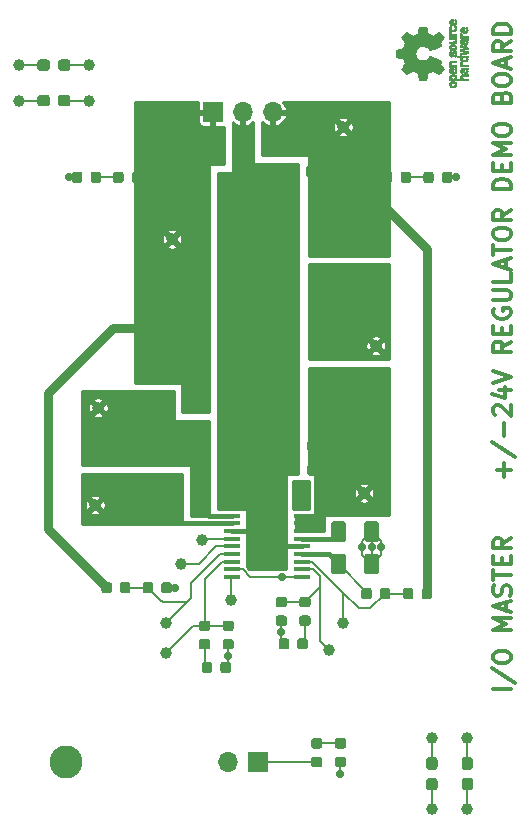
<source format=gbr>
G04 #@! TF.GenerationSoftware,KiCad,Pcbnew,5.1.4*
G04 #@! TF.CreationDate,2019-11-05T22:35:51-05:00*
G04 #@! TF.ProjectId,24_regulator_demo,32345f72-6567-4756-9c61-746f725f6465,rev?*
G04 #@! TF.SameCoordinates,Original*
G04 #@! TF.FileFunction,Copper,L1,Top*
G04 #@! TF.FilePolarity,Positive*
%FSLAX46Y46*%
G04 Gerber Fmt 4.6, Leading zero omitted, Abs format (unit mm)*
G04 Created by KiCad (PCBNEW 5.1.4) date 2019-11-05 22:35:51*
%MOMM*%
%LPD*%
G04 APERTURE LIST*
%ADD10C,0.300000*%
%ADD11C,0.010000*%
%ADD12C,0.100000*%
%ADD13C,0.875000*%
%ADD14R,0.600000X0.450000*%
%ADD15R,0.450000X0.600000*%
%ADD16R,1.700000X1.700000*%
%ADD17O,1.700000X1.700000*%
%ADD18R,3.000000X1.750000*%
%ADD19R,1.750000X3.000000*%
%ADD20C,2.800000*%
%ADD21R,1.450000X0.450000*%
%ADD22R,3.000000X4.200000*%
%ADD23C,1.250000*%
%ADD24C,1.000000*%
%ADD25C,0.950000*%
%ADD26C,0.700000*%
%ADD27C,0.150000*%
%ADD28C,0.450000*%
%ADD29C,0.750000*%
%ADD30C,0.250000*%
G04 APERTURE END LIST*
D10*
X247678571Y-158837857D02*
X246178571Y-158837857D01*
X246107142Y-157052142D02*
X248035714Y-158337857D01*
X246178571Y-156266428D02*
X246178571Y-155980714D01*
X246250000Y-155837857D01*
X246392857Y-155695000D01*
X246678571Y-155623571D01*
X247178571Y-155623571D01*
X247464285Y-155695000D01*
X247607142Y-155837857D01*
X247678571Y-155980714D01*
X247678571Y-156266428D01*
X247607142Y-156409285D01*
X247464285Y-156552142D01*
X247178571Y-156623571D01*
X246678571Y-156623571D01*
X246392857Y-156552142D01*
X246250000Y-156409285D01*
X246178571Y-156266428D01*
X247678571Y-153837857D02*
X246178571Y-153837857D01*
X247250000Y-153337857D01*
X246178571Y-152837857D01*
X247678571Y-152837857D01*
X247250000Y-152195000D02*
X247250000Y-151480714D01*
X247678571Y-152337857D02*
X246178571Y-151837857D01*
X247678571Y-151337857D01*
X247607142Y-150909285D02*
X247678571Y-150695000D01*
X247678571Y-150337857D01*
X247607142Y-150195000D01*
X247535714Y-150123571D01*
X247392857Y-150052142D01*
X247250000Y-150052142D01*
X247107142Y-150123571D01*
X247035714Y-150195000D01*
X246964285Y-150337857D01*
X246892857Y-150623571D01*
X246821428Y-150766428D01*
X246750000Y-150837857D01*
X246607142Y-150909285D01*
X246464285Y-150909285D01*
X246321428Y-150837857D01*
X246250000Y-150766428D01*
X246178571Y-150623571D01*
X246178571Y-150266428D01*
X246250000Y-150052142D01*
X246178571Y-149623571D02*
X246178571Y-148766428D01*
X247678571Y-149195000D02*
X246178571Y-149195000D01*
X246892857Y-148266428D02*
X246892857Y-147766428D01*
X247678571Y-147552142D02*
X247678571Y-148266428D01*
X246178571Y-148266428D01*
X246178571Y-147552142D01*
X247678571Y-146052142D02*
X246964285Y-146552142D01*
X247678571Y-146909285D02*
X246178571Y-146909285D01*
X246178571Y-146337857D01*
X246250000Y-146195000D01*
X246321428Y-146123571D01*
X246464285Y-146052142D01*
X246678571Y-146052142D01*
X246821428Y-146123571D01*
X246892857Y-146195000D01*
X246964285Y-146337857D01*
X246964285Y-146909285D01*
X247107142Y-140837857D02*
X247107142Y-139695000D01*
X247678571Y-140266428D02*
X246535714Y-140266428D01*
X246107142Y-137909285D02*
X248035714Y-139195000D01*
X247107142Y-137409285D02*
X247107142Y-136266428D01*
X246321428Y-135623571D02*
X246250000Y-135552142D01*
X246178571Y-135409285D01*
X246178571Y-135052142D01*
X246250000Y-134909285D01*
X246321428Y-134837857D01*
X246464285Y-134766428D01*
X246607142Y-134766428D01*
X246821428Y-134837857D01*
X247678571Y-135695000D01*
X247678571Y-134766428D01*
X246678571Y-133480714D02*
X247678571Y-133480714D01*
X246107142Y-133837857D02*
X247178571Y-134195000D01*
X247178571Y-133266428D01*
X246178571Y-132909285D02*
X247678571Y-132409285D01*
X246178571Y-131909285D01*
X247678571Y-129409285D02*
X246964285Y-129909285D01*
X247678571Y-130266428D02*
X246178571Y-130266428D01*
X246178571Y-129695000D01*
X246250000Y-129552142D01*
X246321428Y-129480714D01*
X246464285Y-129409285D01*
X246678571Y-129409285D01*
X246821428Y-129480714D01*
X246892857Y-129552142D01*
X246964285Y-129695000D01*
X246964285Y-130266428D01*
X246892857Y-128766428D02*
X246892857Y-128266428D01*
X247678571Y-128052142D02*
X247678571Y-128766428D01*
X246178571Y-128766428D01*
X246178571Y-128052142D01*
X246250000Y-126623571D02*
X246178571Y-126766428D01*
X246178571Y-126980714D01*
X246250000Y-127195000D01*
X246392857Y-127337857D01*
X246535714Y-127409285D01*
X246821428Y-127480714D01*
X247035714Y-127480714D01*
X247321428Y-127409285D01*
X247464285Y-127337857D01*
X247607142Y-127195000D01*
X247678571Y-126980714D01*
X247678571Y-126837857D01*
X247607142Y-126623571D01*
X247535714Y-126552142D01*
X247035714Y-126552142D01*
X247035714Y-126837857D01*
X246178571Y-125909285D02*
X247392857Y-125909285D01*
X247535714Y-125837857D01*
X247607142Y-125766428D01*
X247678571Y-125623571D01*
X247678571Y-125337857D01*
X247607142Y-125195000D01*
X247535714Y-125123571D01*
X247392857Y-125052142D01*
X246178571Y-125052142D01*
X247678571Y-123623571D02*
X247678571Y-124337857D01*
X246178571Y-124337857D01*
X247250000Y-123195000D02*
X247250000Y-122480714D01*
X247678571Y-123337857D02*
X246178571Y-122837857D01*
X247678571Y-122337857D01*
X246178571Y-122052142D02*
X246178571Y-121195000D01*
X247678571Y-121623571D02*
X246178571Y-121623571D01*
X246178571Y-120409285D02*
X246178571Y-120123571D01*
X246250000Y-119980714D01*
X246392857Y-119837857D01*
X246678571Y-119766428D01*
X247178571Y-119766428D01*
X247464285Y-119837857D01*
X247607142Y-119980714D01*
X247678571Y-120123571D01*
X247678571Y-120409285D01*
X247607142Y-120552142D01*
X247464285Y-120695000D01*
X247178571Y-120766428D01*
X246678571Y-120766428D01*
X246392857Y-120695000D01*
X246250000Y-120552142D01*
X246178571Y-120409285D01*
X247678571Y-118266428D02*
X246964285Y-118766428D01*
X247678571Y-119123571D02*
X246178571Y-119123571D01*
X246178571Y-118552142D01*
X246250000Y-118409285D01*
X246321428Y-118337857D01*
X246464285Y-118266428D01*
X246678571Y-118266428D01*
X246821428Y-118337857D01*
X246892857Y-118409285D01*
X246964285Y-118552142D01*
X246964285Y-119123571D01*
X247678571Y-116480714D02*
X246178571Y-116480714D01*
X246178571Y-116123571D01*
X246250000Y-115909285D01*
X246392857Y-115766428D01*
X246535714Y-115695000D01*
X246821428Y-115623571D01*
X247035714Y-115623571D01*
X247321428Y-115695000D01*
X247464285Y-115766428D01*
X247607142Y-115909285D01*
X247678571Y-116123571D01*
X247678571Y-116480714D01*
X246892857Y-114980714D02*
X246892857Y-114480714D01*
X247678571Y-114266428D02*
X247678571Y-114980714D01*
X246178571Y-114980714D01*
X246178571Y-114266428D01*
X247678571Y-113623571D02*
X246178571Y-113623571D01*
X247250000Y-113123571D01*
X246178571Y-112623571D01*
X247678571Y-112623571D01*
X246178571Y-111623571D02*
X246178571Y-111337857D01*
X246250000Y-111195000D01*
X246392857Y-111052142D01*
X246678571Y-110980714D01*
X247178571Y-110980714D01*
X247464285Y-111052142D01*
X247607142Y-111195000D01*
X247678571Y-111337857D01*
X247678571Y-111623571D01*
X247607142Y-111766428D01*
X247464285Y-111909285D01*
X247178571Y-111980714D01*
X246678571Y-111980714D01*
X246392857Y-111909285D01*
X246250000Y-111766428D01*
X246178571Y-111623571D01*
X246892857Y-108695000D02*
X246964285Y-108480714D01*
X247035714Y-108409285D01*
X247178571Y-108337857D01*
X247392857Y-108337857D01*
X247535714Y-108409285D01*
X247607142Y-108480714D01*
X247678571Y-108623571D01*
X247678571Y-109195000D01*
X246178571Y-109195000D01*
X246178571Y-108695000D01*
X246250000Y-108552142D01*
X246321428Y-108480714D01*
X246464285Y-108409285D01*
X246607142Y-108409285D01*
X246750000Y-108480714D01*
X246821428Y-108552142D01*
X246892857Y-108695000D01*
X246892857Y-109195000D01*
X246178571Y-107409285D02*
X246178571Y-107123571D01*
X246250000Y-106980714D01*
X246392857Y-106837857D01*
X246678571Y-106766428D01*
X247178571Y-106766428D01*
X247464285Y-106837857D01*
X247607142Y-106980714D01*
X247678571Y-107123571D01*
X247678571Y-107409285D01*
X247607142Y-107552142D01*
X247464285Y-107695000D01*
X247178571Y-107766428D01*
X246678571Y-107766428D01*
X246392857Y-107695000D01*
X246250000Y-107552142D01*
X246178571Y-107409285D01*
X247250000Y-106195000D02*
X247250000Y-105480714D01*
X247678571Y-106337857D02*
X246178571Y-105837857D01*
X247678571Y-105337857D01*
X247678571Y-103980714D02*
X246964285Y-104480714D01*
X247678571Y-104837857D02*
X246178571Y-104837857D01*
X246178571Y-104266428D01*
X246250000Y-104123571D01*
X246321428Y-104052142D01*
X246464285Y-103980714D01*
X246678571Y-103980714D01*
X246821428Y-104052142D01*
X246892857Y-104123571D01*
X246964285Y-104266428D01*
X246964285Y-104837857D01*
X247678571Y-103337857D02*
X246178571Y-103337857D01*
X246178571Y-102980714D01*
X246250000Y-102766428D01*
X246392857Y-102623571D01*
X246535714Y-102552142D01*
X246821428Y-102480714D01*
X247035714Y-102480714D01*
X247321428Y-102552142D01*
X247464285Y-102623571D01*
X247607142Y-102766428D01*
X247678571Y-102980714D01*
X247678571Y-103337857D01*
D11*
G36*
X238290018Y-104623036D02*
G01*
X238591570Y-104566188D01*
X238764512Y-104146662D01*
X238593395Y-103895016D01*
X238545750Y-103824542D01*
X238503210Y-103760837D01*
X238467715Y-103706874D01*
X238441210Y-103665627D01*
X238425636Y-103640066D01*
X238422278Y-103633105D01*
X238430914Y-103620565D01*
X238454792Y-103593769D01*
X238490859Y-103555720D01*
X238536067Y-103509421D01*
X238587364Y-103457877D01*
X238641701Y-103404091D01*
X238696028Y-103351065D01*
X238747295Y-103301805D01*
X238792451Y-103259313D01*
X238828446Y-103226593D01*
X238852230Y-103206649D01*
X238860190Y-103201881D01*
X238874865Y-103208743D01*
X238907014Y-103227980D01*
X238953492Y-103257570D01*
X239011156Y-103295490D01*
X239076860Y-103339718D01*
X239114336Y-103365346D01*
X239182768Y-103412059D01*
X239244520Y-103453568D01*
X239296519Y-103487860D01*
X239335692Y-103512920D01*
X239358965Y-103526736D01*
X239363855Y-103528812D01*
X239377755Y-103524105D01*
X239410150Y-103511277D01*
X239456485Y-103492262D01*
X239512206Y-103468997D01*
X239572758Y-103443416D01*
X239633586Y-103417455D01*
X239690136Y-103393050D01*
X239737852Y-103372137D01*
X239772181Y-103356651D01*
X239788568Y-103348528D01*
X239789212Y-103348048D01*
X239792341Y-103335293D01*
X239799321Y-103301323D01*
X239809467Y-103249660D01*
X239822092Y-103183824D01*
X239836509Y-103107336D01*
X239844823Y-103062710D01*
X239860384Y-102980979D01*
X239875192Y-102907157D01*
X239888436Y-102844979D01*
X239899305Y-102798178D01*
X239906989Y-102770491D01*
X239909427Y-102764926D01*
X239925930Y-102759474D01*
X239963200Y-102755076D01*
X240016880Y-102751728D01*
X240082612Y-102749426D01*
X240156037Y-102748168D01*
X240232796Y-102747952D01*
X240308532Y-102748773D01*
X240378886Y-102750629D01*
X240439500Y-102753518D01*
X240486016Y-102757435D01*
X240514075Y-102762378D01*
X240519916Y-102765343D01*
X240526917Y-102783066D01*
X240536927Y-102820619D01*
X240548769Y-102873036D01*
X240561267Y-102935348D01*
X240565310Y-102957100D01*
X240584520Y-103061976D01*
X240599991Y-103144820D01*
X240612337Y-103208370D01*
X240622173Y-103255363D01*
X240630114Y-103288537D01*
X240636776Y-103310629D01*
X240642773Y-103324376D01*
X240648719Y-103332516D01*
X240649894Y-103333655D01*
X240668826Y-103345023D01*
X240705669Y-103362365D01*
X240755913Y-103383950D01*
X240815046Y-103408046D01*
X240878556Y-103432921D01*
X240941932Y-103456843D01*
X241000662Y-103478081D01*
X241050235Y-103494903D01*
X241086139Y-103505578D01*
X241103862Y-103508373D01*
X241104483Y-103508140D01*
X241118970Y-103498669D01*
X241150844Y-103477182D01*
X241196789Y-103445937D01*
X241253485Y-103407193D01*
X241317617Y-103363207D01*
X241335842Y-103350681D01*
X241401914Y-103306016D01*
X241462200Y-103266712D01*
X241513235Y-103234912D01*
X241551560Y-103212755D01*
X241573711Y-103202383D01*
X241576432Y-103201881D01*
X241590736Y-103210595D01*
X241619072Y-103234675D01*
X241658396Y-103271024D01*
X241705661Y-103316547D01*
X241757823Y-103368148D01*
X241811835Y-103422733D01*
X241864653Y-103477206D01*
X241913231Y-103528471D01*
X241954523Y-103573433D01*
X241985485Y-103608996D01*
X242003070Y-103632065D01*
X242005941Y-103638446D01*
X241999178Y-103653301D01*
X241980939Y-103683714D01*
X241954297Y-103724732D01*
X241932852Y-103756291D01*
X241893503Y-103813475D01*
X241847171Y-103881194D01*
X241800913Y-103949120D01*
X241776155Y-103985639D01*
X241692547Y-104109248D01*
X241748650Y-104213009D01*
X241773228Y-104260280D01*
X241792331Y-104300477D01*
X241803227Y-104327674D01*
X241804743Y-104334598D01*
X241793549Y-104342923D01*
X241761917Y-104359346D01*
X241712765Y-104382643D01*
X241649010Y-104411586D01*
X241573571Y-104444950D01*
X241489364Y-104481509D01*
X241399308Y-104520036D01*
X241306321Y-104559306D01*
X241213320Y-104598092D01*
X241123223Y-104635170D01*
X241038948Y-104669311D01*
X240963413Y-104699292D01*
X240899534Y-104723884D01*
X240850231Y-104741864D01*
X240818421Y-104752003D01*
X240807496Y-104753634D01*
X240793561Y-104740709D01*
X240770940Y-104712411D01*
X240744333Y-104674654D01*
X240742228Y-104671485D01*
X240664114Y-104573900D01*
X240572982Y-104495214D01*
X240471745Y-104436109D01*
X240363318Y-104397268D01*
X240250614Y-104379372D01*
X240136548Y-104383103D01*
X240024034Y-104409143D01*
X239915985Y-104458175D01*
X239892345Y-104472600D01*
X239796887Y-104547631D01*
X239720232Y-104636270D01*
X239662780Y-104735451D01*
X239624929Y-104842105D01*
X239607078Y-104953164D01*
X239609625Y-105065561D01*
X239632970Y-105176227D01*
X239677510Y-105282094D01*
X239743645Y-105380095D01*
X239770487Y-105410410D01*
X239854512Y-105487562D01*
X239942966Y-105543782D01*
X240042115Y-105582347D01*
X240140303Y-105603826D01*
X240250697Y-105609128D01*
X240361640Y-105591448D01*
X240469381Y-105552581D01*
X240570169Y-105494323D01*
X240660256Y-105418469D01*
X240735892Y-105326817D01*
X240743864Y-105314772D01*
X240769974Y-105276611D01*
X240792595Y-105247601D01*
X240807039Y-105233732D01*
X240807496Y-105233531D01*
X240823121Y-105236508D01*
X240858582Y-105248311D01*
X240910962Y-105267714D01*
X240977345Y-105293488D01*
X241054814Y-105324409D01*
X241140450Y-105359249D01*
X241231337Y-105396783D01*
X241324559Y-105435783D01*
X241417197Y-105475023D01*
X241506335Y-105513276D01*
X241589055Y-105549317D01*
X241662441Y-105581917D01*
X241723575Y-105609852D01*
X241769541Y-105631895D01*
X241797421Y-105646818D01*
X241804743Y-105652828D01*
X241799041Y-105671191D01*
X241783749Y-105705552D01*
X241761599Y-105749984D01*
X241748650Y-105774417D01*
X241692547Y-105878178D01*
X241776155Y-106001787D01*
X241818987Y-106064886D01*
X241866122Y-106133970D01*
X241910503Y-106198707D01*
X241932852Y-106231134D01*
X241963477Y-106276741D01*
X241987747Y-106315360D01*
X242002587Y-106341952D01*
X242005724Y-106350590D01*
X241997261Y-106363161D01*
X241973636Y-106390984D01*
X241937302Y-106431361D01*
X241890711Y-106481595D01*
X241836317Y-106538988D01*
X241801392Y-106575286D01*
X241738996Y-106638790D01*
X241683188Y-106693673D01*
X241636354Y-106737714D01*
X241600882Y-106768695D01*
X241579161Y-106784398D01*
X241574752Y-106785905D01*
X241557985Y-106778914D01*
X241524082Y-106759594D01*
X241476476Y-106730091D01*
X241418599Y-106692545D01*
X241353884Y-106649100D01*
X241335842Y-106636745D01*
X241270267Y-106591727D01*
X241211228Y-106551340D01*
X241162042Y-106517840D01*
X241126028Y-106493486D01*
X241106502Y-106480536D01*
X241104483Y-106479285D01*
X241088922Y-106481156D01*
X241054709Y-106491087D01*
X241006355Y-106507347D01*
X240948371Y-106528205D01*
X240885270Y-106551927D01*
X240821563Y-106576784D01*
X240761761Y-106601042D01*
X240710376Y-106622971D01*
X240671919Y-106640838D01*
X240650902Y-106652913D01*
X240649894Y-106653771D01*
X240643888Y-106661154D01*
X240637948Y-106673625D01*
X240631460Y-106693920D01*
X240623809Y-106724778D01*
X240614380Y-106768934D01*
X240602559Y-106829126D01*
X240587729Y-106908093D01*
X240569277Y-107008570D01*
X240565310Y-107030325D01*
X240552853Y-107094802D01*
X240540666Y-107151011D01*
X240529926Y-107193987D01*
X240521809Y-107218760D01*
X240519916Y-107222082D01*
X240503138Y-107227556D01*
X240465645Y-107232006D01*
X240411794Y-107235428D01*
X240345944Y-107237819D01*
X240272453Y-107239177D01*
X240195680Y-107239499D01*
X240119983Y-107238781D01*
X240049720Y-107237021D01*
X239989250Y-107234216D01*
X239942930Y-107230362D01*
X239915119Y-107225457D01*
X239909427Y-107222500D01*
X239903686Y-107206037D01*
X239894345Y-107168551D01*
X239882215Y-107113775D01*
X239868107Y-107045445D01*
X239852830Y-106967294D01*
X239844823Y-106924716D01*
X239829721Y-106843929D01*
X239816040Y-106771887D01*
X239804467Y-106712111D01*
X239795687Y-106668121D01*
X239790387Y-106643439D01*
X239789212Y-106639377D01*
X239775965Y-106632511D01*
X239744057Y-106617998D01*
X239698047Y-106597771D01*
X239642492Y-106573766D01*
X239581953Y-106547918D01*
X239520986Y-106522160D01*
X239464151Y-106498427D01*
X239416006Y-106478654D01*
X239381110Y-106464776D01*
X239364021Y-106458726D01*
X239363274Y-106458614D01*
X239349793Y-106465472D01*
X239318770Y-106484698D01*
X239273289Y-106514272D01*
X239216432Y-106552173D01*
X239151283Y-106596380D01*
X239113862Y-106622079D01*
X239045247Y-106668907D01*
X238982952Y-106710499D01*
X238930129Y-106744825D01*
X238889927Y-106769857D01*
X238865500Y-106783565D01*
X238860024Y-106785544D01*
X238847278Y-106777034D01*
X238820063Y-106753507D01*
X238781428Y-106717968D01*
X238734423Y-106673423D01*
X238682095Y-106622877D01*
X238627495Y-106569336D01*
X238573670Y-106515805D01*
X238523670Y-106465289D01*
X238480543Y-106420794D01*
X238447339Y-106385325D01*
X238427106Y-106361887D01*
X238422278Y-106354046D01*
X238429067Y-106341280D01*
X238448142Y-106310744D01*
X238477561Y-106265410D01*
X238515381Y-106208244D01*
X238559661Y-106142216D01*
X238593395Y-106092410D01*
X238764512Y-105840764D01*
X238678041Y-105631001D01*
X238591570Y-105421237D01*
X238290018Y-105364389D01*
X237988466Y-105307540D01*
X237988466Y-104679885D01*
X238290018Y-104623036D01*
X238290018Y-104623036D01*
G37*
X238290018Y-104623036D02*
X238591570Y-104566188D01*
X238764512Y-104146662D01*
X238593395Y-103895016D01*
X238545750Y-103824542D01*
X238503210Y-103760837D01*
X238467715Y-103706874D01*
X238441210Y-103665627D01*
X238425636Y-103640066D01*
X238422278Y-103633105D01*
X238430914Y-103620565D01*
X238454792Y-103593769D01*
X238490859Y-103555720D01*
X238536067Y-103509421D01*
X238587364Y-103457877D01*
X238641701Y-103404091D01*
X238696028Y-103351065D01*
X238747295Y-103301805D01*
X238792451Y-103259313D01*
X238828446Y-103226593D01*
X238852230Y-103206649D01*
X238860190Y-103201881D01*
X238874865Y-103208743D01*
X238907014Y-103227980D01*
X238953492Y-103257570D01*
X239011156Y-103295490D01*
X239076860Y-103339718D01*
X239114336Y-103365346D01*
X239182768Y-103412059D01*
X239244520Y-103453568D01*
X239296519Y-103487860D01*
X239335692Y-103512920D01*
X239358965Y-103526736D01*
X239363855Y-103528812D01*
X239377755Y-103524105D01*
X239410150Y-103511277D01*
X239456485Y-103492262D01*
X239512206Y-103468997D01*
X239572758Y-103443416D01*
X239633586Y-103417455D01*
X239690136Y-103393050D01*
X239737852Y-103372137D01*
X239772181Y-103356651D01*
X239788568Y-103348528D01*
X239789212Y-103348048D01*
X239792341Y-103335293D01*
X239799321Y-103301323D01*
X239809467Y-103249660D01*
X239822092Y-103183824D01*
X239836509Y-103107336D01*
X239844823Y-103062710D01*
X239860384Y-102980979D01*
X239875192Y-102907157D01*
X239888436Y-102844979D01*
X239899305Y-102798178D01*
X239906989Y-102770491D01*
X239909427Y-102764926D01*
X239925930Y-102759474D01*
X239963200Y-102755076D01*
X240016880Y-102751728D01*
X240082612Y-102749426D01*
X240156037Y-102748168D01*
X240232796Y-102747952D01*
X240308532Y-102748773D01*
X240378886Y-102750629D01*
X240439500Y-102753518D01*
X240486016Y-102757435D01*
X240514075Y-102762378D01*
X240519916Y-102765343D01*
X240526917Y-102783066D01*
X240536927Y-102820619D01*
X240548769Y-102873036D01*
X240561267Y-102935348D01*
X240565310Y-102957100D01*
X240584520Y-103061976D01*
X240599991Y-103144820D01*
X240612337Y-103208370D01*
X240622173Y-103255363D01*
X240630114Y-103288537D01*
X240636776Y-103310629D01*
X240642773Y-103324376D01*
X240648719Y-103332516D01*
X240649894Y-103333655D01*
X240668826Y-103345023D01*
X240705669Y-103362365D01*
X240755913Y-103383950D01*
X240815046Y-103408046D01*
X240878556Y-103432921D01*
X240941932Y-103456843D01*
X241000662Y-103478081D01*
X241050235Y-103494903D01*
X241086139Y-103505578D01*
X241103862Y-103508373D01*
X241104483Y-103508140D01*
X241118970Y-103498669D01*
X241150844Y-103477182D01*
X241196789Y-103445937D01*
X241253485Y-103407193D01*
X241317617Y-103363207D01*
X241335842Y-103350681D01*
X241401914Y-103306016D01*
X241462200Y-103266712D01*
X241513235Y-103234912D01*
X241551560Y-103212755D01*
X241573711Y-103202383D01*
X241576432Y-103201881D01*
X241590736Y-103210595D01*
X241619072Y-103234675D01*
X241658396Y-103271024D01*
X241705661Y-103316547D01*
X241757823Y-103368148D01*
X241811835Y-103422733D01*
X241864653Y-103477206D01*
X241913231Y-103528471D01*
X241954523Y-103573433D01*
X241985485Y-103608996D01*
X242003070Y-103632065D01*
X242005941Y-103638446D01*
X241999178Y-103653301D01*
X241980939Y-103683714D01*
X241954297Y-103724732D01*
X241932852Y-103756291D01*
X241893503Y-103813475D01*
X241847171Y-103881194D01*
X241800913Y-103949120D01*
X241776155Y-103985639D01*
X241692547Y-104109248D01*
X241748650Y-104213009D01*
X241773228Y-104260280D01*
X241792331Y-104300477D01*
X241803227Y-104327674D01*
X241804743Y-104334598D01*
X241793549Y-104342923D01*
X241761917Y-104359346D01*
X241712765Y-104382643D01*
X241649010Y-104411586D01*
X241573571Y-104444950D01*
X241489364Y-104481509D01*
X241399308Y-104520036D01*
X241306321Y-104559306D01*
X241213320Y-104598092D01*
X241123223Y-104635170D01*
X241038948Y-104669311D01*
X240963413Y-104699292D01*
X240899534Y-104723884D01*
X240850231Y-104741864D01*
X240818421Y-104752003D01*
X240807496Y-104753634D01*
X240793561Y-104740709D01*
X240770940Y-104712411D01*
X240744333Y-104674654D01*
X240742228Y-104671485D01*
X240664114Y-104573900D01*
X240572982Y-104495214D01*
X240471745Y-104436109D01*
X240363318Y-104397268D01*
X240250614Y-104379372D01*
X240136548Y-104383103D01*
X240024034Y-104409143D01*
X239915985Y-104458175D01*
X239892345Y-104472600D01*
X239796887Y-104547631D01*
X239720232Y-104636270D01*
X239662780Y-104735451D01*
X239624929Y-104842105D01*
X239607078Y-104953164D01*
X239609625Y-105065561D01*
X239632970Y-105176227D01*
X239677510Y-105282094D01*
X239743645Y-105380095D01*
X239770487Y-105410410D01*
X239854512Y-105487562D01*
X239942966Y-105543782D01*
X240042115Y-105582347D01*
X240140303Y-105603826D01*
X240250697Y-105609128D01*
X240361640Y-105591448D01*
X240469381Y-105552581D01*
X240570169Y-105494323D01*
X240660256Y-105418469D01*
X240735892Y-105326817D01*
X240743864Y-105314772D01*
X240769974Y-105276611D01*
X240792595Y-105247601D01*
X240807039Y-105233732D01*
X240807496Y-105233531D01*
X240823121Y-105236508D01*
X240858582Y-105248311D01*
X240910962Y-105267714D01*
X240977345Y-105293488D01*
X241054814Y-105324409D01*
X241140450Y-105359249D01*
X241231337Y-105396783D01*
X241324559Y-105435783D01*
X241417197Y-105475023D01*
X241506335Y-105513276D01*
X241589055Y-105549317D01*
X241662441Y-105581917D01*
X241723575Y-105609852D01*
X241769541Y-105631895D01*
X241797421Y-105646818D01*
X241804743Y-105652828D01*
X241799041Y-105671191D01*
X241783749Y-105705552D01*
X241761599Y-105749984D01*
X241748650Y-105774417D01*
X241692547Y-105878178D01*
X241776155Y-106001787D01*
X241818987Y-106064886D01*
X241866122Y-106133970D01*
X241910503Y-106198707D01*
X241932852Y-106231134D01*
X241963477Y-106276741D01*
X241987747Y-106315360D01*
X242002587Y-106341952D01*
X242005724Y-106350590D01*
X241997261Y-106363161D01*
X241973636Y-106390984D01*
X241937302Y-106431361D01*
X241890711Y-106481595D01*
X241836317Y-106538988D01*
X241801392Y-106575286D01*
X241738996Y-106638790D01*
X241683188Y-106693673D01*
X241636354Y-106737714D01*
X241600882Y-106768695D01*
X241579161Y-106784398D01*
X241574752Y-106785905D01*
X241557985Y-106778914D01*
X241524082Y-106759594D01*
X241476476Y-106730091D01*
X241418599Y-106692545D01*
X241353884Y-106649100D01*
X241335842Y-106636745D01*
X241270267Y-106591727D01*
X241211228Y-106551340D01*
X241162042Y-106517840D01*
X241126028Y-106493486D01*
X241106502Y-106480536D01*
X241104483Y-106479285D01*
X241088922Y-106481156D01*
X241054709Y-106491087D01*
X241006355Y-106507347D01*
X240948371Y-106528205D01*
X240885270Y-106551927D01*
X240821563Y-106576784D01*
X240761761Y-106601042D01*
X240710376Y-106622971D01*
X240671919Y-106640838D01*
X240650902Y-106652913D01*
X240649894Y-106653771D01*
X240643888Y-106661154D01*
X240637948Y-106673625D01*
X240631460Y-106693920D01*
X240623809Y-106724778D01*
X240614380Y-106768934D01*
X240602559Y-106829126D01*
X240587729Y-106908093D01*
X240569277Y-107008570D01*
X240565310Y-107030325D01*
X240552853Y-107094802D01*
X240540666Y-107151011D01*
X240529926Y-107193987D01*
X240521809Y-107218760D01*
X240519916Y-107222082D01*
X240503138Y-107227556D01*
X240465645Y-107232006D01*
X240411794Y-107235428D01*
X240345944Y-107237819D01*
X240272453Y-107239177D01*
X240195680Y-107239499D01*
X240119983Y-107238781D01*
X240049720Y-107237021D01*
X239989250Y-107234216D01*
X239942930Y-107230362D01*
X239915119Y-107225457D01*
X239909427Y-107222500D01*
X239903686Y-107206037D01*
X239894345Y-107168551D01*
X239882215Y-107113775D01*
X239868107Y-107045445D01*
X239852830Y-106967294D01*
X239844823Y-106924716D01*
X239829721Y-106843929D01*
X239816040Y-106771887D01*
X239804467Y-106712111D01*
X239795687Y-106668121D01*
X239790387Y-106643439D01*
X239789212Y-106639377D01*
X239775965Y-106632511D01*
X239744057Y-106617998D01*
X239698047Y-106597771D01*
X239642492Y-106573766D01*
X239581953Y-106547918D01*
X239520986Y-106522160D01*
X239464151Y-106498427D01*
X239416006Y-106478654D01*
X239381110Y-106464776D01*
X239364021Y-106458726D01*
X239363274Y-106458614D01*
X239349793Y-106465472D01*
X239318770Y-106484698D01*
X239273289Y-106514272D01*
X239216432Y-106552173D01*
X239151283Y-106596380D01*
X239113862Y-106622079D01*
X239045247Y-106668907D01*
X238982952Y-106710499D01*
X238930129Y-106744825D01*
X238889927Y-106769857D01*
X238865500Y-106783565D01*
X238860024Y-106785544D01*
X238847278Y-106777034D01*
X238820063Y-106753507D01*
X238781428Y-106717968D01*
X238734423Y-106673423D01*
X238682095Y-106622877D01*
X238627495Y-106569336D01*
X238573670Y-106515805D01*
X238523670Y-106465289D01*
X238480543Y-106420794D01*
X238447339Y-106385325D01*
X238427106Y-106361887D01*
X238422278Y-106354046D01*
X238429067Y-106341280D01*
X238448142Y-106310744D01*
X238477561Y-106265410D01*
X238515381Y-106208244D01*
X238559661Y-106142216D01*
X238593395Y-106092410D01*
X238764512Y-105840764D01*
X238678041Y-105631001D01*
X238591570Y-105421237D01*
X238290018Y-105364389D01*
X237988466Y-105307540D01*
X237988466Y-104679885D01*
X238290018Y-104623036D01*
G36*
X242458030Y-103200540D02*
G01*
X242471245Y-103157289D01*
X242487941Y-103129442D01*
X242501145Y-103120371D01*
X242516797Y-103122868D01*
X242541385Y-103139069D01*
X242558800Y-103152768D01*
X242590283Y-103181008D01*
X242603529Y-103202225D01*
X242602664Y-103220312D01*
X242589010Y-103273965D01*
X242589630Y-103313370D01*
X242605104Y-103345368D01*
X242614161Y-103356110D01*
X242646027Y-103390495D01*
X243062179Y-103390495D01*
X243062179Y-103528812D01*
X242458614Y-103528812D01*
X242458614Y-103459653D01*
X242460256Y-103418131D01*
X242466087Y-103396709D01*
X242477461Y-103390498D01*
X242477798Y-103390495D01*
X242489713Y-103387561D01*
X242488159Y-103374296D01*
X242479563Y-103355916D01*
X242463568Y-103317954D01*
X242453945Y-103287128D01*
X242451478Y-103247464D01*
X242458030Y-103200540D01*
X242458030Y-103200540D01*
G37*
X242458030Y-103200540D02*
X242471245Y-103157289D01*
X242487941Y-103129442D01*
X242501145Y-103120371D01*
X242516797Y-103122868D01*
X242541385Y-103139069D01*
X242558800Y-103152768D01*
X242590283Y-103181008D01*
X242603529Y-103202225D01*
X242602664Y-103220312D01*
X242589010Y-103273965D01*
X242589630Y-103313370D01*
X242605104Y-103345368D01*
X242614161Y-103356110D01*
X242646027Y-103390495D01*
X243062179Y-103390495D01*
X243062179Y-103528812D01*
X242458614Y-103528812D01*
X242458614Y-103459653D01*
X242460256Y-103418131D01*
X242466087Y-103396709D01*
X242477461Y-103390498D01*
X242477798Y-103390495D01*
X242489713Y-103387561D01*
X242488159Y-103374296D01*
X242479563Y-103355916D01*
X242463568Y-103317954D01*
X242453945Y-103287128D01*
X242451478Y-103247464D01*
X242458030Y-103200540D01*
G36*
X242469002Y-105754012D02*
G01*
X242483950Y-105722717D01*
X242505541Y-105692409D01*
X242530391Y-105669318D01*
X242562087Y-105652500D01*
X242604214Y-105641006D01*
X242660358Y-105633891D01*
X242734106Y-105630207D01*
X242829044Y-105629008D01*
X242838985Y-105628989D01*
X243062179Y-105628713D01*
X243062179Y-105767030D01*
X242856418Y-105767030D01*
X242780189Y-105767128D01*
X242724939Y-105767809D01*
X242686501Y-105769651D01*
X242660706Y-105773233D01*
X242643384Y-105779132D01*
X242630368Y-105787927D01*
X242617507Y-105800180D01*
X242589873Y-105843047D01*
X242584745Y-105889843D01*
X242602217Y-105934424D01*
X242615221Y-105949928D01*
X242627447Y-105961310D01*
X242640540Y-105969481D01*
X242658615Y-105974974D01*
X242685787Y-105978320D01*
X242726170Y-105980051D01*
X242783879Y-105980697D01*
X242854132Y-105980792D01*
X243062179Y-105980792D01*
X243062179Y-106119109D01*
X242458614Y-106119109D01*
X242458614Y-106049950D01*
X242460256Y-106008428D01*
X242466087Y-105987006D01*
X242477461Y-105980795D01*
X242477798Y-105980792D01*
X242488938Y-105977910D01*
X242487674Y-105965199D01*
X242475434Y-105939926D01*
X242457424Y-105882605D01*
X242455421Y-105817037D01*
X242469002Y-105754012D01*
X242469002Y-105754012D01*
G37*
X242469002Y-105754012D02*
X242483950Y-105722717D01*
X242505541Y-105692409D01*
X242530391Y-105669318D01*
X242562087Y-105652500D01*
X242604214Y-105641006D01*
X242660358Y-105633891D01*
X242734106Y-105630207D01*
X242829044Y-105629008D01*
X242838985Y-105628989D01*
X243062179Y-105628713D01*
X243062179Y-105767030D01*
X242856418Y-105767030D01*
X242780189Y-105767128D01*
X242724939Y-105767809D01*
X242686501Y-105769651D01*
X242660706Y-105773233D01*
X242643384Y-105779132D01*
X242630368Y-105787927D01*
X242617507Y-105800180D01*
X242589873Y-105843047D01*
X242584745Y-105889843D01*
X242602217Y-105934424D01*
X242615221Y-105949928D01*
X242627447Y-105961310D01*
X242640540Y-105969481D01*
X242658615Y-105974974D01*
X242685787Y-105978320D01*
X242726170Y-105980051D01*
X242783879Y-105980697D01*
X242854132Y-105980792D01*
X243062179Y-105980792D01*
X243062179Y-106119109D01*
X242458614Y-106119109D01*
X242458614Y-106049950D01*
X242460256Y-106008428D01*
X242466087Y-105987006D01*
X242477461Y-105980795D01*
X242477798Y-105980792D01*
X242488938Y-105977910D01*
X242487674Y-105965199D01*
X242475434Y-105939926D01*
X242457424Y-105882605D01*
X242455421Y-105817037D01*
X242469002Y-105754012D01*
G36*
X242456457Y-102322102D02*
G01*
X242464279Y-102289904D01*
X242492921Y-102228175D01*
X242536667Y-102175390D01*
X242589117Y-102138859D01*
X242600893Y-102133840D01*
X242631740Y-102126955D01*
X242677371Y-102122136D01*
X242723492Y-102120495D01*
X242810693Y-102120495D01*
X242810693Y-102302822D01*
X242810978Y-102378021D01*
X242812704Y-102430997D01*
X242817181Y-102464675D01*
X242825720Y-102481980D01*
X242839630Y-102485837D01*
X242860222Y-102479171D01*
X242884315Y-102467230D01*
X242924525Y-102433920D01*
X242944558Y-102387632D01*
X242943905Y-102331056D01*
X242922101Y-102266969D01*
X242895193Y-102211583D01*
X242931532Y-102165625D01*
X242967872Y-102119667D01*
X243007819Y-102162904D01*
X243045563Y-102220626D01*
X243068320Y-102291614D01*
X243074688Y-102367971D01*
X243063268Y-102441801D01*
X243059393Y-102453713D01*
X243025506Y-102518601D01*
X242974986Y-102566870D01*
X242906325Y-102599535D01*
X242818014Y-102617615D01*
X242816121Y-102617825D01*
X242719878Y-102619444D01*
X242685542Y-102612900D01*
X242685542Y-102485148D01*
X242690822Y-102473416D01*
X242694867Y-102441562D01*
X242697176Y-102394603D01*
X242697525Y-102364846D01*
X242697306Y-102309352D01*
X242695916Y-102274654D01*
X242692251Y-102256399D01*
X242685210Y-102250234D01*
X242673690Y-102251805D01*
X242669233Y-102253122D01*
X242627355Y-102275618D01*
X242593604Y-102310997D01*
X242578773Y-102342220D01*
X242579668Y-102383699D01*
X242598164Y-102425731D01*
X242628786Y-102460988D01*
X242666062Y-102482146D01*
X242685542Y-102485148D01*
X242685542Y-102612900D01*
X242635229Y-102603310D01*
X242564191Y-102571302D01*
X242508779Y-102525299D01*
X242471009Y-102467179D01*
X242452896Y-102398820D01*
X242456457Y-102322102D01*
X242456457Y-102322102D01*
G37*
X242456457Y-102322102D02*
X242464279Y-102289904D01*
X242492921Y-102228175D01*
X242536667Y-102175390D01*
X242589117Y-102138859D01*
X242600893Y-102133840D01*
X242631740Y-102126955D01*
X242677371Y-102122136D01*
X242723492Y-102120495D01*
X242810693Y-102120495D01*
X242810693Y-102302822D01*
X242810978Y-102378021D01*
X242812704Y-102430997D01*
X242817181Y-102464675D01*
X242825720Y-102481980D01*
X242839630Y-102485837D01*
X242860222Y-102479171D01*
X242884315Y-102467230D01*
X242924525Y-102433920D01*
X242944558Y-102387632D01*
X242943905Y-102331056D01*
X242922101Y-102266969D01*
X242895193Y-102211583D01*
X242931532Y-102165625D01*
X242967872Y-102119667D01*
X243007819Y-102162904D01*
X243045563Y-102220626D01*
X243068320Y-102291614D01*
X243074688Y-102367971D01*
X243063268Y-102441801D01*
X243059393Y-102453713D01*
X243025506Y-102518601D01*
X242974986Y-102566870D01*
X242906325Y-102599535D01*
X242818014Y-102617615D01*
X242816121Y-102617825D01*
X242719878Y-102619444D01*
X242685542Y-102612900D01*
X242685542Y-102485148D01*
X242690822Y-102473416D01*
X242694867Y-102441562D01*
X242697176Y-102394603D01*
X242697525Y-102364846D01*
X242697306Y-102309352D01*
X242695916Y-102274654D01*
X242692251Y-102256399D01*
X242685210Y-102250234D01*
X242673690Y-102251805D01*
X242669233Y-102253122D01*
X242627355Y-102275618D01*
X242593604Y-102310997D01*
X242578773Y-102342220D01*
X242579668Y-102383699D01*
X242598164Y-102425731D01*
X242628786Y-102460988D01*
X242666062Y-102482146D01*
X242685542Y-102485148D01*
X242685542Y-102612900D01*
X242635229Y-102603310D01*
X242564191Y-102571302D01*
X242508779Y-102525299D01*
X242471009Y-102467179D01*
X242452896Y-102398820D01*
X242456457Y-102322102D01*
G36*
X242463880Y-102782774D02*
G01*
X242494830Y-102709920D01*
X242509895Y-102686973D01*
X242533048Y-102657646D01*
X242551253Y-102639236D01*
X242557183Y-102636039D01*
X242570340Y-102645065D01*
X242592667Y-102668163D01*
X242608250Y-102686656D01*
X242648926Y-102737272D01*
X242615295Y-102777240D01*
X242593584Y-102808126D01*
X242586090Y-102838241D01*
X242587920Y-102872708D01*
X242601528Y-102927439D01*
X242629772Y-102965114D01*
X242675433Y-102988009D01*
X242741289Y-102998403D01*
X242741331Y-102998405D01*
X242814939Y-102997506D01*
X242868946Y-102983537D01*
X242905716Y-102955672D01*
X242918168Y-102936675D01*
X242933673Y-102886224D01*
X242933683Y-102832337D01*
X242918638Y-102785454D01*
X242911287Y-102774356D01*
X242892511Y-102746524D01*
X242889434Y-102724764D01*
X242903409Y-102701296D01*
X242928510Y-102675351D01*
X242970880Y-102634284D01*
X243008464Y-102679879D01*
X243050882Y-102750326D01*
X243071785Y-102829767D01*
X243070272Y-102912785D01*
X243056411Y-102967306D01*
X243022135Y-103031030D01*
X242968212Y-103081995D01*
X242930149Y-103105149D01*
X242875536Y-103123901D01*
X242806369Y-103133285D01*
X242731407Y-103133357D01*
X242659409Y-103124176D01*
X242599137Y-103105801D01*
X242592958Y-103102907D01*
X242532351Y-103060048D01*
X242488224Y-103002021D01*
X242461493Y-102933409D01*
X242453073Y-102858799D01*
X242463880Y-102782774D01*
X242463880Y-102782774D01*
G37*
X242463880Y-102782774D02*
X242494830Y-102709920D01*
X242509895Y-102686973D01*
X242533048Y-102657646D01*
X242551253Y-102639236D01*
X242557183Y-102636039D01*
X242570340Y-102645065D01*
X242592667Y-102668163D01*
X242608250Y-102686656D01*
X242648926Y-102737272D01*
X242615295Y-102777240D01*
X242593584Y-102808126D01*
X242586090Y-102838241D01*
X242587920Y-102872708D01*
X242601528Y-102927439D01*
X242629772Y-102965114D01*
X242675433Y-102988009D01*
X242741289Y-102998403D01*
X242741331Y-102998405D01*
X242814939Y-102997506D01*
X242868946Y-102983537D01*
X242905716Y-102955672D01*
X242918168Y-102936675D01*
X242933673Y-102886224D01*
X242933683Y-102832337D01*
X242918638Y-102785454D01*
X242911287Y-102774356D01*
X242892511Y-102746524D01*
X242889434Y-102724764D01*
X242903409Y-102701296D01*
X242928510Y-102675351D01*
X242970880Y-102634284D01*
X243008464Y-102679879D01*
X243050882Y-102750326D01*
X243071785Y-102829767D01*
X243070272Y-102912785D01*
X243056411Y-102967306D01*
X243022135Y-103031030D01*
X242968212Y-103081995D01*
X242930149Y-103105149D01*
X242875536Y-103123901D01*
X242806369Y-103133285D01*
X242731407Y-103133357D01*
X242659409Y-103124176D01*
X242599137Y-103105801D01*
X242592958Y-103102907D01*
X242532351Y-103060048D01*
X242488224Y-103002021D01*
X242461493Y-102933409D01*
X242453073Y-102858799D01*
X242463880Y-102782774D01*
G36*
X242654342Y-104006633D02*
G01*
X242746563Y-104005445D01*
X242816610Y-104001103D01*
X242867381Y-103992442D01*
X242901772Y-103978296D01*
X242922679Y-103957500D01*
X242933000Y-103928890D01*
X242935636Y-103893465D01*
X242932682Y-103856364D01*
X242921889Y-103828182D01*
X242900360Y-103807757D01*
X242865199Y-103793921D01*
X242813510Y-103785509D01*
X242742394Y-103781357D01*
X242654342Y-103780297D01*
X242458614Y-103780297D01*
X242458614Y-103641980D01*
X243062179Y-103641980D01*
X243062179Y-103711138D01*
X243060489Y-103752830D01*
X243054556Y-103774299D01*
X243043293Y-103780297D01*
X243033261Y-103783909D01*
X243035383Y-103798286D01*
X243049580Y-103827264D01*
X243071480Y-103893681D01*
X243069928Y-103964125D01*
X243046147Y-104031623D01*
X243027362Y-104063767D01*
X243007022Y-104088285D01*
X242981573Y-104106196D01*
X242947458Y-104118521D01*
X242901121Y-104126277D01*
X242839007Y-104130484D01*
X242757561Y-104132160D01*
X242694578Y-104132376D01*
X242458614Y-104132376D01*
X242458614Y-104006633D01*
X242654342Y-104006633D01*
X242654342Y-104006633D01*
G37*
X242654342Y-104006633D02*
X242746563Y-104005445D01*
X242816610Y-104001103D01*
X242867381Y-103992442D01*
X242901772Y-103978296D01*
X242922679Y-103957500D01*
X242933000Y-103928890D01*
X242935636Y-103893465D01*
X242932682Y-103856364D01*
X242921889Y-103828182D01*
X242900360Y-103807757D01*
X242865199Y-103793921D01*
X242813510Y-103785509D01*
X242742394Y-103781357D01*
X242654342Y-103780297D01*
X242458614Y-103780297D01*
X242458614Y-103641980D01*
X243062179Y-103641980D01*
X243062179Y-103711138D01*
X243060489Y-103752830D01*
X243054556Y-103774299D01*
X243043293Y-103780297D01*
X243033261Y-103783909D01*
X243035383Y-103798286D01*
X243049580Y-103827264D01*
X243071480Y-103893681D01*
X243069928Y-103964125D01*
X243046147Y-104031623D01*
X243027362Y-104063767D01*
X243007022Y-104088285D01*
X242981573Y-104106196D01*
X242947458Y-104118521D01*
X242901121Y-104126277D01*
X242839007Y-104130484D01*
X242757561Y-104132160D01*
X242694578Y-104132376D01*
X242458614Y-104132376D01*
X242458614Y-104006633D01*
X242654342Y-104006633D01*
G36*
X242466055Y-104389238D02*
G01*
X242500692Y-104325637D01*
X242555372Y-104275877D01*
X242599842Y-104252432D01*
X242639121Y-104242366D01*
X242695116Y-104235844D01*
X242759621Y-104233049D01*
X242824429Y-104234164D01*
X242881334Y-104239374D01*
X242911727Y-104245459D01*
X242953306Y-104265986D01*
X242997468Y-104301537D01*
X243036087Y-104344381D01*
X243061034Y-104386789D01*
X243061430Y-104387823D01*
X243072331Y-104440447D01*
X243072601Y-104502812D01*
X243062676Y-104562076D01*
X243054722Y-104584960D01*
X243021300Y-104643898D01*
X242977511Y-104686110D01*
X242919538Y-104713844D01*
X242843565Y-104729349D01*
X242803771Y-104732857D01*
X242753766Y-104732410D01*
X242753766Y-104597624D01*
X242826732Y-104593083D01*
X242882334Y-104580014D01*
X242917861Y-104559244D01*
X242928020Y-104544448D01*
X242935104Y-104506536D01*
X242933007Y-104461473D01*
X242922812Y-104422513D01*
X242917204Y-104412296D01*
X242884538Y-104385341D01*
X242834545Y-104367549D01*
X242773705Y-104359976D01*
X242708497Y-104363675D01*
X242669253Y-104371943D01*
X242623805Y-104395680D01*
X242595396Y-104433151D01*
X242585573Y-104478280D01*
X242595887Y-104524989D01*
X242621112Y-104560868D01*
X242641925Y-104579723D01*
X242662439Y-104590728D01*
X242690203Y-104595974D01*
X242732762Y-104597551D01*
X242753766Y-104597624D01*
X242753766Y-104732410D01*
X242697580Y-104731906D01*
X242610501Y-104714612D01*
X242542530Y-104680971D01*
X242493664Y-104630982D01*
X242463899Y-104564644D01*
X242460448Y-104550399D01*
X242452345Y-104464790D01*
X242466055Y-104389238D01*
X242466055Y-104389238D01*
G37*
X242466055Y-104389238D02*
X242500692Y-104325637D01*
X242555372Y-104275877D01*
X242599842Y-104252432D01*
X242639121Y-104242366D01*
X242695116Y-104235844D01*
X242759621Y-104233049D01*
X242824429Y-104234164D01*
X242881334Y-104239374D01*
X242911727Y-104245459D01*
X242953306Y-104265986D01*
X242997468Y-104301537D01*
X243036087Y-104344381D01*
X243061034Y-104386789D01*
X243061430Y-104387823D01*
X243072331Y-104440447D01*
X243072601Y-104502812D01*
X243062676Y-104562076D01*
X243054722Y-104584960D01*
X243021300Y-104643898D01*
X242977511Y-104686110D01*
X242919538Y-104713844D01*
X242843565Y-104729349D01*
X242803771Y-104732857D01*
X242753766Y-104732410D01*
X242753766Y-104597624D01*
X242826732Y-104593083D01*
X242882334Y-104580014D01*
X242917861Y-104559244D01*
X242928020Y-104544448D01*
X242935104Y-104506536D01*
X242933007Y-104461473D01*
X242922812Y-104422513D01*
X242917204Y-104412296D01*
X242884538Y-104385341D01*
X242834545Y-104367549D01*
X242773705Y-104359976D01*
X242708497Y-104363675D01*
X242669253Y-104371943D01*
X242623805Y-104395680D01*
X242595396Y-104433151D01*
X242585573Y-104478280D01*
X242595887Y-104524989D01*
X242621112Y-104560868D01*
X242641925Y-104579723D01*
X242662439Y-104590728D01*
X242690203Y-104595974D01*
X242732762Y-104597551D01*
X242753766Y-104597624D01*
X242753766Y-104732410D01*
X242697580Y-104731906D01*
X242610501Y-104714612D01*
X242542530Y-104680971D01*
X242493664Y-104630982D01*
X242463899Y-104564644D01*
X242460448Y-104550399D01*
X242452345Y-104464790D01*
X242466055Y-104389238D01*
G36*
X242456452Y-104985983D02*
G01*
X242465482Y-104938366D01*
X242484370Y-104888966D01*
X242486777Y-104883688D01*
X242506476Y-104846226D01*
X242524781Y-104820283D01*
X242536508Y-104811897D01*
X242555632Y-104819883D01*
X242583850Y-104839280D01*
X242594384Y-104847890D01*
X242635847Y-104883372D01*
X242608858Y-104929115D01*
X242590878Y-104972650D01*
X242581267Y-105022950D01*
X242580660Y-105071188D01*
X242589691Y-105108533D01*
X242595327Y-105117495D01*
X242621171Y-105134563D01*
X242650941Y-105136637D01*
X242674197Y-105123866D01*
X242678708Y-105116312D01*
X242684309Y-105093675D01*
X242690892Y-105053885D01*
X242697183Y-105004834D01*
X242698170Y-104995785D01*
X242711798Y-104917004D01*
X242734946Y-104859864D01*
X242769752Y-104821970D01*
X242818354Y-104800921D01*
X242877718Y-104794365D01*
X242945198Y-104803423D01*
X242998188Y-104832836D01*
X243036783Y-104882722D01*
X243061081Y-104953200D01*
X243070667Y-105031435D01*
X243070552Y-105095234D01*
X243061845Y-105146984D01*
X243049825Y-105182327D01*
X243028880Y-105226983D01*
X243004574Y-105268253D01*
X242993876Y-105282921D01*
X242963084Y-105320643D01*
X242917049Y-105275148D01*
X242871013Y-105229653D01*
X242905243Y-105177928D01*
X242930952Y-105126048D01*
X242944399Y-105070649D01*
X242945818Y-105017395D01*
X242935443Y-104971951D01*
X242913507Y-104939984D01*
X242894998Y-104929662D01*
X242865314Y-104931211D01*
X242842615Y-104956860D01*
X242826940Y-105006540D01*
X242819695Y-105060969D01*
X242805873Y-105144736D01*
X242779796Y-105206967D01*
X242740699Y-105248493D01*
X242687820Y-105270147D01*
X242625126Y-105273147D01*
X242559642Y-105258329D01*
X242510144Y-105224546D01*
X242476408Y-105171495D01*
X242458207Y-105098874D01*
X242454639Y-105045072D01*
X242456452Y-104985983D01*
X242456452Y-104985983D01*
G37*
X242456452Y-104985983D02*
X242465482Y-104938366D01*
X242484370Y-104888966D01*
X242486777Y-104883688D01*
X242506476Y-104846226D01*
X242524781Y-104820283D01*
X242536508Y-104811897D01*
X242555632Y-104819883D01*
X242583850Y-104839280D01*
X242594384Y-104847890D01*
X242635847Y-104883372D01*
X242608858Y-104929115D01*
X242590878Y-104972650D01*
X242581267Y-105022950D01*
X242580660Y-105071188D01*
X242589691Y-105108533D01*
X242595327Y-105117495D01*
X242621171Y-105134563D01*
X242650941Y-105136637D01*
X242674197Y-105123866D01*
X242678708Y-105116312D01*
X242684309Y-105093675D01*
X242690892Y-105053885D01*
X242697183Y-105004834D01*
X242698170Y-104995785D01*
X242711798Y-104917004D01*
X242734946Y-104859864D01*
X242769752Y-104821970D01*
X242818354Y-104800921D01*
X242877718Y-104794365D01*
X242945198Y-104803423D01*
X242998188Y-104832836D01*
X243036783Y-104882722D01*
X243061081Y-104953200D01*
X243070667Y-105031435D01*
X243070552Y-105095234D01*
X243061845Y-105146984D01*
X243049825Y-105182327D01*
X243028880Y-105226983D01*
X243004574Y-105268253D01*
X242993876Y-105282921D01*
X242963084Y-105320643D01*
X242917049Y-105275148D01*
X242871013Y-105229653D01*
X242905243Y-105177928D01*
X242930952Y-105126048D01*
X242944399Y-105070649D01*
X242945818Y-105017395D01*
X242935443Y-104971951D01*
X242913507Y-104939984D01*
X242894998Y-104929662D01*
X242865314Y-104931211D01*
X242842615Y-104956860D01*
X242826940Y-105006540D01*
X242819695Y-105060969D01*
X242805873Y-105144736D01*
X242779796Y-105206967D01*
X242740699Y-105248493D01*
X242687820Y-105270147D01*
X242625126Y-105273147D01*
X242559642Y-105258329D01*
X242510144Y-105224546D01*
X242476408Y-105171495D01*
X242458207Y-105098874D01*
X242454639Y-105045072D01*
X242456452Y-104985983D01*
G36*
X242472614Y-106356699D02*
G01*
X242478514Y-106344168D01*
X242510283Y-106300799D01*
X242556646Y-106259790D01*
X242607696Y-106229168D01*
X242631166Y-106220459D01*
X242673091Y-106212512D01*
X242723757Y-106207774D01*
X242744679Y-106207199D01*
X242810693Y-106207129D01*
X242810693Y-106587083D01*
X242845273Y-106578983D01*
X242886170Y-106559104D01*
X242921514Y-106524347D01*
X242944282Y-106482998D01*
X242949010Y-106456649D01*
X242943273Y-106420916D01*
X242928882Y-106378282D01*
X242922262Y-106363799D01*
X242895513Y-106310240D01*
X242930376Y-106264533D01*
X242953955Y-106238158D01*
X242973417Y-106224124D01*
X242979129Y-106223414D01*
X242992973Y-106235951D01*
X243014012Y-106263428D01*
X243030425Y-106288366D01*
X243059930Y-106355664D01*
X243073284Y-106431110D01*
X243069812Y-106505888D01*
X243051663Y-106565495D01*
X243012784Y-106626941D01*
X242961595Y-106670608D01*
X242895367Y-106697926D01*
X242811371Y-106710322D01*
X242772936Y-106711421D01*
X242684861Y-106707022D01*
X242682299Y-106706482D01*
X242682299Y-106580582D01*
X242690558Y-106577115D01*
X242695113Y-106562863D01*
X242697065Y-106533470D01*
X242697517Y-106484575D01*
X242697525Y-106465748D01*
X242696843Y-106408467D01*
X242694364Y-106372141D01*
X242689443Y-106352604D01*
X242681434Y-106345690D01*
X242678862Y-106345445D01*
X242658423Y-106353336D01*
X242629789Y-106373085D01*
X242619763Y-106381575D01*
X242591408Y-106413094D01*
X242580259Y-106445949D01*
X242579327Y-106463651D01*
X242590981Y-106511539D01*
X242622285Y-106551699D01*
X242667752Y-106577173D01*
X242669233Y-106577625D01*
X242682299Y-106580582D01*
X242682299Y-106706482D01*
X242615510Y-106692392D01*
X242560025Y-106666038D01*
X242520639Y-106633807D01*
X242477931Y-106574217D01*
X242455109Y-106504168D01*
X242453046Y-106429661D01*
X242472614Y-106356699D01*
X242472614Y-106356699D01*
G37*
X242472614Y-106356699D02*
X242478514Y-106344168D01*
X242510283Y-106300799D01*
X242556646Y-106259790D01*
X242607696Y-106229168D01*
X242631166Y-106220459D01*
X242673091Y-106212512D01*
X242723757Y-106207774D01*
X242744679Y-106207199D01*
X242810693Y-106207129D01*
X242810693Y-106587083D01*
X242845273Y-106578983D01*
X242886170Y-106559104D01*
X242921514Y-106524347D01*
X242944282Y-106482998D01*
X242949010Y-106456649D01*
X242943273Y-106420916D01*
X242928882Y-106378282D01*
X242922262Y-106363799D01*
X242895513Y-106310240D01*
X242930376Y-106264533D01*
X242953955Y-106238158D01*
X242973417Y-106224124D01*
X242979129Y-106223414D01*
X242992973Y-106235951D01*
X243014012Y-106263428D01*
X243030425Y-106288366D01*
X243059930Y-106355664D01*
X243073284Y-106431110D01*
X243069812Y-106505888D01*
X243051663Y-106565495D01*
X243012784Y-106626941D01*
X242961595Y-106670608D01*
X242895367Y-106697926D01*
X242811371Y-106710322D01*
X242772936Y-106711421D01*
X242684861Y-106707022D01*
X242682299Y-106706482D01*
X242682299Y-106580582D01*
X242690558Y-106577115D01*
X242695113Y-106562863D01*
X242697065Y-106533470D01*
X242697517Y-106484575D01*
X242697525Y-106465748D01*
X242696843Y-106408467D01*
X242694364Y-106372141D01*
X242689443Y-106352604D01*
X242681434Y-106345690D01*
X242678862Y-106345445D01*
X242658423Y-106353336D01*
X242629789Y-106373085D01*
X242619763Y-106381575D01*
X242591408Y-106413094D01*
X242580259Y-106445949D01*
X242579327Y-106463651D01*
X242590981Y-106511539D01*
X242622285Y-106551699D01*
X242667752Y-106577173D01*
X242669233Y-106577625D01*
X242682299Y-106580582D01*
X242682299Y-106706482D01*
X242615510Y-106692392D01*
X242560025Y-106666038D01*
X242520639Y-106633807D01*
X242477931Y-106574217D01*
X242455109Y-106504168D01*
X242453046Y-106429661D01*
X242472614Y-106356699D01*
G36*
X242465148Y-107538261D02*
G01*
X242494231Y-107472479D01*
X242542793Y-107422540D01*
X242610908Y-107388374D01*
X242698651Y-107369907D01*
X242712351Y-107368583D01*
X242808939Y-107367546D01*
X242893602Y-107380993D01*
X242962221Y-107408108D01*
X242984294Y-107422627D01*
X243031011Y-107473201D01*
X243061268Y-107537609D01*
X243073824Y-107609666D01*
X243067439Y-107683185D01*
X243047772Y-107739072D01*
X243014629Y-107787132D01*
X242971175Y-107826412D01*
X242970158Y-107827092D01*
X242943338Y-107843044D01*
X242916368Y-107853410D01*
X242882332Y-107859688D01*
X242834310Y-107863373D01*
X242794931Y-107864997D01*
X242759219Y-107865672D01*
X242759219Y-107739955D01*
X242794770Y-107738726D01*
X242842094Y-107734266D01*
X242872465Y-107726397D01*
X242894072Y-107712207D01*
X242906694Y-107698917D01*
X242933122Y-107651802D01*
X242936653Y-107602505D01*
X242917639Y-107556593D01*
X242896331Y-107533638D01*
X242874859Y-107517096D01*
X242854313Y-107507421D01*
X242827574Y-107503174D01*
X242787523Y-107502920D01*
X242750638Y-107504228D01*
X242697947Y-107507043D01*
X242663772Y-107511505D01*
X242641480Y-107519548D01*
X242624442Y-107533103D01*
X242614703Y-107543845D01*
X242589123Y-107588777D01*
X242587847Y-107637249D01*
X242602999Y-107677894D01*
X242634642Y-107712567D01*
X242686620Y-107733224D01*
X242759219Y-107739955D01*
X242759219Y-107865672D01*
X242716621Y-107866479D01*
X242658056Y-107863948D01*
X242614007Y-107856362D01*
X242579248Y-107842681D01*
X242548551Y-107821865D01*
X242539436Y-107814147D01*
X242494021Y-107765889D01*
X242467493Y-107714128D01*
X242456379Y-107650828D01*
X242455471Y-107619961D01*
X242465148Y-107538261D01*
X242465148Y-107538261D01*
G37*
X242465148Y-107538261D02*
X242494231Y-107472479D01*
X242542793Y-107422540D01*
X242610908Y-107388374D01*
X242698651Y-107369907D01*
X242712351Y-107368583D01*
X242808939Y-107367546D01*
X242893602Y-107380993D01*
X242962221Y-107408108D01*
X242984294Y-107422627D01*
X243031011Y-107473201D01*
X243061268Y-107537609D01*
X243073824Y-107609666D01*
X243067439Y-107683185D01*
X243047772Y-107739072D01*
X243014629Y-107787132D01*
X242971175Y-107826412D01*
X242970158Y-107827092D01*
X242943338Y-107843044D01*
X242916368Y-107853410D01*
X242882332Y-107859688D01*
X242834310Y-107863373D01*
X242794931Y-107864997D01*
X242759219Y-107865672D01*
X242759219Y-107739955D01*
X242794770Y-107738726D01*
X242842094Y-107734266D01*
X242872465Y-107726397D01*
X242894072Y-107712207D01*
X242906694Y-107698917D01*
X242933122Y-107651802D01*
X242936653Y-107602505D01*
X242917639Y-107556593D01*
X242896331Y-107533638D01*
X242874859Y-107517096D01*
X242854313Y-107507421D01*
X242827574Y-107503174D01*
X242787523Y-107502920D01*
X242750638Y-107504228D01*
X242697947Y-107507043D01*
X242663772Y-107511505D01*
X242641480Y-107519548D01*
X242624442Y-107533103D01*
X242614703Y-107543845D01*
X242589123Y-107588777D01*
X242587847Y-107637249D01*
X242602999Y-107677894D01*
X242634642Y-107712567D01*
X242686620Y-107733224D01*
X242759219Y-107739955D01*
X242759219Y-107865672D01*
X242716621Y-107866479D01*
X242658056Y-107863948D01*
X242614007Y-107856362D01*
X242579248Y-107842681D01*
X242548551Y-107821865D01*
X242539436Y-107814147D01*
X242494021Y-107765889D01*
X242467493Y-107714128D01*
X242456379Y-107650828D01*
X242455471Y-107619961D01*
X242465148Y-107538261D01*
G36*
X243404970Y-102967419D02*
G01*
X243420597Y-102907315D01*
X243452848Y-102856979D01*
X243476940Y-102832607D01*
X243533895Y-102792655D01*
X243599965Y-102769758D01*
X243681182Y-102761892D01*
X243687748Y-102761852D01*
X243753763Y-102761782D01*
X243753763Y-103141736D01*
X243788342Y-103133637D01*
X243819659Y-103119013D01*
X243852291Y-103093419D01*
X243857500Y-103088065D01*
X243885694Y-103042057D01*
X243890475Y-102989590D01*
X243871926Y-102929197D01*
X243866931Y-102918960D01*
X243851745Y-102887561D01*
X243843094Y-102866530D01*
X243842293Y-102862861D01*
X243850063Y-102850052D01*
X243869072Y-102825622D01*
X243879460Y-102813221D01*
X243903321Y-102787524D01*
X243919077Y-102779085D01*
X243933571Y-102784942D01*
X243937534Y-102788072D01*
X243954879Y-102809275D01*
X243975959Y-102844262D01*
X243988265Y-102868663D01*
X244009946Y-102937928D01*
X244016971Y-103014612D01*
X244008647Y-103087235D01*
X244002686Y-103107574D01*
X243968952Y-103170524D01*
X243917045Y-103217185D01*
X243846459Y-103247827D01*
X243756692Y-103262718D01*
X243709753Y-103264353D01*
X243641413Y-103259579D01*
X243641413Y-103139010D01*
X243646465Y-103127348D01*
X243650429Y-103096002D01*
X243652768Y-103050429D01*
X243653169Y-103019554D01*
X243652783Y-102964019D01*
X243650975Y-102928967D01*
X243646773Y-102909738D01*
X243639203Y-102901670D01*
X243628218Y-102900099D01*
X243594381Y-102910879D01*
X243560940Y-102938020D01*
X243535272Y-102973723D01*
X243524772Y-103009440D01*
X243534086Y-103057952D01*
X243561013Y-103099947D01*
X243599827Y-103129064D01*
X243641413Y-103139010D01*
X243641413Y-103259579D01*
X243610236Y-103257401D01*
X243530949Y-103235945D01*
X243471263Y-103199530D01*
X243430549Y-103147703D01*
X243408179Y-103080010D01*
X243403871Y-103043338D01*
X243404970Y-102967419D01*
X243404970Y-102967419D01*
G37*
X243404970Y-102967419D02*
X243420597Y-102907315D01*
X243452848Y-102856979D01*
X243476940Y-102832607D01*
X243533895Y-102792655D01*
X243599965Y-102769758D01*
X243681182Y-102761892D01*
X243687748Y-102761852D01*
X243753763Y-102761782D01*
X243753763Y-103141736D01*
X243788342Y-103133637D01*
X243819659Y-103119013D01*
X243852291Y-103093419D01*
X243857500Y-103088065D01*
X243885694Y-103042057D01*
X243890475Y-102989590D01*
X243871926Y-102929197D01*
X243866931Y-102918960D01*
X243851745Y-102887561D01*
X243843094Y-102866530D01*
X243842293Y-102862861D01*
X243850063Y-102850052D01*
X243869072Y-102825622D01*
X243879460Y-102813221D01*
X243903321Y-102787524D01*
X243919077Y-102779085D01*
X243933571Y-102784942D01*
X243937534Y-102788072D01*
X243954879Y-102809275D01*
X243975959Y-102844262D01*
X243988265Y-102868663D01*
X244009946Y-102937928D01*
X244016971Y-103014612D01*
X244008647Y-103087235D01*
X244002686Y-103107574D01*
X243968952Y-103170524D01*
X243917045Y-103217185D01*
X243846459Y-103247827D01*
X243756692Y-103262718D01*
X243709753Y-103264353D01*
X243641413Y-103259579D01*
X243641413Y-103139010D01*
X243646465Y-103127348D01*
X243650429Y-103096002D01*
X243652768Y-103050429D01*
X243653169Y-103019554D01*
X243652783Y-102964019D01*
X243650975Y-102928967D01*
X243646773Y-102909738D01*
X243639203Y-102901670D01*
X243628218Y-102900099D01*
X243594381Y-102910879D01*
X243560940Y-102938020D01*
X243535272Y-102973723D01*
X243524772Y-103009440D01*
X243534086Y-103057952D01*
X243561013Y-103099947D01*
X243599827Y-103129064D01*
X243641413Y-103139010D01*
X243641413Y-103259579D01*
X243610236Y-103257401D01*
X243530949Y-103235945D01*
X243471263Y-103199530D01*
X243430549Y-103147703D01*
X243408179Y-103080010D01*
X243403871Y-103043338D01*
X243404970Y-102967419D01*
G36*
X243401486Y-103364745D02*
G01*
X243411015Y-103316405D01*
X243425125Y-103288886D01*
X243448568Y-103259936D01*
X243500571Y-103301124D01*
X243532064Y-103326518D01*
X243547428Y-103343762D01*
X243549776Y-103360898D01*
X243542217Y-103385973D01*
X243537941Y-103397743D01*
X243531631Y-103445730D01*
X243545156Y-103489676D01*
X243575710Y-103521940D01*
X243585452Y-103527181D01*
X243611258Y-103532888D01*
X243658817Y-103537294D01*
X243724758Y-103540189D01*
X243805710Y-103541369D01*
X243817226Y-103541386D01*
X244017822Y-103541386D01*
X244017822Y-103679703D01*
X243401683Y-103679703D01*
X243401683Y-103610544D01*
X243402725Y-103570667D01*
X243407358Y-103549893D01*
X243417849Y-103542211D01*
X243427745Y-103541386D01*
X243453806Y-103541386D01*
X243427745Y-103508255D01*
X243409965Y-103470265D01*
X243401174Y-103419230D01*
X243401486Y-103364745D01*
X243401486Y-103364745D01*
G37*
X243401486Y-103364745D02*
X243411015Y-103316405D01*
X243425125Y-103288886D01*
X243448568Y-103259936D01*
X243500571Y-103301124D01*
X243532064Y-103326518D01*
X243547428Y-103343762D01*
X243549776Y-103360898D01*
X243542217Y-103385973D01*
X243537941Y-103397743D01*
X243531631Y-103445730D01*
X243545156Y-103489676D01*
X243575710Y-103521940D01*
X243585452Y-103527181D01*
X243611258Y-103532888D01*
X243658817Y-103537294D01*
X243724758Y-103540189D01*
X243805710Y-103541369D01*
X243817226Y-103541386D01*
X244017822Y-103541386D01*
X244017822Y-103679703D01*
X243401683Y-103679703D01*
X243401683Y-103610544D01*
X243402725Y-103570667D01*
X243407358Y-103549893D01*
X243417849Y-103542211D01*
X243427745Y-103541386D01*
X243453806Y-103541386D01*
X243427745Y-103508255D01*
X243409965Y-103470265D01*
X243401174Y-103419230D01*
X243401486Y-103364745D01*
G36*
X243405417Y-103961589D02*
G01*
X243418290Y-103908589D01*
X243425110Y-103893269D01*
X243442974Y-103863572D01*
X243463093Y-103840780D01*
X243488962Y-103823917D01*
X243524073Y-103812002D01*
X243571920Y-103804058D01*
X243635996Y-103799106D01*
X243719794Y-103796169D01*
X243775768Y-103795053D01*
X244017822Y-103790948D01*
X244017822Y-103861068D01*
X244016038Y-103903607D01*
X244009942Y-103925524D01*
X243999706Y-103931188D01*
X243988637Y-103934179D01*
X243990754Y-103947549D01*
X243999629Y-103965767D01*
X244013233Y-104011376D01*
X244016899Y-104069993D01*
X244010903Y-104131646D01*
X243995521Y-104186362D01*
X243993386Y-104191270D01*
X243958255Y-104241277D01*
X243909419Y-104274244D01*
X243852333Y-104289413D01*
X243831824Y-104288254D01*
X243831824Y-104164492D01*
X243859425Y-104153587D01*
X243879204Y-104121255D01*
X243889819Y-104069090D01*
X243891228Y-104041213D01*
X243887620Y-103994753D01*
X243873597Y-103963871D01*
X243866931Y-103956336D01*
X243830666Y-103935924D01*
X243797773Y-103931188D01*
X243753763Y-103931188D01*
X243753763Y-103992487D01*
X243757395Y-104063744D01*
X243768818Y-104113724D01*
X243788824Y-104145304D01*
X243797743Y-104152374D01*
X243831824Y-104164492D01*
X243831824Y-104288254D01*
X243792456Y-104286029D01*
X243735244Y-104263337D01*
X243696580Y-104232376D01*
X243679864Y-104213624D01*
X243668878Y-104195267D01*
X243662180Y-104171381D01*
X243658326Y-104136043D01*
X243655873Y-104083331D01*
X243655168Y-104062423D01*
X243650879Y-103931188D01*
X243611158Y-103931380D01*
X243569405Y-103936463D01*
X243544158Y-103954838D01*
X243528030Y-103991961D01*
X243527742Y-103992957D01*
X243521400Y-104045590D01*
X243529684Y-104097094D01*
X243549827Y-104135370D01*
X243559773Y-104150728D01*
X243558397Y-104167270D01*
X243543987Y-104192725D01*
X243533817Y-104207672D01*
X243512088Y-104236909D01*
X243495800Y-104255020D01*
X243491137Y-104257926D01*
X243467005Y-104245960D01*
X243438185Y-104210604D01*
X243428461Y-104195247D01*
X243411714Y-104151099D01*
X243402227Y-104091602D01*
X243400095Y-104025513D01*
X243405417Y-103961589D01*
X243405417Y-103961589D01*
G37*
X243405417Y-103961589D02*
X243418290Y-103908589D01*
X243425110Y-103893269D01*
X243442974Y-103863572D01*
X243463093Y-103840780D01*
X243488962Y-103823917D01*
X243524073Y-103812002D01*
X243571920Y-103804058D01*
X243635996Y-103799106D01*
X243719794Y-103796169D01*
X243775768Y-103795053D01*
X244017822Y-103790948D01*
X244017822Y-103861068D01*
X244016038Y-103903607D01*
X244009942Y-103925524D01*
X243999706Y-103931188D01*
X243988637Y-103934179D01*
X243990754Y-103947549D01*
X243999629Y-103965767D01*
X244013233Y-104011376D01*
X244016899Y-104069993D01*
X244010903Y-104131646D01*
X243995521Y-104186362D01*
X243993386Y-104191270D01*
X243958255Y-104241277D01*
X243909419Y-104274244D01*
X243852333Y-104289413D01*
X243831824Y-104288254D01*
X243831824Y-104164492D01*
X243859425Y-104153587D01*
X243879204Y-104121255D01*
X243889819Y-104069090D01*
X243891228Y-104041213D01*
X243887620Y-103994753D01*
X243873597Y-103963871D01*
X243866931Y-103956336D01*
X243830666Y-103935924D01*
X243797773Y-103931188D01*
X243753763Y-103931188D01*
X243753763Y-103992487D01*
X243757395Y-104063744D01*
X243768818Y-104113724D01*
X243788824Y-104145304D01*
X243797743Y-104152374D01*
X243831824Y-104164492D01*
X243831824Y-104288254D01*
X243792456Y-104286029D01*
X243735244Y-104263337D01*
X243696580Y-104232376D01*
X243679864Y-104213624D01*
X243668878Y-104195267D01*
X243662180Y-104171381D01*
X243658326Y-104136043D01*
X243655873Y-104083331D01*
X243655168Y-104062423D01*
X243650879Y-103931188D01*
X243611158Y-103931380D01*
X243569405Y-103936463D01*
X243544158Y-103954838D01*
X243528030Y-103991961D01*
X243527742Y-103992957D01*
X243521400Y-104045590D01*
X243529684Y-104097094D01*
X243549827Y-104135370D01*
X243559773Y-104150728D01*
X243558397Y-104167270D01*
X243543987Y-104192725D01*
X243533817Y-104207672D01*
X243512088Y-104236909D01*
X243495800Y-104255020D01*
X243491137Y-104257926D01*
X243467005Y-104245960D01*
X243438185Y-104210604D01*
X243428461Y-104195247D01*
X243411714Y-104151099D01*
X243402227Y-104091602D01*
X243400095Y-104025513D01*
X243405417Y-103961589D01*
G36*
X243404237Y-104718476D02*
G01*
X243407971Y-104668745D01*
X243797773Y-104538709D01*
X243728614Y-104518322D01*
X243685874Y-104506054D01*
X243628115Y-104489915D01*
X243564625Y-104472488D01*
X243530570Y-104463274D01*
X243401683Y-104428612D01*
X243401683Y-104285609D01*
X243536857Y-104328354D01*
X243603342Y-104349404D01*
X243683539Y-104374833D01*
X243767193Y-104401390D01*
X243841782Y-104425098D01*
X244011535Y-104479098D01*
X244015328Y-104537402D01*
X244019122Y-104595705D01*
X243914734Y-104627321D01*
X243849889Y-104646818D01*
X243778400Y-104668096D01*
X243715263Y-104686692D01*
X243712750Y-104687426D01*
X243669969Y-104701316D01*
X243640779Y-104713571D01*
X243629741Y-104722154D01*
X243631018Y-104723918D01*
X243648130Y-104730109D01*
X243684787Y-104741872D01*
X243736378Y-104757775D01*
X243798294Y-104776386D01*
X243832352Y-104786457D01*
X244017822Y-104840993D01*
X244017822Y-104956736D01*
X243725471Y-105049263D01*
X243643462Y-105075256D01*
X243568987Y-105098934D01*
X243505544Y-105119180D01*
X243456632Y-105134874D01*
X243425749Y-105144898D01*
X243416726Y-105147945D01*
X243407487Y-105145533D01*
X243403441Y-105126592D01*
X243403846Y-105087177D01*
X243404152Y-105081007D01*
X243407971Y-105007914D01*
X243584010Y-104960043D01*
X243648211Y-104942447D01*
X243704649Y-104926723D01*
X243748422Y-104914254D01*
X243774630Y-104906426D01*
X243778903Y-104904980D01*
X243773990Y-104898986D01*
X243748532Y-104886899D01*
X243705997Y-104870107D01*
X243649850Y-104849997D01*
X243599130Y-104832997D01*
X243400504Y-104768206D01*
X243404237Y-104718476D01*
X243404237Y-104718476D01*
G37*
X243404237Y-104718476D02*
X243407971Y-104668745D01*
X243797773Y-104538709D01*
X243728614Y-104518322D01*
X243685874Y-104506054D01*
X243628115Y-104489915D01*
X243564625Y-104472488D01*
X243530570Y-104463274D01*
X243401683Y-104428612D01*
X243401683Y-104285609D01*
X243536857Y-104328354D01*
X243603342Y-104349404D01*
X243683539Y-104374833D01*
X243767193Y-104401390D01*
X243841782Y-104425098D01*
X244011535Y-104479098D01*
X244015328Y-104537402D01*
X244019122Y-104595705D01*
X243914734Y-104627321D01*
X243849889Y-104646818D01*
X243778400Y-104668096D01*
X243715263Y-104686692D01*
X243712750Y-104687426D01*
X243669969Y-104701316D01*
X243640779Y-104713571D01*
X243629741Y-104722154D01*
X243631018Y-104723918D01*
X243648130Y-104730109D01*
X243684787Y-104741872D01*
X243736378Y-104757775D01*
X243798294Y-104776386D01*
X243832352Y-104786457D01*
X244017822Y-104840993D01*
X244017822Y-104956736D01*
X243725471Y-105049263D01*
X243643462Y-105075256D01*
X243568987Y-105098934D01*
X243505544Y-105119180D01*
X243456632Y-105134874D01*
X243425749Y-105144898D01*
X243416726Y-105147945D01*
X243407487Y-105145533D01*
X243403441Y-105126592D01*
X243403846Y-105087177D01*
X243404152Y-105081007D01*
X243407971Y-105007914D01*
X243584010Y-104960043D01*
X243648211Y-104942447D01*
X243704649Y-104926723D01*
X243748422Y-104914254D01*
X243774630Y-104906426D01*
X243778903Y-104904980D01*
X243773990Y-104898986D01*
X243748532Y-104886899D01*
X243705997Y-104870107D01*
X243649850Y-104849997D01*
X243599130Y-104832997D01*
X243400504Y-104768206D01*
X243404237Y-104718476D01*
G36*
X244017822Y-105201188D02*
G01*
X244017822Y-105270346D01*
X244016645Y-105310488D01*
X244011772Y-105331394D01*
X244001186Y-105338922D01*
X243994029Y-105339505D01*
X243979676Y-105340774D01*
X243976923Y-105348779D01*
X243985771Y-105369815D01*
X243994029Y-105386173D01*
X244013597Y-105448977D01*
X244014729Y-105517248D01*
X244000135Y-105572752D01*
X243964877Y-105624438D01*
X243912835Y-105663838D01*
X243851450Y-105685413D01*
X243848018Y-105685962D01*
X243810571Y-105689167D01*
X243756813Y-105690761D01*
X243716155Y-105690633D01*
X243716155Y-105553279D01*
X243770194Y-105550097D01*
X243814735Y-105542859D01*
X243839888Y-105533060D01*
X243874260Y-105495989D01*
X243886582Y-105451974D01*
X243876618Y-105406584D01*
X243846895Y-105367797D01*
X243826905Y-105353108D01*
X243803050Y-105344519D01*
X243768230Y-105340496D01*
X243715930Y-105339505D01*
X243664139Y-105341278D01*
X243618634Y-105345963D01*
X243588181Y-105352603D01*
X243585452Y-105353710D01*
X243553000Y-105380491D01*
X243535183Y-105419579D01*
X243532306Y-105463315D01*
X243544674Y-105504038D01*
X243572593Y-105534087D01*
X243578148Y-105537204D01*
X243612022Y-105546961D01*
X243660728Y-105552277D01*
X243716155Y-105553279D01*
X243716155Y-105690633D01*
X243695540Y-105690568D01*
X243662563Y-105689664D01*
X243580981Y-105683514D01*
X243519730Y-105670733D01*
X243474449Y-105649471D01*
X243440779Y-105617878D01*
X243421014Y-105587207D01*
X243407120Y-105544354D01*
X243402354Y-105491056D01*
X243406236Y-105436480D01*
X243418282Y-105389792D01*
X243432693Y-105365124D01*
X243455878Y-105339505D01*
X243162773Y-105339505D01*
X243162773Y-105201188D01*
X244017822Y-105201188D01*
X244017822Y-105201188D01*
G37*
X244017822Y-105201188D02*
X244017822Y-105270346D01*
X244016645Y-105310488D01*
X244011772Y-105331394D01*
X244001186Y-105338922D01*
X243994029Y-105339505D01*
X243979676Y-105340774D01*
X243976923Y-105348779D01*
X243985771Y-105369815D01*
X243994029Y-105386173D01*
X244013597Y-105448977D01*
X244014729Y-105517248D01*
X244000135Y-105572752D01*
X243964877Y-105624438D01*
X243912835Y-105663838D01*
X243851450Y-105685413D01*
X243848018Y-105685962D01*
X243810571Y-105689167D01*
X243756813Y-105690761D01*
X243716155Y-105690633D01*
X243716155Y-105553279D01*
X243770194Y-105550097D01*
X243814735Y-105542859D01*
X243839888Y-105533060D01*
X243874260Y-105495989D01*
X243886582Y-105451974D01*
X243876618Y-105406584D01*
X243846895Y-105367797D01*
X243826905Y-105353108D01*
X243803050Y-105344519D01*
X243768230Y-105340496D01*
X243715930Y-105339505D01*
X243664139Y-105341278D01*
X243618634Y-105345963D01*
X243588181Y-105352603D01*
X243585452Y-105353710D01*
X243553000Y-105380491D01*
X243535183Y-105419579D01*
X243532306Y-105463315D01*
X243544674Y-105504038D01*
X243572593Y-105534087D01*
X243578148Y-105537204D01*
X243612022Y-105546961D01*
X243660728Y-105552277D01*
X243716155Y-105553279D01*
X243716155Y-105690633D01*
X243695540Y-105690568D01*
X243662563Y-105689664D01*
X243580981Y-105683514D01*
X243519730Y-105670733D01*
X243474449Y-105649471D01*
X243440779Y-105617878D01*
X243421014Y-105587207D01*
X243407120Y-105544354D01*
X243402354Y-105491056D01*
X243406236Y-105436480D01*
X243418282Y-105389792D01*
X243432693Y-105365124D01*
X243455878Y-105339505D01*
X243162773Y-105339505D01*
X243162773Y-105201188D01*
X244017822Y-105201188D01*
G36*
X243403020Y-105993356D02*
G01*
X243408660Y-105974539D01*
X243421053Y-105968473D01*
X243426647Y-105968218D01*
X243442230Y-105967129D01*
X243444676Y-105959632D01*
X243433993Y-105939381D01*
X243426694Y-105927351D01*
X243411063Y-105889400D01*
X243403334Y-105844072D01*
X243402740Y-105796544D01*
X243408513Y-105751995D01*
X243419884Y-105715602D01*
X243436088Y-105692543D01*
X243456355Y-105687996D01*
X243461843Y-105690291D01*
X243484626Y-105707020D01*
X243512647Y-105732963D01*
X243517177Y-105737655D01*
X243538005Y-105762383D01*
X243544735Y-105783718D01*
X243540038Y-105813555D01*
X243536917Y-105825508D01*
X243529421Y-105862705D01*
X243532792Y-105888859D01*
X243544681Y-105910946D01*
X243560635Y-105931178D01*
X243580700Y-105946079D01*
X243608702Y-105956434D01*
X243648467Y-105963029D01*
X243703823Y-105966649D01*
X243778594Y-105968078D01*
X243823740Y-105968218D01*
X244017822Y-105968218D01*
X244017822Y-106093960D01*
X243401683Y-106093960D01*
X243401683Y-106031089D01*
X243403020Y-105993356D01*
X243403020Y-105993356D01*
G37*
X243403020Y-105993356D02*
X243408660Y-105974539D01*
X243421053Y-105968473D01*
X243426647Y-105968218D01*
X243442230Y-105967129D01*
X243444676Y-105959632D01*
X243433993Y-105939381D01*
X243426694Y-105927351D01*
X243411063Y-105889400D01*
X243403334Y-105844072D01*
X243402740Y-105796544D01*
X243408513Y-105751995D01*
X243419884Y-105715602D01*
X243436088Y-105692543D01*
X243456355Y-105687996D01*
X243461843Y-105690291D01*
X243484626Y-105707020D01*
X243512647Y-105732963D01*
X243517177Y-105737655D01*
X243538005Y-105762383D01*
X243544735Y-105783718D01*
X243540038Y-105813555D01*
X243536917Y-105825508D01*
X243529421Y-105862705D01*
X243532792Y-105888859D01*
X243544681Y-105910946D01*
X243560635Y-105931178D01*
X243580700Y-105946079D01*
X243608702Y-105956434D01*
X243648467Y-105963029D01*
X243703823Y-105966649D01*
X243778594Y-105968078D01*
X243823740Y-105968218D01*
X244017822Y-105968218D01*
X244017822Y-106093960D01*
X243401683Y-106093960D01*
X243401683Y-106031089D01*
X243403020Y-105993356D01*
G36*
X243406555Y-106384210D02*
G01*
X243422339Y-106325055D01*
X243450948Y-106280023D01*
X243488419Y-106248246D01*
X243504411Y-106238366D01*
X243521163Y-106231073D01*
X243542592Y-106225974D01*
X243572616Y-106222679D01*
X243615154Y-106220797D01*
X243674122Y-106219937D01*
X243753440Y-106219707D01*
X243774484Y-106219703D01*
X244017822Y-106219703D01*
X244017822Y-106280059D01*
X244015126Y-106318557D01*
X244008295Y-106347023D01*
X244004083Y-106354155D01*
X243996813Y-106373652D01*
X244004083Y-106393566D01*
X244013160Y-106426353D01*
X244016813Y-106473978D01*
X244015228Y-106526764D01*
X244008589Y-106575036D01*
X244000072Y-106603218D01*
X243965063Y-106657753D01*
X243916479Y-106691835D01*
X243851882Y-106707157D01*
X243850223Y-106707299D01*
X243821566Y-106705955D01*
X243821566Y-106584356D01*
X243854161Y-106573726D01*
X243872505Y-106556410D01*
X243886379Y-106521652D01*
X243891917Y-106475773D01*
X243889191Y-106428988D01*
X243878274Y-106391514D01*
X243871269Y-106381015D01*
X243838904Y-106362668D01*
X243802111Y-106358020D01*
X243753763Y-106358020D01*
X243753763Y-106427582D01*
X243758850Y-106493667D01*
X243773263Y-106543764D01*
X243795729Y-106574929D01*
X243821566Y-106584356D01*
X243821566Y-106705955D01*
X243779647Y-106703987D01*
X243723845Y-106680710D01*
X243681647Y-106636948D01*
X243677808Y-106630899D01*
X243665309Y-106604907D01*
X243657740Y-106572735D01*
X243654061Y-106527760D01*
X243653216Y-106474331D01*
X243653169Y-106358020D01*
X243604411Y-106358020D01*
X243566581Y-106362953D01*
X243541236Y-106375543D01*
X243539887Y-106377017D01*
X243528800Y-106405034D01*
X243524503Y-106447326D01*
X243526615Y-106494064D01*
X243534756Y-106535418D01*
X243546965Y-106559957D01*
X243556746Y-106573253D01*
X243558613Y-106587294D01*
X243550600Y-106606671D01*
X243530739Y-106635976D01*
X243497063Y-106679803D01*
X243493909Y-106683825D01*
X243482236Y-106681764D01*
X243462822Y-106664568D01*
X243441248Y-106638433D01*
X243423096Y-106609552D01*
X243418809Y-106600478D01*
X243410256Y-106567380D01*
X243404155Y-106518880D01*
X243401708Y-106464695D01*
X243401703Y-106462161D01*
X243406555Y-106384210D01*
X243406555Y-106384210D01*
G37*
X243406555Y-106384210D02*
X243422339Y-106325055D01*
X243450948Y-106280023D01*
X243488419Y-106248246D01*
X243504411Y-106238366D01*
X243521163Y-106231073D01*
X243542592Y-106225974D01*
X243572616Y-106222679D01*
X243615154Y-106220797D01*
X243674122Y-106219937D01*
X243753440Y-106219707D01*
X243774484Y-106219703D01*
X244017822Y-106219703D01*
X244017822Y-106280059D01*
X244015126Y-106318557D01*
X244008295Y-106347023D01*
X244004083Y-106354155D01*
X243996813Y-106373652D01*
X244004083Y-106393566D01*
X244013160Y-106426353D01*
X244016813Y-106473978D01*
X244015228Y-106526764D01*
X244008589Y-106575036D01*
X244000072Y-106603218D01*
X243965063Y-106657753D01*
X243916479Y-106691835D01*
X243851882Y-106707157D01*
X243850223Y-106707299D01*
X243821566Y-106705955D01*
X243821566Y-106584356D01*
X243854161Y-106573726D01*
X243872505Y-106556410D01*
X243886379Y-106521652D01*
X243891917Y-106475773D01*
X243889191Y-106428988D01*
X243878274Y-106391514D01*
X243871269Y-106381015D01*
X243838904Y-106362668D01*
X243802111Y-106358020D01*
X243753763Y-106358020D01*
X243753763Y-106427582D01*
X243758850Y-106493667D01*
X243773263Y-106543764D01*
X243795729Y-106574929D01*
X243821566Y-106584356D01*
X243821566Y-106705955D01*
X243779647Y-106703987D01*
X243723845Y-106680710D01*
X243681647Y-106636948D01*
X243677808Y-106630899D01*
X243665309Y-106604907D01*
X243657740Y-106572735D01*
X243654061Y-106527760D01*
X243653216Y-106474331D01*
X243653169Y-106358020D01*
X243604411Y-106358020D01*
X243566581Y-106362953D01*
X243541236Y-106375543D01*
X243539887Y-106377017D01*
X243528800Y-106405034D01*
X243524503Y-106447326D01*
X243526615Y-106494064D01*
X243534756Y-106535418D01*
X243546965Y-106559957D01*
X243556746Y-106573253D01*
X243558613Y-106587294D01*
X243550600Y-106606671D01*
X243530739Y-106635976D01*
X243497063Y-106679803D01*
X243493909Y-106683825D01*
X243482236Y-106681764D01*
X243462822Y-106664568D01*
X243441248Y-106638433D01*
X243423096Y-106609552D01*
X243418809Y-106600478D01*
X243410256Y-106567380D01*
X243404155Y-106518880D01*
X243401708Y-106464695D01*
X243401703Y-106462161D01*
X243406555Y-106384210D01*
G36*
X242469184Y-106908759D02*
G01*
X242482282Y-106882247D01*
X242505106Y-106849553D01*
X242529996Y-106825725D01*
X242561249Y-106809406D01*
X242603166Y-106799240D01*
X242660044Y-106793872D01*
X242736184Y-106791944D01*
X242768917Y-106791831D01*
X242840656Y-106792161D01*
X242891927Y-106793527D01*
X242927404Y-106796500D01*
X242951763Y-106801649D01*
X242969680Y-106809543D01*
X242981902Y-106817757D01*
X243033905Y-106870187D01*
X243065184Y-106931930D01*
X243074592Y-106998536D01*
X243060980Y-107065558D01*
X243051354Y-107086792D01*
X243024859Y-107137624D01*
X243440052Y-107137624D01*
X243420868Y-107100525D01*
X243406025Y-107051643D01*
X243402222Y-106991561D01*
X243409243Y-106931564D01*
X243425013Y-106886256D01*
X243455047Y-106848675D01*
X243498024Y-106816564D01*
X243502436Y-106814150D01*
X243523221Y-106803967D01*
X243544170Y-106796530D01*
X243569548Y-106791411D01*
X243603618Y-106788181D01*
X243650641Y-106786413D01*
X243714882Y-106785677D01*
X243787176Y-106785544D01*
X244017822Y-106785544D01*
X244017822Y-106923861D01*
X243592533Y-106923861D01*
X243559979Y-106962549D01*
X243533940Y-107002738D01*
X243529205Y-107040797D01*
X243541389Y-107079066D01*
X243553320Y-107099462D01*
X243570313Y-107114642D01*
X243595995Y-107125438D01*
X243633991Y-107132683D01*
X243687926Y-107137208D01*
X243761425Y-107139844D01*
X243810347Y-107140772D01*
X244011535Y-107143911D01*
X244015336Y-107209926D01*
X244019136Y-107275940D01*
X242770650Y-107275940D01*
X242770650Y-107137624D01*
X242840254Y-107134097D01*
X242888569Y-107122215D01*
X242918631Y-107100020D01*
X242933471Y-107065559D01*
X242936436Y-107030742D01*
X242933028Y-106991329D01*
X242919617Y-106965171D01*
X242901896Y-106948814D01*
X242882835Y-106935937D01*
X242861601Y-106928272D01*
X242831849Y-106924861D01*
X242787236Y-106924749D01*
X242749880Y-106925897D01*
X242693604Y-106928532D01*
X242656658Y-106932456D01*
X242633223Y-106939063D01*
X242617480Y-106949749D01*
X242608380Y-106959833D01*
X242588537Y-107001970D01*
X242585332Y-107051840D01*
X242592168Y-107080476D01*
X242616464Y-107108828D01*
X242663728Y-107127609D01*
X242733624Y-107136712D01*
X242770650Y-107137624D01*
X242770650Y-107275940D01*
X242458614Y-107275940D01*
X242458614Y-107206782D01*
X242460256Y-107165260D01*
X242466087Y-107143838D01*
X242477461Y-107137626D01*
X242477798Y-107137624D01*
X242488938Y-107134742D01*
X242487673Y-107122030D01*
X242475433Y-107096757D01*
X242456707Y-107037869D01*
X242454739Y-106971615D01*
X242469184Y-106908759D01*
X242469184Y-106908759D01*
G37*
X242469184Y-106908759D02*
X242482282Y-106882247D01*
X242505106Y-106849553D01*
X242529996Y-106825725D01*
X242561249Y-106809406D01*
X242603166Y-106799240D01*
X242660044Y-106793872D01*
X242736184Y-106791944D01*
X242768917Y-106791831D01*
X242840656Y-106792161D01*
X242891927Y-106793527D01*
X242927404Y-106796500D01*
X242951763Y-106801649D01*
X242969680Y-106809543D01*
X242981902Y-106817757D01*
X243033905Y-106870187D01*
X243065184Y-106931930D01*
X243074592Y-106998536D01*
X243060980Y-107065558D01*
X243051354Y-107086792D01*
X243024859Y-107137624D01*
X243440052Y-107137624D01*
X243420868Y-107100525D01*
X243406025Y-107051643D01*
X243402222Y-106991561D01*
X243409243Y-106931564D01*
X243425013Y-106886256D01*
X243455047Y-106848675D01*
X243498024Y-106816564D01*
X243502436Y-106814150D01*
X243523221Y-106803967D01*
X243544170Y-106796530D01*
X243569548Y-106791411D01*
X243603618Y-106788181D01*
X243650641Y-106786413D01*
X243714882Y-106785677D01*
X243787176Y-106785544D01*
X244017822Y-106785544D01*
X244017822Y-106923861D01*
X243592533Y-106923861D01*
X243559979Y-106962549D01*
X243533940Y-107002738D01*
X243529205Y-107040797D01*
X243541389Y-107079066D01*
X243553320Y-107099462D01*
X243570313Y-107114642D01*
X243595995Y-107125438D01*
X243633991Y-107132683D01*
X243687926Y-107137208D01*
X243761425Y-107139844D01*
X243810347Y-107140772D01*
X244011535Y-107143911D01*
X244015336Y-107209926D01*
X244019136Y-107275940D01*
X242770650Y-107275940D01*
X242770650Y-107137624D01*
X242840254Y-107134097D01*
X242888569Y-107122215D01*
X242918631Y-107100020D01*
X242933471Y-107065559D01*
X242936436Y-107030742D01*
X242933028Y-106991329D01*
X242919617Y-106965171D01*
X242901896Y-106948814D01*
X242882835Y-106935937D01*
X242861601Y-106928272D01*
X242831849Y-106924861D01*
X242787236Y-106924749D01*
X242749880Y-106925897D01*
X242693604Y-106928532D01*
X242656658Y-106932456D01*
X242633223Y-106939063D01*
X242617480Y-106949749D01*
X242608380Y-106959833D01*
X242588537Y-107001970D01*
X242585332Y-107051840D01*
X242592168Y-107080476D01*
X242616464Y-107108828D01*
X242663728Y-107127609D01*
X242733624Y-107136712D01*
X242770650Y-107137624D01*
X242770650Y-107275940D01*
X242458614Y-107275940D01*
X242458614Y-107206782D01*
X242460256Y-107165260D01*
X242466087Y-107143838D01*
X242477461Y-107137626D01*
X242477798Y-107137624D01*
X242488938Y-107134742D01*
X242487673Y-107122030D01*
X242475433Y-107096757D01*
X242456707Y-107037869D01*
X242454739Y-106971615D01*
X242469184Y-106908759D01*
D12*
G36*
X224027691Y-153026053D02*
G01*
X224048926Y-153029203D01*
X224069750Y-153034419D01*
X224089962Y-153041651D01*
X224109368Y-153050830D01*
X224127781Y-153061866D01*
X224145024Y-153074654D01*
X224160930Y-153089070D01*
X224175346Y-153104976D01*
X224188134Y-153122219D01*
X224199170Y-153140632D01*
X224208349Y-153160038D01*
X224215581Y-153180250D01*
X224220797Y-153201074D01*
X224223947Y-153222309D01*
X224225000Y-153243750D01*
X224225000Y-153681250D01*
X224223947Y-153702691D01*
X224220797Y-153723926D01*
X224215581Y-153744750D01*
X224208349Y-153764962D01*
X224199170Y-153784368D01*
X224188134Y-153802781D01*
X224175346Y-153820024D01*
X224160930Y-153835930D01*
X224145024Y-153850346D01*
X224127781Y-153863134D01*
X224109368Y-153874170D01*
X224089962Y-153883349D01*
X224069750Y-153890581D01*
X224048926Y-153895797D01*
X224027691Y-153898947D01*
X224006250Y-153900000D01*
X223493750Y-153900000D01*
X223472309Y-153898947D01*
X223451074Y-153895797D01*
X223430250Y-153890581D01*
X223410038Y-153883349D01*
X223390632Y-153874170D01*
X223372219Y-153863134D01*
X223354976Y-153850346D01*
X223339070Y-153835930D01*
X223324654Y-153820024D01*
X223311866Y-153802781D01*
X223300830Y-153784368D01*
X223291651Y-153764962D01*
X223284419Y-153744750D01*
X223279203Y-153723926D01*
X223276053Y-153702691D01*
X223275000Y-153681250D01*
X223275000Y-153243750D01*
X223276053Y-153222309D01*
X223279203Y-153201074D01*
X223284419Y-153180250D01*
X223291651Y-153160038D01*
X223300830Y-153140632D01*
X223311866Y-153122219D01*
X223324654Y-153104976D01*
X223339070Y-153089070D01*
X223354976Y-153074654D01*
X223372219Y-153061866D01*
X223390632Y-153050830D01*
X223410038Y-153041651D01*
X223430250Y-153034419D01*
X223451074Y-153029203D01*
X223472309Y-153026053D01*
X223493750Y-153025000D01*
X224006250Y-153025000D01*
X224027691Y-153026053D01*
X224027691Y-153026053D01*
G37*
D13*
X223750000Y-153462500D03*
D12*
G36*
X224027691Y-154601053D02*
G01*
X224048926Y-154604203D01*
X224069750Y-154609419D01*
X224089962Y-154616651D01*
X224109368Y-154625830D01*
X224127781Y-154636866D01*
X224145024Y-154649654D01*
X224160930Y-154664070D01*
X224175346Y-154679976D01*
X224188134Y-154697219D01*
X224199170Y-154715632D01*
X224208349Y-154735038D01*
X224215581Y-154755250D01*
X224220797Y-154776074D01*
X224223947Y-154797309D01*
X224225000Y-154818750D01*
X224225000Y-155256250D01*
X224223947Y-155277691D01*
X224220797Y-155298926D01*
X224215581Y-155319750D01*
X224208349Y-155339962D01*
X224199170Y-155359368D01*
X224188134Y-155377781D01*
X224175346Y-155395024D01*
X224160930Y-155410930D01*
X224145024Y-155425346D01*
X224127781Y-155438134D01*
X224109368Y-155449170D01*
X224089962Y-155458349D01*
X224069750Y-155465581D01*
X224048926Y-155470797D01*
X224027691Y-155473947D01*
X224006250Y-155475000D01*
X223493750Y-155475000D01*
X223472309Y-155473947D01*
X223451074Y-155470797D01*
X223430250Y-155465581D01*
X223410038Y-155458349D01*
X223390632Y-155449170D01*
X223372219Y-155438134D01*
X223354976Y-155425346D01*
X223339070Y-155410930D01*
X223324654Y-155395024D01*
X223311866Y-155377781D01*
X223300830Y-155359368D01*
X223291651Y-155339962D01*
X223284419Y-155319750D01*
X223279203Y-155298926D01*
X223276053Y-155277691D01*
X223275000Y-155256250D01*
X223275000Y-154818750D01*
X223276053Y-154797309D01*
X223279203Y-154776074D01*
X223284419Y-154755250D01*
X223291651Y-154735038D01*
X223300830Y-154715632D01*
X223311866Y-154697219D01*
X223324654Y-154679976D01*
X223339070Y-154664070D01*
X223354976Y-154649654D01*
X223372219Y-154636866D01*
X223390632Y-154625830D01*
X223410038Y-154616651D01*
X223430250Y-154609419D01*
X223451074Y-154604203D01*
X223472309Y-154601053D01*
X223493750Y-154600000D01*
X224006250Y-154600000D01*
X224027691Y-154601053D01*
X224027691Y-154601053D01*
G37*
D13*
X223750000Y-155037500D03*
D12*
G36*
X222202691Y-156526053D02*
G01*
X222223926Y-156529203D01*
X222244750Y-156534419D01*
X222264962Y-156541651D01*
X222284368Y-156550830D01*
X222302781Y-156561866D01*
X222320024Y-156574654D01*
X222335930Y-156589070D01*
X222350346Y-156604976D01*
X222363134Y-156622219D01*
X222374170Y-156640632D01*
X222383349Y-156660038D01*
X222390581Y-156680250D01*
X222395797Y-156701074D01*
X222398947Y-156722309D01*
X222400000Y-156743750D01*
X222400000Y-157256250D01*
X222398947Y-157277691D01*
X222395797Y-157298926D01*
X222390581Y-157319750D01*
X222383349Y-157339962D01*
X222374170Y-157359368D01*
X222363134Y-157377781D01*
X222350346Y-157395024D01*
X222335930Y-157410930D01*
X222320024Y-157425346D01*
X222302781Y-157438134D01*
X222284368Y-157449170D01*
X222264962Y-157458349D01*
X222244750Y-157465581D01*
X222223926Y-157470797D01*
X222202691Y-157473947D01*
X222181250Y-157475000D01*
X221743750Y-157475000D01*
X221722309Y-157473947D01*
X221701074Y-157470797D01*
X221680250Y-157465581D01*
X221660038Y-157458349D01*
X221640632Y-157449170D01*
X221622219Y-157438134D01*
X221604976Y-157425346D01*
X221589070Y-157410930D01*
X221574654Y-157395024D01*
X221561866Y-157377781D01*
X221550830Y-157359368D01*
X221541651Y-157339962D01*
X221534419Y-157319750D01*
X221529203Y-157298926D01*
X221526053Y-157277691D01*
X221525000Y-157256250D01*
X221525000Y-156743750D01*
X221526053Y-156722309D01*
X221529203Y-156701074D01*
X221534419Y-156680250D01*
X221541651Y-156660038D01*
X221550830Y-156640632D01*
X221561866Y-156622219D01*
X221574654Y-156604976D01*
X221589070Y-156589070D01*
X221604976Y-156574654D01*
X221622219Y-156561866D01*
X221640632Y-156550830D01*
X221660038Y-156541651D01*
X221680250Y-156534419D01*
X221701074Y-156529203D01*
X221722309Y-156526053D01*
X221743750Y-156525000D01*
X222181250Y-156525000D01*
X222202691Y-156526053D01*
X222202691Y-156526053D01*
G37*
D13*
X221962500Y-157000000D03*
D12*
G36*
X223777691Y-156526053D02*
G01*
X223798926Y-156529203D01*
X223819750Y-156534419D01*
X223839962Y-156541651D01*
X223859368Y-156550830D01*
X223877781Y-156561866D01*
X223895024Y-156574654D01*
X223910930Y-156589070D01*
X223925346Y-156604976D01*
X223938134Y-156622219D01*
X223949170Y-156640632D01*
X223958349Y-156660038D01*
X223965581Y-156680250D01*
X223970797Y-156701074D01*
X223973947Y-156722309D01*
X223975000Y-156743750D01*
X223975000Y-157256250D01*
X223973947Y-157277691D01*
X223970797Y-157298926D01*
X223965581Y-157319750D01*
X223958349Y-157339962D01*
X223949170Y-157359368D01*
X223938134Y-157377781D01*
X223925346Y-157395024D01*
X223910930Y-157410930D01*
X223895024Y-157425346D01*
X223877781Y-157438134D01*
X223859368Y-157449170D01*
X223839962Y-157458349D01*
X223819750Y-157465581D01*
X223798926Y-157470797D01*
X223777691Y-157473947D01*
X223756250Y-157475000D01*
X223318750Y-157475000D01*
X223297309Y-157473947D01*
X223276074Y-157470797D01*
X223255250Y-157465581D01*
X223235038Y-157458349D01*
X223215632Y-157449170D01*
X223197219Y-157438134D01*
X223179976Y-157425346D01*
X223164070Y-157410930D01*
X223149654Y-157395024D01*
X223136866Y-157377781D01*
X223125830Y-157359368D01*
X223116651Y-157339962D01*
X223109419Y-157319750D01*
X223104203Y-157298926D01*
X223101053Y-157277691D01*
X223100000Y-157256250D01*
X223100000Y-156743750D01*
X223101053Y-156722309D01*
X223104203Y-156701074D01*
X223109419Y-156680250D01*
X223116651Y-156660038D01*
X223125830Y-156640632D01*
X223136866Y-156622219D01*
X223149654Y-156604976D01*
X223164070Y-156589070D01*
X223179976Y-156574654D01*
X223197219Y-156561866D01*
X223215632Y-156550830D01*
X223235038Y-156541651D01*
X223255250Y-156534419D01*
X223276074Y-156529203D01*
X223297309Y-156526053D01*
X223318750Y-156525000D01*
X223756250Y-156525000D01*
X223777691Y-156526053D01*
X223777691Y-156526053D01*
G37*
D13*
X223537500Y-157000000D03*
D12*
G36*
X223565191Y-125026053D02*
G01*
X223586426Y-125029203D01*
X223607250Y-125034419D01*
X223627462Y-125041651D01*
X223646868Y-125050830D01*
X223665281Y-125061866D01*
X223682524Y-125074654D01*
X223698430Y-125089070D01*
X223712846Y-125104976D01*
X223725634Y-125122219D01*
X223736670Y-125140632D01*
X223745849Y-125160038D01*
X223753081Y-125180250D01*
X223758297Y-125201074D01*
X223761447Y-125222309D01*
X223762500Y-125243750D01*
X223762500Y-125756250D01*
X223761447Y-125777691D01*
X223758297Y-125798926D01*
X223753081Y-125819750D01*
X223745849Y-125839962D01*
X223736670Y-125859368D01*
X223725634Y-125877781D01*
X223712846Y-125895024D01*
X223698430Y-125910930D01*
X223682524Y-125925346D01*
X223665281Y-125938134D01*
X223646868Y-125949170D01*
X223627462Y-125958349D01*
X223607250Y-125965581D01*
X223586426Y-125970797D01*
X223565191Y-125973947D01*
X223543750Y-125975000D01*
X223106250Y-125975000D01*
X223084809Y-125973947D01*
X223063574Y-125970797D01*
X223042750Y-125965581D01*
X223022538Y-125958349D01*
X223003132Y-125949170D01*
X222984719Y-125938134D01*
X222967476Y-125925346D01*
X222951570Y-125910930D01*
X222937154Y-125895024D01*
X222924366Y-125877781D01*
X222913330Y-125859368D01*
X222904151Y-125839962D01*
X222896919Y-125819750D01*
X222891703Y-125798926D01*
X222888553Y-125777691D01*
X222887500Y-125756250D01*
X222887500Y-125243750D01*
X222888553Y-125222309D01*
X222891703Y-125201074D01*
X222896919Y-125180250D01*
X222904151Y-125160038D01*
X222913330Y-125140632D01*
X222924366Y-125122219D01*
X222937154Y-125104976D01*
X222951570Y-125089070D01*
X222967476Y-125074654D01*
X222984719Y-125061866D01*
X223003132Y-125050830D01*
X223022538Y-125041651D01*
X223042750Y-125034419D01*
X223063574Y-125029203D01*
X223084809Y-125026053D01*
X223106250Y-125025000D01*
X223543750Y-125025000D01*
X223565191Y-125026053D01*
X223565191Y-125026053D01*
G37*
D13*
X223325000Y-125500000D03*
D12*
G36*
X221990191Y-125026053D02*
G01*
X222011426Y-125029203D01*
X222032250Y-125034419D01*
X222052462Y-125041651D01*
X222071868Y-125050830D01*
X222090281Y-125061866D01*
X222107524Y-125074654D01*
X222123430Y-125089070D01*
X222137846Y-125104976D01*
X222150634Y-125122219D01*
X222161670Y-125140632D01*
X222170849Y-125160038D01*
X222178081Y-125180250D01*
X222183297Y-125201074D01*
X222186447Y-125222309D01*
X222187500Y-125243750D01*
X222187500Y-125756250D01*
X222186447Y-125777691D01*
X222183297Y-125798926D01*
X222178081Y-125819750D01*
X222170849Y-125839962D01*
X222161670Y-125859368D01*
X222150634Y-125877781D01*
X222137846Y-125895024D01*
X222123430Y-125910930D01*
X222107524Y-125925346D01*
X222090281Y-125938134D01*
X222071868Y-125949170D01*
X222052462Y-125958349D01*
X222032250Y-125965581D01*
X222011426Y-125970797D01*
X221990191Y-125973947D01*
X221968750Y-125975000D01*
X221531250Y-125975000D01*
X221509809Y-125973947D01*
X221488574Y-125970797D01*
X221467750Y-125965581D01*
X221447538Y-125958349D01*
X221428132Y-125949170D01*
X221409719Y-125938134D01*
X221392476Y-125925346D01*
X221376570Y-125910930D01*
X221362154Y-125895024D01*
X221349366Y-125877781D01*
X221338330Y-125859368D01*
X221329151Y-125839962D01*
X221321919Y-125819750D01*
X221316703Y-125798926D01*
X221313553Y-125777691D01*
X221312500Y-125756250D01*
X221312500Y-125243750D01*
X221313553Y-125222309D01*
X221316703Y-125201074D01*
X221321919Y-125180250D01*
X221329151Y-125160038D01*
X221338330Y-125140632D01*
X221349366Y-125122219D01*
X221362154Y-125104976D01*
X221376570Y-125089070D01*
X221392476Y-125074654D01*
X221409719Y-125061866D01*
X221428132Y-125050830D01*
X221447538Y-125041651D01*
X221467750Y-125034419D01*
X221488574Y-125029203D01*
X221509809Y-125026053D01*
X221531250Y-125025000D01*
X221968750Y-125025000D01*
X221990191Y-125026053D01*
X221990191Y-125026053D01*
G37*
D13*
X221750000Y-125500000D03*
D12*
G36*
X229552691Y-139776053D02*
G01*
X229573926Y-139779203D01*
X229594750Y-139784419D01*
X229614962Y-139791651D01*
X229634368Y-139800830D01*
X229652781Y-139811866D01*
X229670024Y-139824654D01*
X229685930Y-139839070D01*
X229700346Y-139854976D01*
X229713134Y-139872219D01*
X229724170Y-139890632D01*
X229733349Y-139910038D01*
X229740581Y-139930250D01*
X229745797Y-139951074D01*
X229748947Y-139972309D01*
X229750000Y-139993750D01*
X229750000Y-140506250D01*
X229748947Y-140527691D01*
X229745797Y-140548926D01*
X229740581Y-140569750D01*
X229733349Y-140589962D01*
X229724170Y-140609368D01*
X229713134Y-140627781D01*
X229700346Y-140645024D01*
X229685930Y-140660930D01*
X229670024Y-140675346D01*
X229652781Y-140688134D01*
X229634368Y-140699170D01*
X229614962Y-140708349D01*
X229594750Y-140715581D01*
X229573926Y-140720797D01*
X229552691Y-140723947D01*
X229531250Y-140725000D01*
X229093750Y-140725000D01*
X229072309Y-140723947D01*
X229051074Y-140720797D01*
X229030250Y-140715581D01*
X229010038Y-140708349D01*
X228990632Y-140699170D01*
X228972219Y-140688134D01*
X228954976Y-140675346D01*
X228939070Y-140660930D01*
X228924654Y-140645024D01*
X228911866Y-140627781D01*
X228900830Y-140609368D01*
X228891651Y-140589962D01*
X228884419Y-140569750D01*
X228879203Y-140548926D01*
X228876053Y-140527691D01*
X228875000Y-140506250D01*
X228875000Y-139993750D01*
X228876053Y-139972309D01*
X228879203Y-139951074D01*
X228884419Y-139930250D01*
X228891651Y-139910038D01*
X228900830Y-139890632D01*
X228911866Y-139872219D01*
X228924654Y-139854976D01*
X228939070Y-139839070D01*
X228954976Y-139824654D01*
X228972219Y-139811866D01*
X228990632Y-139800830D01*
X229010038Y-139791651D01*
X229030250Y-139784419D01*
X229051074Y-139779203D01*
X229072309Y-139776053D01*
X229093750Y-139775000D01*
X229531250Y-139775000D01*
X229552691Y-139776053D01*
X229552691Y-139776053D01*
G37*
D13*
X229312500Y-140250000D03*
D12*
G36*
X231127691Y-139776053D02*
G01*
X231148926Y-139779203D01*
X231169750Y-139784419D01*
X231189962Y-139791651D01*
X231209368Y-139800830D01*
X231227781Y-139811866D01*
X231245024Y-139824654D01*
X231260930Y-139839070D01*
X231275346Y-139854976D01*
X231288134Y-139872219D01*
X231299170Y-139890632D01*
X231308349Y-139910038D01*
X231315581Y-139930250D01*
X231320797Y-139951074D01*
X231323947Y-139972309D01*
X231325000Y-139993750D01*
X231325000Y-140506250D01*
X231323947Y-140527691D01*
X231320797Y-140548926D01*
X231315581Y-140569750D01*
X231308349Y-140589962D01*
X231299170Y-140609368D01*
X231288134Y-140627781D01*
X231275346Y-140645024D01*
X231260930Y-140660930D01*
X231245024Y-140675346D01*
X231227781Y-140688134D01*
X231209368Y-140699170D01*
X231189962Y-140708349D01*
X231169750Y-140715581D01*
X231148926Y-140720797D01*
X231127691Y-140723947D01*
X231106250Y-140725000D01*
X230668750Y-140725000D01*
X230647309Y-140723947D01*
X230626074Y-140720797D01*
X230605250Y-140715581D01*
X230585038Y-140708349D01*
X230565632Y-140699170D01*
X230547219Y-140688134D01*
X230529976Y-140675346D01*
X230514070Y-140660930D01*
X230499654Y-140645024D01*
X230486866Y-140627781D01*
X230475830Y-140609368D01*
X230466651Y-140589962D01*
X230459419Y-140569750D01*
X230454203Y-140548926D01*
X230451053Y-140527691D01*
X230450000Y-140506250D01*
X230450000Y-139993750D01*
X230451053Y-139972309D01*
X230454203Y-139951074D01*
X230459419Y-139930250D01*
X230466651Y-139910038D01*
X230475830Y-139890632D01*
X230486866Y-139872219D01*
X230499654Y-139854976D01*
X230514070Y-139839070D01*
X230529976Y-139824654D01*
X230547219Y-139811866D01*
X230565632Y-139800830D01*
X230585038Y-139791651D01*
X230605250Y-139784419D01*
X230626074Y-139779203D01*
X230647309Y-139776053D01*
X230668750Y-139775000D01*
X231106250Y-139775000D01*
X231127691Y-139776053D01*
X231127691Y-139776053D01*
G37*
D13*
X230887500Y-140250000D03*
D12*
G36*
X229552691Y-137776053D02*
G01*
X229573926Y-137779203D01*
X229594750Y-137784419D01*
X229614962Y-137791651D01*
X229634368Y-137800830D01*
X229652781Y-137811866D01*
X229670024Y-137824654D01*
X229685930Y-137839070D01*
X229700346Y-137854976D01*
X229713134Y-137872219D01*
X229724170Y-137890632D01*
X229733349Y-137910038D01*
X229740581Y-137930250D01*
X229745797Y-137951074D01*
X229748947Y-137972309D01*
X229750000Y-137993750D01*
X229750000Y-138506250D01*
X229748947Y-138527691D01*
X229745797Y-138548926D01*
X229740581Y-138569750D01*
X229733349Y-138589962D01*
X229724170Y-138609368D01*
X229713134Y-138627781D01*
X229700346Y-138645024D01*
X229685930Y-138660930D01*
X229670024Y-138675346D01*
X229652781Y-138688134D01*
X229634368Y-138699170D01*
X229614962Y-138708349D01*
X229594750Y-138715581D01*
X229573926Y-138720797D01*
X229552691Y-138723947D01*
X229531250Y-138725000D01*
X229093750Y-138725000D01*
X229072309Y-138723947D01*
X229051074Y-138720797D01*
X229030250Y-138715581D01*
X229010038Y-138708349D01*
X228990632Y-138699170D01*
X228972219Y-138688134D01*
X228954976Y-138675346D01*
X228939070Y-138660930D01*
X228924654Y-138645024D01*
X228911866Y-138627781D01*
X228900830Y-138609368D01*
X228891651Y-138589962D01*
X228884419Y-138569750D01*
X228879203Y-138548926D01*
X228876053Y-138527691D01*
X228875000Y-138506250D01*
X228875000Y-137993750D01*
X228876053Y-137972309D01*
X228879203Y-137951074D01*
X228884419Y-137930250D01*
X228891651Y-137910038D01*
X228900830Y-137890632D01*
X228911866Y-137872219D01*
X228924654Y-137854976D01*
X228939070Y-137839070D01*
X228954976Y-137824654D01*
X228972219Y-137811866D01*
X228990632Y-137800830D01*
X229010038Y-137791651D01*
X229030250Y-137784419D01*
X229051074Y-137779203D01*
X229072309Y-137776053D01*
X229093750Y-137775000D01*
X229531250Y-137775000D01*
X229552691Y-137776053D01*
X229552691Y-137776053D01*
G37*
D13*
X229312500Y-138250000D03*
D12*
G36*
X231127691Y-137776053D02*
G01*
X231148926Y-137779203D01*
X231169750Y-137784419D01*
X231189962Y-137791651D01*
X231209368Y-137800830D01*
X231227781Y-137811866D01*
X231245024Y-137824654D01*
X231260930Y-137839070D01*
X231275346Y-137854976D01*
X231288134Y-137872219D01*
X231299170Y-137890632D01*
X231308349Y-137910038D01*
X231315581Y-137930250D01*
X231320797Y-137951074D01*
X231323947Y-137972309D01*
X231325000Y-137993750D01*
X231325000Y-138506250D01*
X231323947Y-138527691D01*
X231320797Y-138548926D01*
X231315581Y-138569750D01*
X231308349Y-138589962D01*
X231299170Y-138609368D01*
X231288134Y-138627781D01*
X231275346Y-138645024D01*
X231260930Y-138660930D01*
X231245024Y-138675346D01*
X231227781Y-138688134D01*
X231209368Y-138699170D01*
X231189962Y-138708349D01*
X231169750Y-138715581D01*
X231148926Y-138720797D01*
X231127691Y-138723947D01*
X231106250Y-138725000D01*
X230668750Y-138725000D01*
X230647309Y-138723947D01*
X230626074Y-138720797D01*
X230605250Y-138715581D01*
X230585038Y-138708349D01*
X230565632Y-138699170D01*
X230547219Y-138688134D01*
X230529976Y-138675346D01*
X230514070Y-138660930D01*
X230499654Y-138645024D01*
X230486866Y-138627781D01*
X230475830Y-138609368D01*
X230466651Y-138589962D01*
X230459419Y-138569750D01*
X230454203Y-138548926D01*
X230451053Y-138527691D01*
X230450000Y-138506250D01*
X230450000Y-137993750D01*
X230451053Y-137972309D01*
X230454203Y-137951074D01*
X230459419Y-137930250D01*
X230466651Y-137910038D01*
X230475830Y-137890632D01*
X230486866Y-137872219D01*
X230499654Y-137854976D01*
X230514070Y-137839070D01*
X230529976Y-137824654D01*
X230547219Y-137811866D01*
X230565632Y-137800830D01*
X230585038Y-137791651D01*
X230605250Y-137784419D01*
X230626074Y-137779203D01*
X230647309Y-137776053D01*
X230668750Y-137775000D01*
X231106250Y-137775000D01*
X231127691Y-137776053D01*
X231127691Y-137776053D01*
G37*
D13*
X230887500Y-138250000D03*
D12*
G36*
X229452691Y-114526053D02*
G01*
X229473926Y-114529203D01*
X229494750Y-114534419D01*
X229514962Y-114541651D01*
X229534368Y-114550830D01*
X229552781Y-114561866D01*
X229570024Y-114574654D01*
X229585930Y-114589070D01*
X229600346Y-114604976D01*
X229613134Y-114622219D01*
X229624170Y-114640632D01*
X229633349Y-114660038D01*
X229640581Y-114680250D01*
X229645797Y-114701074D01*
X229648947Y-114722309D01*
X229650000Y-114743750D01*
X229650000Y-115256250D01*
X229648947Y-115277691D01*
X229645797Y-115298926D01*
X229640581Y-115319750D01*
X229633349Y-115339962D01*
X229624170Y-115359368D01*
X229613134Y-115377781D01*
X229600346Y-115395024D01*
X229585930Y-115410930D01*
X229570024Y-115425346D01*
X229552781Y-115438134D01*
X229534368Y-115449170D01*
X229514962Y-115458349D01*
X229494750Y-115465581D01*
X229473926Y-115470797D01*
X229452691Y-115473947D01*
X229431250Y-115475000D01*
X228993750Y-115475000D01*
X228972309Y-115473947D01*
X228951074Y-115470797D01*
X228930250Y-115465581D01*
X228910038Y-115458349D01*
X228890632Y-115449170D01*
X228872219Y-115438134D01*
X228854976Y-115425346D01*
X228839070Y-115410930D01*
X228824654Y-115395024D01*
X228811866Y-115377781D01*
X228800830Y-115359368D01*
X228791651Y-115339962D01*
X228784419Y-115319750D01*
X228779203Y-115298926D01*
X228776053Y-115277691D01*
X228775000Y-115256250D01*
X228775000Y-114743750D01*
X228776053Y-114722309D01*
X228779203Y-114701074D01*
X228784419Y-114680250D01*
X228791651Y-114660038D01*
X228800830Y-114640632D01*
X228811866Y-114622219D01*
X228824654Y-114604976D01*
X228839070Y-114589070D01*
X228854976Y-114574654D01*
X228872219Y-114561866D01*
X228890632Y-114550830D01*
X228910038Y-114541651D01*
X228930250Y-114534419D01*
X228951074Y-114529203D01*
X228972309Y-114526053D01*
X228993750Y-114525000D01*
X229431250Y-114525000D01*
X229452691Y-114526053D01*
X229452691Y-114526053D01*
G37*
D13*
X229212500Y-115000000D03*
D12*
G36*
X231027691Y-114526053D02*
G01*
X231048926Y-114529203D01*
X231069750Y-114534419D01*
X231089962Y-114541651D01*
X231109368Y-114550830D01*
X231127781Y-114561866D01*
X231145024Y-114574654D01*
X231160930Y-114589070D01*
X231175346Y-114604976D01*
X231188134Y-114622219D01*
X231199170Y-114640632D01*
X231208349Y-114660038D01*
X231215581Y-114680250D01*
X231220797Y-114701074D01*
X231223947Y-114722309D01*
X231225000Y-114743750D01*
X231225000Y-115256250D01*
X231223947Y-115277691D01*
X231220797Y-115298926D01*
X231215581Y-115319750D01*
X231208349Y-115339962D01*
X231199170Y-115359368D01*
X231188134Y-115377781D01*
X231175346Y-115395024D01*
X231160930Y-115410930D01*
X231145024Y-115425346D01*
X231127781Y-115438134D01*
X231109368Y-115449170D01*
X231089962Y-115458349D01*
X231069750Y-115465581D01*
X231048926Y-115470797D01*
X231027691Y-115473947D01*
X231006250Y-115475000D01*
X230568750Y-115475000D01*
X230547309Y-115473947D01*
X230526074Y-115470797D01*
X230505250Y-115465581D01*
X230485038Y-115458349D01*
X230465632Y-115449170D01*
X230447219Y-115438134D01*
X230429976Y-115425346D01*
X230414070Y-115410930D01*
X230399654Y-115395024D01*
X230386866Y-115377781D01*
X230375830Y-115359368D01*
X230366651Y-115339962D01*
X230359419Y-115319750D01*
X230354203Y-115298926D01*
X230351053Y-115277691D01*
X230350000Y-115256250D01*
X230350000Y-114743750D01*
X230351053Y-114722309D01*
X230354203Y-114701074D01*
X230359419Y-114680250D01*
X230366651Y-114660038D01*
X230375830Y-114640632D01*
X230386866Y-114622219D01*
X230399654Y-114604976D01*
X230414070Y-114589070D01*
X230429976Y-114574654D01*
X230447219Y-114561866D01*
X230465632Y-114550830D01*
X230485038Y-114541651D01*
X230505250Y-114534419D01*
X230526074Y-114529203D01*
X230547309Y-114526053D01*
X230568750Y-114525000D01*
X231006250Y-114525000D01*
X231027691Y-114526053D01*
X231027691Y-114526053D01*
G37*
D13*
X230787500Y-115000000D03*
D12*
G36*
X228527691Y-151026053D02*
G01*
X228548926Y-151029203D01*
X228569750Y-151034419D01*
X228589962Y-151041651D01*
X228609368Y-151050830D01*
X228627781Y-151061866D01*
X228645024Y-151074654D01*
X228660930Y-151089070D01*
X228675346Y-151104976D01*
X228688134Y-151122219D01*
X228699170Y-151140632D01*
X228708349Y-151160038D01*
X228715581Y-151180250D01*
X228720797Y-151201074D01*
X228723947Y-151222309D01*
X228725000Y-151243750D01*
X228725000Y-151681250D01*
X228723947Y-151702691D01*
X228720797Y-151723926D01*
X228715581Y-151744750D01*
X228708349Y-151764962D01*
X228699170Y-151784368D01*
X228688134Y-151802781D01*
X228675346Y-151820024D01*
X228660930Y-151835930D01*
X228645024Y-151850346D01*
X228627781Y-151863134D01*
X228609368Y-151874170D01*
X228589962Y-151883349D01*
X228569750Y-151890581D01*
X228548926Y-151895797D01*
X228527691Y-151898947D01*
X228506250Y-151900000D01*
X227993750Y-151900000D01*
X227972309Y-151898947D01*
X227951074Y-151895797D01*
X227930250Y-151890581D01*
X227910038Y-151883349D01*
X227890632Y-151874170D01*
X227872219Y-151863134D01*
X227854976Y-151850346D01*
X227839070Y-151835930D01*
X227824654Y-151820024D01*
X227811866Y-151802781D01*
X227800830Y-151784368D01*
X227791651Y-151764962D01*
X227784419Y-151744750D01*
X227779203Y-151723926D01*
X227776053Y-151702691D01*
X227775000Y-151681250D01*
X227775000Y-151243750D01*
X227776053Y-151222309D01*
X227779203Y-151201074D01*
X227784419Y-151180250D01*
X227791651Y-151160038D01*
X227800830Y-151140632D01*
X227811866Y-151122219D01*
X227824654Y-151104976D01*
X227839070Y-151089070D01*
X227854976Y-151074654D01*
X227872219Y-151061866D01*
X227890632Y-151050830D01*
X227910038Y-151041651D01*
X227930250Y-151034419D01*
X227951074Y-151029203D01*
X227972309Y-151026053D01*
X227993750Y-151025000D01*
X228506250Y-151025000D01*
X228527691Y-151026053D01*
X228527691Y-151026053D01*
G37*
D13*
X228250000Y-151462500D03*
D12*
G36*
X228527691Y-152601053D02*
G01*
X228548926Y-152604203D01*
X228569750Y-152609419D01*
X228589962Y-152616651D01*
X228609368Y-152625830D01*
X228627781Y-152636866D01*
X228645024Y-152649654D01*
X228660930Y-152664070D01*
X228675346Y-152679976D01*
X228688134Y-152697219D01*
X228699170Y-152715632D01*
X228708349Y-152735038D01*
X228715581Y-152755250D01*
X228720797Y-152776074D01*
X228723947Y-152797309D01*
X228725000Y-152818750D01*
X228725000Y-153256250D01*
X228723947Y-153277691D01*
X228720797Y-153298926D01*
X228715581Y-153319750D01*
X228708349Y-153339962D01*
X228699170Y-153359368D01*
X228688134Y-153377781D01*
X228675346Y-153395024D01*
X228660930Y-153410930D01*
X228645024Y-153425346D01*
X228627781Y-153438134D01*
X228609368Y-153449170D01*
X228589962Y-153458349D01*
X228569750Y-153465581D01*
X228548926Y-153470797D01*
X228527691Y-153473947D01*
X228506250Y-153475000D01*
X227993750Y-153475000D01*
X227972309Y-153473947D01*
X227951074Y-153470797D01*
X227930250Y-153465581D01*
X227910038Y-153458349D01*
X227890632Y-153449170D01*
X227872219Y-153438134D01*
X227854976Y-153425346D01*
X227839070Y-153410930D01*
X227824654Y-153395024D01*
X227811866Y-153377781D01*
X227800830Y-153359368D01*
X227791651Y-153339962D01*
X227784419Y-153319750D01*
X227779203Y-153298926D01*
X227776053Y-153277691D01*
X227775000Y-153256250D01*
X227775000Y-152818750D01*
X227776053Y-152797309D01*
X227779203Y-152776074D01*
X227784419Y-152755250D01*
X227791651Y-152735038D01*
X227800830Y-152715632D01*
X227811866Y-152697219D01*
X227824654Y-152679976D01*
X227839070Y-152664070D01*
X227854976Y-152649654D01*
X227872219Y-152636866D01*
X227890632Y-152625830D01*
X227910038Y-152616651D01*
X227930250Y-152609419D01*
X227951074Y-152604203D01*
X227972309Y-152601053D01*
X227993750Y-152600000D01*
X228506250Y-152600000D01*
X228527691Y-152601053D01*
X228527691Y-152601053D01*
G37*
D13*
X228250000Y-153037500D03*
D12*
G36*
X228702691Y-154526053D02*
G01*
X228723926Y-154529203D01*
X228744750Y-154534419D01*
X228764962Y-154541651D01*
X228784368Y-154550830D01*
X228802781Y-154561866D01*
X228820024Y-154574654D01*
X228835930Y-154589070D01*
X228850346Y-154604976D01*
X228863134Y-154622219D01*
X228874170Y-154640632D01*
X228883349Y-154660038D01*
X228890581Y-154680250D01*
X228895797Y-154701074D01*
X228898947Y-154722309D01*
X228900000Y-154743750D01*
X228900000Y-155256250D01*
X228898947Y-155277691D01*
X228895797Y-155298926D01*
X228890581Y-155319750D01*
X228883349Y-155339962D01*
X228874170Y-155359368D01*
X228863134Y-155377781D01*
X228850346Y-155395024D01*
X228835930Y-155410930D01*
X228820024Y-155425346D01*
X228802781Y-155438134D01*
X228784368Y-155449170D01*
X228764962Y-155458349D01*
X228744750Y-155465581D01*
X228723926Y-155470797D01*
X228702691Y-155473947D01*
X228681250Y-155475000D01*
X228243750Y-155475000D01*
X228222309Y-155473947D01*
X228201074Y-155470797D01*
X228180250Y-155465581D01*
X228160038Y-155458349D01*
X228140632Y-155449170D01*
X228122219Y-155438134D01*
X228104976Y-155425346D01*
X228089070Y-155410930D01*
X228074654Y-155395024D01*
X228061866Y-155377781D01*
X228050830Y-155359368D01*
X228041651Y-155339962D01*
X228034419Y-155319750D01*
X228029203Y-155298926D01*
X228026053Y-155277691D01*
X228025000Y-155256250D01*
X228025000Y-154743750D01*
X228026053Y-154722309D01*
X228029203Y-154701074D01*
X228034419Y-154680250D01*
X228041651Y-154660038D01*
X228050830Y-154640632D01*
X228061866Y-154622219D01*
X228074654Y-154604976D01*
X228089070Y-154589070D01*
X228104976Y-154574654D01*
X228122219Y-154561866D01*
X228140632Y-154550830D01*
X228160038Y-154541651D01*
X228180250Y-154534419D01*
X228201074Y-154529203D01*
X228222309Y-154526053D01*
X228243750Y-154525000D01*
X228681250Y-154525000D01*
X228702691Y-154526053D01*
X228702691Y-154526053D01*
G37*
D13*
X228462500Y-155000000D03*
D12*
G36*
X230277691Y-154526053D02*
G01*
X230298926Y-154529203D01*
X230319750Y-154534419D01*
X230339962Y-154541651D01*
X230359368Y-154550830D01*
X230377781Y-154561866D01*
X230395024Y-154574654D01*
X230410930Y-154589070D01*
X230425346Y-154604976D01*
X230438134Y-154622219D01*
X230449170Y-154640632D01*
X230458349Y-154660038D01*
X230465581Y-154680250D01*
X230470797Y-154701074D01*
X230473947Y-154722309D01*
X230475000Y-154743750D01*
X230475000Y-155256250D01*
X230473947Y-155277691D01*
X230470797Y-155298926D01*
X230465581Y-155319750D01*
X230458349Y-155339962D01*
X230449170Y-155359368D01*
X230438134Y-155377781D01*
X230425346Y-155395024D01*
X230410930Y-155410930D01*
X230395024Y-155425346D01*
X230377781Y-155438134D01*
X230359368Y-155449170D01*
X230339962Y-155458349D01*
X230319750Y-155465581D01*
X230298926Y-155470797D01*
X230277691Y-155473947D01*
X230256250Y-155475000D01*
X229818750Y-155475000D01*
X229797309Y-155473947D01*
X229776074Y-155470797D01*
X229755250Y-155465581D01*
X229735038Y-155458349D01*
X229715632Y-155449170D01*
X229697219Y-155438134D01*
X229679976Y-155425346D01*
X229664070Y-155410930D01*
X229649654Y-155395024D01*
X229636866Y-155377781D01*
X229625830Y-155359368D01*
X229616651Y-155339962D01*
X229609419Y-155319750D01*
X229604203Y-155298926D01*
X229601053Y-155277691D01*
X229600000Y-155256250D01*
X229600000Y-154743750D01*
X229601053Y-154722309D01*
X229604203Y-154701074D01*
X229609419Y-154680250D01*
X229616651Y-154660038D01*
X229625830Y-154640632D01*
X229636866Y-154622219D01*
X229649654Y-154604976D01*
X229664070Y-154589070D01*
X229679976Y-154574654D01*
X229697219Y-154561866D01*
X229715632Y-154550830D01*
X229735038Y-154541651D01*
X229755250Y-154534419D01*
X229776074Y-154529203D01*
X229797309Y-154526053D01*
X229818750Y-154525000D01*
X230256250Y-154525000D01*
X230277691Y-154526053D01*
X230277691Y-154526053D01*
G37*
D13*
X230037500Y-155000000D03*
D14*
X218750000Y-134500000D03*
X220850000Y-134500000D03*
D12*
G36*
X231527691Y-162988553D02*
G01*
X231548926Y-162991703D01*
X231569750Y-162996919D01*
X231589962Y-163004151D01*
X231609368Y-163013330D01*
X231627781Y-163024366D01*
X231645024Y-163037154D01*
X231660930Y-163051570D01*
X231675346Y-163067476D01*
X231688134Y-163084719D01*
X231699170Y-163103132D01*
X231708349Y-163122538D01*
X231715581Y-163142750D01*
X231720797Y-163163574D01*
X231723947Y-163184809D01*
X231725000Y-163206250D01*
X231725000Y-163643750D01*
X231723947Y-163665191D01*
X231720797Y-163686426D01*
X231715581Y-163707250D01*
X231708349Y-163727462D01*
X231699170Y-163746868D01*
X231688134Y-163765281D01*
X231675346Y-163782524D01*
X231660930Y-163798430D01*
X231645024Y-163812846D01*
X231627781Y-163825634D01*
X231609368Y-163836670D01*
X231589962Y-163845849D01*
X231569750Y-163853081D01*
X231548926Y-163858297D01*
X231527691Y-163861447D01*
X231506250Y-163862500D01*
X230993750Y-163862500D01*
X230972309Y-163861447D01*
X230951074Y-163858297D01*
X230930250Y-163853081D01*
X230910038Y-163845849D01*
X230890632Y-163836670D01*
X230872219Y-163825634D01*
X230854976Y-163812846D01*
X230839070Y-163798430D01*
X230824654Y-163782524D01*
X230811866Y-163765281D01*
X230800830Y-163746868D01*
X230791651Y-163727462D01*
X230784419Y-163707250D01*
X230779203Y-163686426D01*
X230776053Y-163665191D01*
X230775000Y-163643750D01*
X230775000Y-163206250D01*
X230776053Y-163184809D01*
X230779203Y-163163574D01*
X230784419Y-163142750D01*
X230791651Y-163122538D01*
X230800830Y-163103132D01*
X230811866Y-163084719D01*
X230824654Y-163067476D01*
X230839070Y-163051570D01*
X230854976Y-163037154D01*
X230872219Y-163024366D01*
X230890632Y-163013330D01*
X230910038Y-163004151D01*
X230930250Y-162996919D01*
X230951074Y-162991703D01*
X230972309Y-162988553D01*
X230993750Y-162987500D01*
X231506250Y-162987500D01*
X231527691Y-162988553D01*
X231527691Y-162988553D01*
G37*
D13*
X231250000Y-163425000D03*
D12*
G36*
X231527691Y-164563553D02*
G01*
X231548926Y-164566703D01*
X231569750Y-164571919D01*
X231589962Y-164579151D01*
X231609368Y-164588330D01*
X231627781Y-164599366D01*
X231645024Y-164612154D01*
X231660930Y-164626570D01*
X231675346Y-164642476D01*
X231688134Y-164659719D01*
X231699170Y-164678132D01*
X231708349Y-164697538D01*
X231715581Y-164717750D01*
X231720797Y-164738574D01*
X231723947Y-164759809D01*
X231725000Y-164781250D01*
X231725000Y-165218750D01*
X231723947Y-165240191D01*
X231720797Y-165261426D01*
X231715581Y-165282250D01*
X231708349Y-165302462D01*
X231699170Y-165321868D01*
X231688134Y-165340281D01*
X231675346Y-165357524D01*
X231660930Y-165373430D01*
X231645024Y-165387846D01*
X231627781Y-165400634D01*
X231609368Y-165411670D01*
X231589962Y-165420849D01*
X231569750Y-165428081D01*
X231548926Y-165433297D01*
X231527691Y-165436447D01*
X231506250Y-165437500D01*
X230993750Y-165437500D01*
X230972309Y-165436447D01*
X230951074Y-165433297D01*
X230930250Y-165428081D01*
X230910038Y-165420849D01*
X230890632Y-165411670D01*
X230872219Y-165400634D01*
X230854976Y-165387846D01*
X230839070Y-165373430D01*
X230824654Y-165357524D01*
X230811866Y-165340281D01*
X230800830Y-165321868D01*
X230791651Y-165302462D01*
X230784419Y-165282250D01*
X230779203Y-165261426D01*
X230776053Y-165240191D01*
X230775000Y-165218750D01*
X230775000Y-164781250D01*
X230776053Y-164759809D01*
X230779203Y-164738574D01*
X230784419Y-164717750D01*
X230791651Y-164697538D01*
X230800830Y-164678132D01*
X230811866Y-164659719D01*
X230824654Y-164642476D01*
X230839070Y-164626570D01*
X230854976Y-164612154D01*
X230872219Y-164599366D01*
X230890632Y-164588330D01*
X230910038Y-164579151D01*
X230930250Y-164571919D01*
X230951074Y-164566703D01*
X230972309Y-164563553D01*
X230993750Y-164562500D01*
X231506250Y-164562500D01*
X231527691Y-164563553D01*
X231527691Y-164563553D01*
G37*
D13*
X231250000Y-165000000D03*
D15*
X236250000Y-123550000D03*
X236250000Y-121450000D03*
D12*
G36*
X216277691Y-115026053D02*
G01*
X216298926Y-115029203D01*
X216319750Y-115034419D01*
X216339962Y-115041651D01*
X216359368Y-115050830D01*
X216377781Y-115061866D01*
X216395024Y-115074654D01*
X216410930Y-115089070D01*
X216425346Y-115104976D01*
X216438134Y-115122219D01*
X216449170Y-115140632D01*
X216458349Y-115160038D01*
X216465581Y-115180250D01*
X216470797Y-115201074D01*
X216473947Y-115222309D01*
X216475000Y-115243750D01*
X216475000Y-115756250D01*
X216473947Y-115777691D01*
X216470797Y-115798926D01*
X216465581Y-115819750D01*
X216458349Y-115839962D01*
X216449170Y-115859368D01*
X216438134Y-115877781D01*
X216425346Y-115895024D01*
X216410930Y-115910930D01*
X216395024Y-115925346D01*
X216377781Y-115938134D01*
X216359368Y-115949170D01*
X216339962Y-115958349D01*
X216319750Y-115965581D01*
X216298926Y-115970797D01*
X216277691Y-115973947D01*
X216256250Y-115975000D01*
X215818750Y-115975000D01*
X215797309Y-115973947D01*
X215776074Y-115970797D01*
X215755250Y-115965581D01*
X215735038Y-115958349D01*
X215715632Y-115949170D01*
X215697219Y-115938134D01*
X215679976Y-115925346D01*
X215664070Y-115910930D01*
X215649654Y-115895024D01*
X215636866Y-115877781D01*
X215625830Y-115859368D01*
X215616651Y-115839962D01*
X215609419Y-115819750D01*
X215604203Y-115798926D01*
X215601053Y-115777691D01*
X215600000Y-115756250D01*
X215600000Y-115243750D01*
X215601053Y-115222309D01*
X215604203Y-115201074D01*
X215609419Y-115180250D01*
X215616651Y-115160038D01*
X215625830Y-115140632D01*
X215636866Y-115122219D01*
X215649654Y-115104976D01*
X215664070Y-115089070D01*
X215679976Y-115074654D01*
X215697219Y-115061866D01*
X215715632Y-115050830D01*
X215735038Y-115041651D01*
X215755250Y-115034419D01*
X215776074Y-115029203D01*
X215797309Y-115026053D01*
X215818750Y-115025000D01*
X216256250Y-115025000D01*
X216277691Y-115026053D01*
X216277691Y-115026053D01*
G37*
D13*
X216037500Y-115500000D03*
D12*
G36*
X214702691Y-115026053D02*
G01*
X214723926Y-115029203D01*
X214744750Y-115034419D01*
X214764962Y-115041651D01*
X214784368Y-115050830D01*
X214802781Y-115061866D01*
X214820024Y-115074654D01*
X214835930Y-115089070D01*
X214850346Y-115104976D01*
X214863134Y-115122219D01*
X214874170Y-115140632D01*
X214883349Y-115160038D01*
X214890581Y-115180250D01*
X214895797Y-115201074D01*
X214898947Y-115222309D01*
X214900000Y-115243750D01*
X214900000Y-115756250D01*
X214898947Y-115777691D01*
X214895797Y-115798926D01*
X214890581Y-115819750D01*
X214883349Y-115839962D01*
X214874170Y-115859368D01*
X214863134Y-115877781D01*
X214850346Y-115895024D01*
X214835930Y-115910930D01*
X214820024Y-115925346D01*
X214802781Y-115938134D01*
X214784368Y-115949170D01*
X214764962Y-115958349D01*
X214744750Y-115965581D01*
X214723926Y-115970797D01*
X214702691Y-115973947D01*
X214681250Y-115975000D01*
X214243750Y-115975000D01*
X214222309Y-115973947D01*
X214201074Y-115970797D01*
X214180250Y-115965581D01*
X214160038Y-115958349D01*
X214140632Y-115949170D01*
X214122219Y-115938134D01*
X214104976Y-115925346D01*
X214089070Y-115910930D01*
X214074654Y-115895024D01*
X214061866Y-115877781D01*
X214050830Y-115859368D01*
X214041651Y-115839962D01*
X214034419Y-115819750D01*
X214029203Y-115798926D01*
X214026053Y-115777691D01*
X214025000Y-115756250D01*
X214025000Y-115243750D01*
X214026053Y-115222309D01*
X214029203Y-115201074D01*
X214034419Y-115180250D01*
X214041651Y-115160038D01*
X214050830Y-115140632D01*
X214061866Y-115122219D01*
X214074654Y-115104976D01*
X214089070Y-115089070D01*
X214104976Y-115074654D01*
X214122219Y-115061866D01*
X214140632Y-115050830D01*
X214160038Y-115041651D01*
X214180250Y-115034419D01*
X214201074Y-115029203D01*
X214222309Y-115026053D01*
X214243750Y-115025000D01*
X214681250Y-115025000D01*
X214702691Y-115026053D01*
X214702691Y-115026053D01*
G37*
D13*
X214462500Y-115500000D03*
D12*
G36*
X237452691Y-115026053D02*
G01*
X237473926Y-115029203D01*
X237494750Y-115034419D01*
X237514962Y-115041651D01*
X237534368Y-115050830D01*
X237552781Y-115061866D01*
X237570024Y-115074654D01*
X237585930Y-115089070D01*
X237600346Y-115104976D01*
X237613134Y-115122219D01*
X237624170Y-115140632D01*
X237633349Y-115160038D01*
X237640581Y-115180250D01*
X237645797Y-115201074D01*
X237648947Y-115222309D01*
X237650000Y-115243750D01*
X237650000Y-115756250D01*
X237648947Y-115777691D01*
X237645797Y-115798926D01*
X237640581Y-115819750D01*
X237633349Y-115839962D01*
X237624170Y-115859368D01*
X237613134Y-115877781D01*
X237600346Y-115895024D01*
X237585930Y-115910930D01*
X237570024Y-115925346D01*
X237552781Y-115938134D01*
X237534368Y-115949170D01*
X237514962Y-115958349D01*
X237494750Y-115965581D01*
X237473926Y-115970797D01*
X237452691Y-115973947D01*
X237431250Y-115975000D01*
X236993750Y-115975000D01*
X236972309Y-115973947D01*
X236951074Y-115970797D01*
X236930250Y-115965581D01*
X236910038Y-115958349D01*
X236890632Y-115949170D01*
X236872219Y-115938134D01*
X236854976Y-115925346D01*
X236839070Y-115910930D01*
X236824654Y-115895024D01*
X236811866Y-115877781D01*
X236800830Y-115859368D01*
X236791651Y-115839962D01*
X236784419Y-115819750D01*
X236779203Y-115798926D01*
X236776053Y-115777691D01*
X236775000Y-115756250D01*
X236775000Y-115243750D01*
X236776053Y-115222309D01*
X236779203Y-115201074D01*
X236784419Y-115180250D01*
X236791651Y-115160038D01*
X236800830Y-115140632D01*
X236811866Y-115122219D01*
X236824654Y-115104976D01*
X236839070Y-115089070D01*
X236854976Y-115074654D01*
X236872219Y-115061866D01*
X236890632Y-115050830D01*
X236910038Y-115041651D01*
X236930250Y-115034419D01*
X236951074Y-115029203D01*
X236972309Y-115026053D01*
X236993750Y-115025000D01*
X237431250Y-115025000D01*
X237452691Y-115026053D01*
X237452691Y-115026053D01*
G37*
D13*
X237212500Y-115500000D03*
D12*
G36*
X239027691Y-115026053D02*
G01*
X239048926Y-115029203D01*
X239069750Y-115034419D01*
X239089962Y-115041651D01*
X239109368Y-115050830D01*
X239127781Y-115061866D01*
X239145024Y-115074654D01*
X239160930Y-115089070D01*
X239175346Y-115104976D01*
X239188134Y-115122219D01*
X239199170Y-115140632D01*
X239208349Y-115160038D01*
X239215581Y-115180250D01*
X239220797Y-115201074D01*
X239223947Y-115222309D01*
X239225000Y-115243750D01*
X239225000Y-115756250D01*
X239223947Y-115777691D01*
X239220797Y-115798926D01*
X239215581Y-115819750D01*
X239208349Y-115839962D01*
X239199170Y-115859368D01*
X239188134Y-115877781D01*
X239175346Y-115895024D01*
X239160930Y-115910930D01*
X239145024Y-115925346D01*
X239127781Y-115938134D01*
X239109368Y-115949170D01*
X239089962Y-115958349D01*
X239069750Y-115965581D01*
X239048926Y-115970797D01*
X239027691Y-115973947D01*
X239006250Y-115975000D01*
X238568750Y-115975000D01*
X238547309Y-115973947D01*
X238526074Y-115970797D01*
X238505250Y-115965581D01*
X238485038Y-115958349D01*
X238465632Y-115949170D01*
X238447219Y-115938134D01*
X238429976Y-115925346D01*
X238414070Y-115910930D01*
X238399654Y-115895024D01*
X238386866Y-115877781D01*
X238375830Y-115859368D01*
X238366651Y-115839962D01*
X238359419Y-115819750D01*
X238354203Y-115798926D01*
X238351053Y-115777691D01*
X238350000Y-115756250D01*
X238350000Y-115243750D01*
X238351053Y-115222309D01*
X238354203Y-115201074D01*
X238359419Y-115180250D01*
X238366651Y-115160038D01*
X238375830Y-115140632D01*
X238386866Y-115122219D01*
X238399654Y-115104976D01*
X238414070Y-115089070D01*
X238429976Y-115074654D01*
X238447219Y-115061866D01*
X238465632Y-115050830D01*
X238485038Y-115041651D01*
X238505250Y-115034419D01*
X238526074Y-115029203D01*
X238547309Y-115026053D01*
X238568750Y-115025000D01*
X239006250Y-115025000D01*
X239027691Y-115026053D01*
X239027691Y-115026053D01*
G37*
D13*
X238787500Y-115500000D03*
D16*
X226250000Y-165000000D03*
D17*
X223710000Y-165000000D03*
D16*
X222460000Y-110000000D03*
D17*
X225000000Y-110000000D03*
X227540000Y-110000000D03*
D18*
X218250000Y-144000000D03*
X218250000Y-137250000D03*
D19*
X226750000Y-126750000D03*
X233500000Y-126750000D03*
D12*
G36*
X222027691Y-154601053D02*
G01*
X222048926Y-154604203D01*
X222069750Y-154609419D01*
X222089962Y-154616651D01*
X222109368Y-154625830D01*
X222127781Y-154636866D01*
X222145024Y-154649654D01*
X222160930Y-154664070D01*
X222175346Y-154679976D01*
X222188134Y-154697219D01*
X222199170Y-154715632D01*
X222208349Y-154735038D01*
X222215581Y-154755250D01*
X222220797Y-154776074D01*
X222223947Y-154797309D01*
X222225000Y-154818750D01*
X222225000Y-155256250D01*
X222223947Y-155277691D01*
X222220797Y-155298926D01*
X222215581Y-155319750D01*
X222208349Y-155339962D01*
X222199170Y-155359368D01*
X222188134Y-155377781D01*
X222175346Y-155395024D01*
X222160930Y-155410930D01*
X222145024Y-155425346D01*
X222127781Y-155438134D01*
X222109368Y-155449170D01*
X222089962Y-155458349D01*
X222069750Y-155465581D01*
X222048926Y-155470797D01*
X222027691Y-155473947D01*
X222006250Y-155475000D01*
X221493750Y-155475000D01*
X221472309Y-155473947D01*
X221451074Y-155470797D01*
X221430250Y-155465581D01*
X221410038Y-155458349D01*
X221390632Y-155449170D01*
X221372219Y-155438134D01*
X221354976Y-155425346D01*
X221339070Y-155410930D01*
X221324654Y-155395024D01*
X221311866Y-155377781D01*
X221300830Y-155359368D01*
X221291651Y-155339962D01*
X221284419Y-155319750D01*
X221279203Y-155298926D01*
X221276053Y-155277691D01*
X221275000Y-155256250D01*
X221275000Y-154818750D01*
X221276053Y-154797309D01*
X221279203Y-154776074D01*
X221284419Y-154755250D01*
X221291651Y-154735038D01*
X221300830Y-154715632D01*
X221311866Y-154697219D01*
X221324654Y-154679976D01*
X221339070Y-154664070D01*
X221354976Y-154649654D01*
X221372219Y-154636866D01*
X221390632Y-154625830D01*
X221410038Y-154616651D01*
X221430250Y-154609419D01*
X221451074Y-154604203D01*
X221472309Y-154601053D01*
X221493750Y-154600000D01*
X222006250Y-154600000D01*
X222027691Y-154601053D01*
X222027691Y-154601053D01*
G37*
D13*
X221750000Y-155037500D03*
D12*
G36*
X222027691Y-153026053D02*
G01*
X222048926Y-153029203D01*
X222069750Y-153034419D01*
X222089962Y-153041651D01*
X222109368Y-153050830D01*
X222127781Y-153061866D01*
X222145024Y-153074654D01*
X222160930Y-153089070D01*
X222175346Y-153104976D01*
X222188134Y-153122219D01*
X222199170Y-153140632D01*
X222208349Y-153160038D01*
X222215581Y-153180250D01*
X222220797Y-153201074D01*
X222223947Y-153222309D01*
X222225000Y-153243750D01*
X222225000Y-153681250D01*
X222223947Y-153702691D01*
X222220797Y-153723926D01*
X222215581Y-153744750D01*
X222208349Y-153764962D01*
X222199170Y-153784368D01*
X222188134Y-153802781D01*
X222175346Y-153820024D01*
X222160930Y-153835930D01*
X222145024Y-153850346D01*
X222127781Y-153863134D01*
X222109368Y-153874170D01*
X222089962Y-153883349D01*
X222069750Y-153890581D01*
X222048926Y-153895797D01*
X222027691Y-153898947D01*
X222006250Y-153900000D01*
X221493750Y-153900000D01*
X221472309Y-153898947D01*
X221451074Y-153895797D01*
X221430250Y-153890581D01*
X221410038Y-153883349D01*
X221390632Y-153874170D01*
X221372219Y-153863134D01*
X221354976Y-153850346D01*
X221339070Y-153835930D01*
X221324654Y-153820024D01*
X221311866Y-153802781D01*
X221300830Y-153784368D01*
X221291651Y-153764962D01*
X221284419Y-153744750D01*
X221279203Y-153723926D01*
X221276053Y-153702691D01*
X221275000Y-153681250D01*
X221275000Y-153243750D01*
X221276053Y-153222309D01*
X221279203Y-153201074D01*
X221284419Y-153180250D01*
X221291651Y-153160038D01*
X221300830Y-153140632D01*
X221311866Y-153122219D01*
X221324654Y-153104976D01*
X221339070Y-153089070D01*
X221354976Y-153074654D01*
X221372219Y-153061866D01*
X221390632Y-153050830D01*
X221410038Y-153041651D01*
X221430250Y-153034419D01*
X221451074Y-153029203D01*
X221472309Y-153026053D01*
X221493750Y-153025000D01*
X222006250Y-153025000D01*
X222027691Y-153026053D01*
X222027691Y-153026053D01*
G37*
D13*
X221750000Y-153462500D03*
D12*
G36*
X215277691Y-149776053D02*
G01*
X215298926Y-149779203D01*
X215319750Y-149784419D01*
X215339962Y-149791651D01*
X215359368Y-149800830D01*
X215377781Y-149811866D01*
X215395024Y-149824654D01*
X215410930Y-149839070D01*
X215425346Y-149854976D01*
X215438134Y-149872219D01*
X215449170Y-149890632D01*
X215458349Y-149910038D01*
X215465581Y-149930250D01*
X215470797Y-149951074D01*
X215473947Y-149972309D01*
X215475000Y-149993750D01*
X215475000Y-150506250D01*
X215473947Y-150527691D01*
X215470797Y-150548926D01*
X215465581Y-150569750D01*
X215458349Y-150589962D01*
X215449170Y-150609368D01*
X215438134Y-150627781D01*
X215425346Y-150645024D01*
X215410930Y-150660930D01*
X215395024Y-150675346D01*
X215377781Y-150688134D01*
X215359368Y-150699170D01*
X215339962Y-150708349D01*
X215319750Y-150715581D01*
X215298926Y-150720797D01*
X215277691Y-150723947D01*
X215256250Y-150725000D01*
X214818750Y-150725000D01*
X214797309Y-150723947D01*
X214776074Y-150720797D01*
X214755250Y-150715581D01*
X214735038Y-150708349D01*
X214715632Y-150699170D01*
X214697219Y-150688134D01*
X214679976Y-150675346D01*
X214664070Y-150660930D01*
X214649654Y-150645024D01*
X214636866Y-150627781D01*
X214625830Y-150609368D01*
X214616651Y-150589962D01*
X214609419Y-150569750D01*
X214604203Y-150548926D01*
X214601053Y-150527691D01*
X214600000Y-150506250D01*
X214600000Y-149993750D01*
X214601053Y-149972309D01*
X214604203Y-149951074D01*
X214609419Y-149930250D01*
X214616651Y-149910038D01*
X214625830Y-149890632D01*
X214636866Y-149872219D01*
X214649654Y-149854976D01*
X214664070Y-149839070D01*
X214679976Y-149824654D01*
X214697219Y-149811866D01*
X214715632Y-149800830D01*
X214735038Y-149791651D01*
X214755250Y-149784419D01*
X214776074Y-149779203D01*
X214797309Y-149776053D01*
X214818750Y-149775000D01*
X215256250Y-149775000D01*
X215277691Y-149776053D01*
X215277691Y-149776053D01*
G37*
D13*
X215037500Y-150250000D03*
D12*
G36*
X213702691Y-149776053D02*
G01*
X213723926Y-149779203D01*
X213744750Y-149784419D01*
X213764962Y-149791651D01*
X213784368Y-149800830D01*
X213802781Y-149811866D01*
X213820024Y-149824654D01*
X213835930Y-149839070D01*
X213850346Y-149854976D01*
X213863134Y-149872219D01*
X213874170Y-149890632D01*
X213883349Y-149910038D01*
X213890581Y-149930250D01*
X213895797Y-149951074D01*
X213898947Y-149972309D01*
X213900000Y-149993750D01*
X213900000Y-150506250D01*
X213898947Y-150527691D01*
X213895797Y-150548926D01*
X213890581Y-150569750D01*
X213883349Y-150589962D01*
X213874170Y-150609368D01*
X213863134Y-150627781D01*
X213850346Y-150645024D01*
X213835930Y-150660930D01*
X213820024Y-150675346D01*
X213802781Y-150688134D01*
X213784368Y-150699170D01*
X213764962Y-150708349D01*
X213744750Y-150715581D01*
X213723926Y-150720797D01*
X213702691Y-150723947D01*
X213681250Y-150725000D01*
X213243750Y-150725000D01*
X213222309Y-150723947D01*
X213201074Y-150720797D01*
X213180250Y-150715581D01*
X213160038Y-150708349D01*
X213140632Y-150699170D01*
X213122219Y-150688134D01*
X213104976Y-150675346D01*
X213089070Y-150660930D01*
X213074654Y-150645024D01*
X213061866Y-150627781D01*
X213050830Y-150609368D01*
X213041651Y-150589962D01*
X213034419Y-150569750D01*
X213029203Y-150548926D01*
X213026053Y-150527691D01*
X213025000Y-150506250D01*
X213025000Y-149993750D01*
X213026053Y-149972309D01*
X213029203Y-149951074D01*
X213034419Y-149930250D01*
X213041651Y-149910038D01*
X213050830Y-149890632D01*
X213061866Y-149872219D01*
X213074654Y-149854976D01*
X213089070Y-149839070D01*
X213104976Y-149824654D01*
X213122219Y-149811866D01*
X213140632Y-149800830D01*
X213160038Y-149791651D01*
X213180250Y-149784419D01*
X213201074Y-149779203D01*
X213222309Y-149776053D01*
X213243750Y-149775000D01*
X213681250Y-149775000D01*
X213702691Y-149776053D01*
X213702691Y-149776053D01*
G37*
D13*
X213462500Y-150250000D03*
D12*
G36*
X217202691Y-149776053D02*
G01*
X217223926Y-149779203D01*
X217244750Y-149784419D01*
X217264962Y-149791651D01*
X217284368Y-149800830D01*
X217302781Y-149811866D01*
X217320024Y-149824654D01*
X217335930Y-149839070D01*
X217350346Y-149854976D01*
X217363134Y-149872219D01*
X217374170Y-149890632D01*
X217383349Y-149910038D01*
X217390581Y-149930250D01*
X217395797Y-149951074D01*
X217398947Y-149972309D01*
X217400000Y-149993750D01*
X217400000Y-150506250D01*
X217398947Y-150527691D01*
X217395797Y-150548926D01*
X217390581Y-150569750D01*
X217383349Y-150589962D01*
X217374170Y-150609368D01*
X217363134Y-150627781D01*
X217350346Y-150645024D01*
X217335930Y-150660930D01*
X217320024Y-150675346D01*
X217302781Y-150688134D01*
X217284368Y-150699170D01*
X217264962Y-150708349D01*
X217244750Y-150715581D01*
X217223926Y-150720797D01*
X217202691Y-150723947D01*
X217181250Y-150725000D01*
X216743750Y-150725000D01*
X216722309Y-150723947D01*
X216701074Y-150720797D01*
X216680250Y-150715581D01*
X216660038Y-150708349D01*
X216640632Y-150699170D01*
X216622219Y-150688134D01*
X216604976Y-150675346D01*
X216589070Y-150660930D01*
X216574654Y-150645024D01*
X216561866Y-150627781D01*
X216550830Y-150609368D01*
X216541651Y-150589962D01*
X216534419Y-150569750D01*
X216529203Y-150548926D01*
X216526053Y-150527691D01*
X216525000Y-150506250D01*
X216525000Y-149993750D01*
X216526053Y-149972309D01*
X216529203Y-149951074D01*
X216534419Y-149930250D01*
X216541651Y-149910038D01*
X216550830Y-149890632D01*
X216561866Y-149872219D01*
X216574654Y-149854976D01*
X216589070Y-149839070D01*
X216604976Y-149824654D01*
X216622219Y-149811866D01*
X216640632Y-149800830D01*
X216660038Y-149791651D01*
X216680250Y-149784419D01*
X216701074Y-149779203D01*
X216722309Y-149776053D01*
X216743750Y-149775000D01*
X217181250Y-149775000D01*
X217202691Y-149776053D01*
X217202691Y-149776053D01*
G37*
D13*
X216962500Y-150250000D03*
D12*
G36*
X218777691Y-149776053D02*
G01*
X218798926Y-149779203D01*
X218819750Y-149784419D01*
X218839962Y-149791651D01*
X218859368Y-149800830D01*
X218877781Y-149811866D01*
X218895024Y-149824654D01*
X218910930Y-149839070D01*
X218925346Y-149854976D01*
X218938134Y-149872219D01*
X218949170Y-149890632D01*
X218958349Y-149910038D01*
X218965581Y-149930250D01*
X218970797Y-149951074D01*
X218973947Y-149972309D01*
X218975000Y-149993750D01*
X218975000Y-150506250D01*
X218973947Y-150527691D01*
X218970797Y-150548926D01*
X218965581Y-150569750D01*
X218958349Y-150589962D01*
X218949170Y-150609368D01*
X218938134Y-150627781D01*
X218925346Y-150645024D01*
X218910930Y-150660930D01*
X218895024Y-150675346D01*
X218877781Y-150688134D01*
X218859368Y-150699170D01*
X218839962Y-150708349D01*
X218819750Y-150715581D01*
X218798926Y-150720797D01*
X218777691Y-150723947D01*
X218756250Y-150725000D01*
X218318750Y-150725000D01*
X218297309Y-150723947D01*
X218276074Y-150720797D01*
X218255250Y-150715581D01*
X218235038Y-150708349D01*
X218215632Y-150699170D01*
X218197219Y-150688134D01*
X218179976Y-150675346D01*
X218164070Y-150660930D01*
X218149654Y-150645024D01*
X218136866Y-150627781D01*
X218125830Y-150609368D01*
X218116651Y-150589962D01*
X218109419Y-150569750D01*
X218104203Y-150548926D01*
X218101053Y-150527691D01*
X218100000Y-150506250D01*
X218100000Y-149993750D01*
X218101053Y-149972309D01*
X218104203Y-149951074D01*
X218109419Y-149930250D01*
X218116651Y-149910038D01*
X218125830Y-149890632D01*
X218136866Y-149872219D01*
X218149654Y-149854976D01*
X218164070Y-149839070D01*
X218179976Y-149824654D01*
X218197219Y-149811866D01*
X218215632Y-149800830D01*
X218235038Y-149791651D01*
X218255250Y-149784419D01*
X218276074Y-149779203D01*
X218297309Y-149776053D01*
X218318750Y-149775000D01*
X218756250Y-149775000D01*
X218777691Y-149776053D01*
X218777691Y-149776053D01*
G37*
D13*
X218537500Y-150250000D03*
D12*
G36*
X233527691Y-164563553D02*
G01*
X233548926Y-164566703D01*
X233569750Y-164571919D01*
X233589962Y-164579151D01*
X233609368Y-164588330D01*
X233627781Y-164599366D01*
X233645024Y-164612154D01*
X233660930Y-164626570D01*
X233675346Y-164642476D01*
X233688134Y-164659719D01*
X233699170Y-164678132D01*
X233708349Y-164697538D01*
X233715581Y-164717750D01*
X233720797Y-164738574D01*
X233723947Y-164759809D01*
X233725000Y-164781250D01*
X233725000Y-165218750D01*
X233723947Y-165240191D01*
X233720797Y-165261426D01*
X233715581Y-165282250D01*
X233708349Y-165302462D01*
X233699170Y-165321868D01*
X233688134Y-165340281D01*
X233675346Y-165357524D01*
X233660930Y-165373430D01*
X233645024Y-165387846D01*
X233627781Y-165400634D01*
X233609368Y-165411670D01*
X233589962Y-165420849D01*
X233569750Y-165428081D01*
X233548926Y-165433297D01*
X233527691Y-165436447D01*
X233506250Y-165437500D01*
X232993750Y-165437500D01*
X232972309Y-165436447D01*
X232951074Y-165433297D01*
X232930250Y-165428081D01*
X232910038Y-165420849D01*
X232890632Y-165411670D01*
X232872219Y-165400634D01*
X232854976Y-165387846D01*
X232839070Y-165373430D01*
X232824654Y-165357524D01*
X232811866Y-165340281D01*
X232800830Y-165321868D01*
X232791651Y-165302462D01*
X232784419Y-165282250D01*
X232779203Y-165261426D01*
X232776053Y-165240191D01*
X232775000Y-165218750D01*
X232775000Y-164781250D01*
X232776053Y-164759809D01*
X232779203Y-164738574D01*
X232784419Y-164717750D01*
X232791651Y-164697538D01*
X232800830Y-164678132D01*
X232811866Y-164659719D01*
X232824654Y-164642476D01*
X232839070Y-164626570D01*
X232854976Y-164612154D01*
X232872219Y-164599366D01*
X232890632Y-164588330D01*
X232910038Y-164579151D01*
X232930250Y-164571919D01*
X232951074Y-164566703D01*
X232972309Y-164563553D01*
X232993750Y-164562500D01*
X233506250Y-164562500D01*
X233527691Y-164563553D01*
X233527691Y-164563553D01*
G37*
D13*
X233250000Y-165000000D03*
D12*
G36*
X233527691Y-162988553D02*
G01*
X233548926Y-162991703D01*
X233569750Y-162996919D01*
X233589962Y-163004151D01*
X233609368Y-163013330D01*
X233627781Y-163024366D01*
X233645024Y-163037154D01*
X233660930Y-163051570D01*
X233675346Y-163067476D01*
X233688134Y-163084719D01*
X233699170Y-163103132D01*
X233708349Y-163122538D01*
X233715581Y-163142750D01*
X233720797Y-163163574D01*
X233723947Y-163184809D01*
X233725000Y-163206250D01*
X233725000Y-163643750D01*
X233723947Y-163665191D01*
X233720797Y-163686426D01*
X233715581Y-163707250D01*
X233708349Y-163727462D01*
X233699170Y-163746868D01*
X233688134Y-163765281D01*
X233675346Y-163782524D01*
X233660930Y-163798430D01*
X233645024Y-163812846D01*
X233627781Y-163825634D01*
X233609368Y-163836670D01*
X233589962Y-163845849D01*
X233569750Y-163853081D01*
X233548926Y-163858297D01*
X233527691Y-163861447D01*
X233506250Y-163862500D01*
X232993750Y-163862500D01*
X232972309Y-163861447D01*
X232951074Y-163858297D01*
X232930250Y-163853081D01*
X232910038Y-163845849D01*
X232890632Y-163836670D01*
X232872219Y-163825634D01*
X232854976Y-163812846D01*
X232839070Y-163798430D01*
X232824654Y-163782524D01*
X232811866Y-163765281D01*
X232800830Y-163746868D01*
X232791651Y-163727462D01*
X232784419Y-163707250D01*
X232779203Y-163686426D01*
X232776053Y-163665191D01*
X232775000Y-163643750D01*
X232775000Y-163206250D01*
X232776053Y-163184809D01*
X232779203Y-163163574D01*
X232784419Y-163142750D01*
X232791651Y-163122538D01*
X232800830Y-163103132D01*
X232811866Y-163084719D01*
X232824654Y-163067476D01*
X232839070Y-163051570D01*
X232854976Y-163037154D01*
X232872219Y-163024366D01*
X232890632Y-163013330D01*
X232910038Y-163004151D01*
X232930250Y-162996919D01*
X232951074Y-162991703D01*
X232972309Y-162988553D01*
X232993750Y-162987500D01*
X233506250Y-162987500D01*
X233527691Y-162988553D01*
X233527691Y-162988553D01*
G37*
D13*
X233250000Y-163425000D03*
D12*
G36*
X237277691Y-150276053D02*
G01*
X237298926Y-150279203D01*
X237319750Y-150284419D01*
X237339962Y-150291651D01*
X237359368Y-150300830D01*
X237377781Y-150311866D01*
X237395024Y-150324654D01*
X237410930Y-150339070D01*
X237425346Y-150354976D01*
X237438134Y-150372219D01*
X237449170Y-150390632D01*
X237458349Y-150410038D01*
X237465581Y-150430250D01*
X237470797Y-150451074D01*
X237473947Y-150472309D01*
X237475000Y-150493750D01*
X237475000Y-151006250D01*
X237473947Y-151027691D01*
X237470797Y-151048926D01*
X237465581Y-151069750D01*
X237458349Y-151089962D01*
X237449170Y-151109368D01*
X237438134Y-151127781D01*
X237425346Y-151145024D01*
X237410930Y-151160930D01*
X237395024Y-151175346D01*
X237377781Y-151188134D01*
X237359368Y-151199170D01*
X237339962Y-151208349D01*
X237319750Y-151215581D01*
X237298926Y-151220797D01*
X237277691Y-151223947D01*
X237256250Y-151225000D01*
X236818750Y-151225000D01*
X236797309Y-151223947D01*
X236776074Y-151220797D01*
X236755250Y-151215581D01*
X236735038Y-151208349D01*
X236715632Y-151199170D01*
X236697219Y-151188134D01*
X236679976Y-151175346D01*
X236664070Y-151160930D01*
X236649654Y-151145024D01*
X236636866Y-151127781D01*
X236625830Y-151109368D01*
X236616651Y-151089962D01*
X236609419Y-151069750D01*
X236604203Y-151048926D01*
X236601053Y-151027691D01*
X236600000Y-151006250D01*
X236600000Y-150493750D01*
X236601053Y-150472309D01*
X236604203Y-150451074D01*
X236609419Y-150430250D01*
X236616651Y-150410038D01*
X236625830Y-150390632D01*
X236636866Y-150372219D01*
X236649654Y-150354976D01*
X236664070Y-150339070D01*
X236679976Y-150324654D01*
X236697219Y-150311866D01*
X236715632Y-150300830D01*
X236735038Y-150291651D01*
X236755250Y-150284419D01*
X236776074Y-150279203D01*
X236797309Y-150276053D01*
X236818750Y-150275000D01*
X237256250Y-150275000D01*
X237277691Y-150276053D01*
X237277691Y-150276053D01*
G37*
D13*
X237037500Y-150750000D03*
D12*
G36*
X235702691Y-150276053D02*
G01*
X235723926Y-150279203D01*
X235744750Y-150284419D01*
X235764962Y-150291651D01*
X235784368Y-150300830D01*
X235802781Y-150311866D01*
X235820024Y-150324654D01*
X235835930Y-150339070D01*
X235850346Y-150354976D01*
X235863134Y-150372219D01*
X235874170Y-150390632D01*
X235883349Y-150410038D01*
X235890581Y-150430250D01*
X235895797Y-150451074D01*
X235898947Y-150472309D01*
X235900000Y-150493750D01*
X235900000Y-151006250D01*
X235898947Y-151027691D01*
X235895797Y-151048926D01*
X235890581Y-151069750D01*
X235883349Y-151089962D01*
X235874170Y-151109368D01*
X235863134Y-151127781D01*
X235850346Y-151145024D01*
X235835930Y-151160930D01*
X235820024Y-151175346D01*
X235802781Y-151188134D01*
X235784368Y-151199170D01*
X235764962Y-151208349D01*
X235744750Y-151215581D01*
X235723926Y-151220797D01*
X235702691Y-151223947D01*
X235681250Y-151225000D01*
X235243750Y-151225000D01*
X235222309Y-151223947D01*
X235201074Y-151220797D01*
X235180250Y-151215581D01*
X235160038Y-151208349D01*
X235140632Y-151199170D01*
X235122219Y-151188134D01*
X235104976Y-151175346D01*
X235089070Y-151160930D01*
X235074654Y-151145024D01*
X235061866Y-151127781D01*
X235050830Y-151109368D01*
X235041651Y-151089962D01*
X235034419Y-151069750D01*
X235029203Y-151048926D01*
X235026053Y-151027691D01*
X235025000Y-151006250D01*
X235025000Y-150493750D01*
X235026053Y-150472309D01*
X235029203Y-150451074D01*
X235034419Y-150430250D01*
X235041651Y-150410038D01*
X235050830Y-150390632D01*
X235061866Y-150372219D01*
X235074654Y-150354976D01*
X235089070Y-150339070D01*
X235104976Y-150324654D01*
X235122219Y-150311866D01*
X235140632Y-150300830D01*
X235160038Y-150291651D01*
X235180250Y-150284419D01*
X235201074Y-150279203D01*
X235222309Y-150276053D01*
X235243750Y-150275000D01*
X235681250Y-150275000D01*
X235702691Y-150276053D01*
X235702691Y-150276053D01*
G37*
D13*
X235462500Y-150750000D03*
D12*
G36*
X239240191Y-150276053D02*
G01*
X239261426Y-150279203D01*
X239282250Y-150284419D01*
X239302462Y-150291651D01*
X239321868Y-150300830D01*
X239340281Y-150311866D01*
X239357524Y-150324654D01*
X239373430Y-150339070D01*
X239387846Y-150354976D01*
X239400634Y-150372219D01*
X239411670Y-150390632D01*
X239420849Y-150410038D01*
X239428081Y-150430250D01*
X239433297Y-150451074D01*
X239436447Y-150472309D01*
X239437500Y-150493750D01*
X239437500Y-151006250D01*
X239436447Y-151027691D01*
X239433297Y-151048926D01*
X239428081Y-151069750D01*
X239420849Y-151089962D01*
X239411670Y-151109368D01*
X239400634Y-151127781D01*
X239387846Y-151145024D01*
X239373430Y-151160930D01*
X239357524Y-151175346D01*
X239340281Y-151188134D01*
X239321868Y-151199170D01*
X239302462Y-151208349D01*
X239282250Y-151215581D01*
X239261426Y-151220797D01*
X239240191Y-151223947D01*
X239218750Y-151225000D01*
X238781250Y-151225000D01*
X238759809Y-151223947D01*
X238738574Y-151220797D01*
X238717750Y-151215581D01*
X238697538Y-151208349D01*
X238678132Y-151199170D01*
X238659719Y-151188134D01*
X238642476Y-151175346D01*
X238626570Y-151160930D01*
X238612154Y-151145024D01*
X238599366Y-151127781D01*
X238588330Y-151109368D01*
X238579151Y-151089962D01*
X238571919Y-151069750D01*
X238566703Y-151048926D01*
X238563553Y-151027691D01*
X238562500Y-151006250D01*
X238562500Y-150493750D01*
X238563553Y-150472309D01*
X238566703Y-150451074D01*
X238571919Y-150430250D01*
X238579151Y-150410038D01*
X238588330Y-150390632D01*
X238599366Y-150372219D01*
X238612154Y-150354976D01*
X238626570Y-150339070D01*
X238642476Y-150324654D01*
X238659719Y-150311866D01*
X238678132Y-150300830D01*
X238697538Y-150291651D01*
X238717750Y-150284419D01*
X238738574Y-150279203D01*
X238759809Y-150276053D01*
X238781250Y-150275000D01*
X239218750Y-150275000D01*
X239240191Y-150276053D01*
X239240191Y-150276053D01*
G37*
D13*
X239000000Y-150750000D03*
D12*
G36*
X240815191Y-150276053D02*
G01*
X240836426Y-150279203D01*
X240857250Y-150284419D01*
X240877462Y-150291651D01*
X240896868Y-150300830D01*
X240915281Y-150311866D01*
X240932524Y-150324654D01*
X240948430Y-150339070D01*
X240962846Y-150354976D01*
X240975634Y-150372219D01*
X240986670Y-150390632D01*
X240995849Y-150410038D01*
X241003081Y-150430250D01*
X241008297Y-150451074D01*
X241011447Y-150472309D01*
X241012500Y-150493750D01*
X241012500Y-151006250D01*
X241011447Y-151027691D01*
X241008297Y-151048926D01*
X241003081Y-151069750D01*
X240995849Y-151089962D01*
X240986670Y-151109368D01*
X240975634Y-151127781D01*
X240962846Y-151145024D01*
X240948430Y-151160930D01*
X240932524Y-151175346D01*
X240915281Y-151188134D01*
X240896868Y-151199170D01*
X240877462Y-151208349D01*
X240857250Y-151215581D01*
X240836426Y-151220797D01*
X240815191Y-151223947D01*
X240793750Y-151225000D01*
X240356250Y-151225000D01*
X240334809Y-151223947D01*
X240313574Y-151220797D01*
X240292750Y-151215581D01*
X240272538Y-151208349D01*
X240253132Y-151199170D01*
X240234719Y-151188134D01*
X240217476Y-151175346D01*
X240201570Y-151160930D01*
X240187154Y-151145024D01*
X240174366Y-151127781D01*
X240163330Y-151109368D01*
X240154151Y-151089962D01*
X240146919Y-151069750D01*
X240141703Y-151048926D01*
X240138553Y-151027691D01*
X240137500Y-151006250D01*
X240137500Y-150493750D01*
X240138553Y-150472309D01*
X240141703Y-150451074D01*
X240146919Y-150430250D01*
X240154151Y-150410038D01*
X240163330Y-150390632D01*
X240174366Y-150372219D01*
X240187154Y-150354976D01*
X240201570Y-150339070D01*
X240217476Y-150324654D01*
X240234719Y-150311866D01*
X240253132Y-150300830D01*
X240272538Y-150291651D01*
X240292750Y-150284419D01*
X240313574Y-150279203D01*
X240334809Y-150276053D01*
X240356250Y-150275000D01*
X240793750Y-150275000D01*
X240815191Y-150276053D01*
X240815191Y-150276053D01*
G37*
D13*
X240575000Y-150750000D03*
D12*
G36*
X230527691Y-152601053D02*
G01*
X230548926Y-152604203D01*
X230569750Y-152609419D01*
X230589962Y-152616651D01*
X230609368Y-152625830D01*
X230627781Y-152636866D01*
X230645024Y-152649654D01*
X230660930Y-152664070D01*
X230675346Y-152679976D01*
X230688134Y-152697219D01*
X230699170Y-152715632D01*
X230708349Y-152735038D01*
X230715581Y-152755250D01*
X230720797Y-152776074D01*
X230723947Y-152797309D01*
X230725000Y-152818750D01*
X230725000Y-153256250D01*
X230723947Y-153277691D01*
X230720797Y-153298926D01*
X230715581Y-153319750D01*
X230708349Y-153339962D01*
X230699170Y-153359368D01*
X230688134Y-153377781D01*
X230675346Y-153395024D01*
X230660930Y-153410930D01*
X230645024Y-153425346D01*
X230627781Y-153438134D01*
X230609368Y-153449170D01*
X230589962Y-153458349D01*
X230569750Y-153465581D01*
X230548926Y-153470797D01*
X230527691Y-153473947D01*
X230506250Y-153475000D01*
X229993750Y-153475000D01*
X229972309Y-153473947D01*
X229951074Y-153470797D01*
X229930250Y-153465581D01*
X229910038Y-153458349D01*
X229890632Y-153449170D01*
X229872219Y-153438134D01*
X229854976Y-153425346D01*
X229839070Y-153410930D01*
X229824654Y-153395024D01*
X229811866Y-153377781D01*
X229800830Y-153359368D01*
X229791651Y-153339962D01*
X229784419Y-153319750D01*
X229779203Y-153298926D01*
X229776053Y-153277691D01*
X229775000Y-153256250D01*
X229775000Y-152818750D01*
X229776053Y-152797309D01*
X229779203Y-152776074D01*
X229784419Y-152755250D01*
X229791651Y-152735038D01*
X229800830Y-152715632D01*
X229811866Y-152697219D01*
X229824654Y-152679976D01*
X229839070Y-152664070D01*
X229854976Y-152649654D01*
X229872219Y-152636866D01*
X229890632Y-152625830D01*
X229910038Y-152616651D01*
X229930250Y-152609419D01*
X229951074Y-152604203D01*
X229972309Y-152601053D01*
X229993750Y-152600000D01*
X230506250Y-152600000D01*
X230527691Y-152601053D01*
X230527691Y-152601053D01*
G37*
D13*
X230250000Y-153037500D03*
D12*
G36*
X230527691Y-151026053D02*
G01*
X230548926Y-151029203D01*
X230569750Y-151034419D01*
X230589962Y-151041651D01*
X230609368Y-151050830D01*
X230627781Y-151061866D01*
X230645024Y-151074654D01*
X230660930Y-151089070D01*
X230675346Y-151104976D01*
X230688134Y-151122219D01*
X230699170Y-151140632D01*
X230708349Y-151160038D01*
X230715581Y-151180250D01*
X230720797Y-151201074D01*
X230723947Y-151222309D01*
X230725000Y-151243750D01*
X230725000Y-151681250D01*
X230723947Y-151702691D01*
X230720797Y-151723926D01*
X230715581Y-151744750D01*
X230708349Y-151764962D01*
X230699170Y-151784368D01*
X230688134Y-151802781D01*
X230675346Y-151820024D01*
X230660930Y-151835930D01*
X230645024Y-151850346D01*
X230627781Y-151863134D01*
X230609368Y-151874170D01*
X230589962Y-151883349D01*
X230569750Y-151890581D01*
X230548926Y-151895797D01*
X230527691Y-151898947D01*
X230506250Y-151900000D01*
X229993750Y-151900000D01*
X229972309Y-151898947D01*
X229951074Y-151895797D01*
X229930250Y-151890581D01*
X229910038Y-151883349D01*
X229890632Y-151874170D01*
X229872219Y-151863134D01*
X229854976Y-151850346D01*
X229839070Y-151835930D01*
X229824654Y-151820024D01*
X229811866Y-151802781D01*
X229800830Y-151784368D01*
X229791651Y-151764962D01*
X229784419Y-151744750D01*
X229779203Y-151723926D01*
X229776053Y-151702691D01*
X229775000Y-151681250D01*
X229775000Y-151243750D01*
X229776053Y-151222309D01*
X229779203Y-151201074D01*
X229784419Y-151180250D01*
X229791651Y-151160038D01*
X229800830Y-151140632D01*
X229811866Y-151122219D01*
X229824654Y-151104976D01*
X229839070Y-151089070D01*
X229854976Y-151074654D01*
X229872219Y-151061866D01*
X229890632Y-151050830D01*
X229910038Y-151041651D01*
X229930250Y-151034419D01*
X229951074Y-151029203D01*
X229972309Y-151026053D01*
X229993750Y-151025000D01*
X230506250Y-151025000D01*
X230527691Y-151026053D01*
X230527691Y-151026053D01*
G37*
D13*
X230250000Y-151462500D03*
D12*
G36*
X211202691Y-115026053D02*
G01*
X211223926Y-115029203D01*
X211244750Y-115034419D01*
X211264962Y-115041651D01*
X211284368Y-115050830D01*
X211302781Y-115061866D01*
X211320024Y-115074654D01*
X211335930Y-115089070D01*
X211350346Y-115104976D01*
X211363134Y-115122219D01*
X211374170Y-115140632D01*
X211383349Y-115160038D01*
X211390581Y-115180250D01*
X211395797Y-115201074D01*
X211398947Y-115222309D01*
X211400000Y-115243750D01*
X211400000Y-115756250D01*
X211398947Y-115777691D01*
X211395797Y-115798926D01*
X211390581Y-115819750D01*
X211383349Y-115839962D01*
X211374170Y-115859368D01*
X211363134Y-115877781D01*
X211350346Y-115895024D01*
X211335930Y-115910930D01*
X211320024Y-115925346D01*
X211302781Y-115938134D01*
X211284368Y-115949170D01*
X211264962Y-115958349D01*
X211244750Y-115965581D01*
X211223926Y-115970797D01*
X211202691Y-115973947D01*
X211181250Y-115975000D01*
X210743750Y-115975000D01*
X210722309Y-115973947D01*
X210701074Y-115970797D01*
X210680250Y-115965581D01*
X210660038Y-115958349D01*
X210640632Y-115949170D01*
X210622219Y-115938134D01*
X210604976Y-115925346D01*
X210589070Y-115910930D01*
X210574654Y-115895024D01*
X210561866Y-115877781D01*
X210550830Y-115859368D01*
X210541651Y-115839962D01*
X210534419Y-115819750D01*
X210529203Y-115798926D01*
X210526053Y-115777691D01*
X210525000Y-115756250D01*
X210525000Y-115243750D01*
X210526053Y-115222309D01*
X210529203Y-115201074D01*
X210534419Y-115180250D01*
X210541651Y-115160038D01*
X210550830Y-115140632D01*
X210561866Y-115122219D01*
X210574654Y-115104976D01*
X210589070Y-115089070D01*
X210604976Y-115074654D01*
X210622219Y-115061866D01*
X210640632Y-115050830D01*
X210660038Y-115041651D01*
X210680250Y-115034419D01*
X210701074Y-115029203D01*
X210722309Y-115026053D01*
X210743750Y-115025000D01*
X211181250Y-115025000D01*
X211202691Y-115026053D01*
X211202691Y-115026053D01*
G37*
D13*
X210962500Y-115500000D03*
D12*
G36*
X212777691Y-115026053D02*
G01*
X212798926Y-115029203D01*
X212819750Y-115034419D01*
X212839962Y-115041651D01*
X212859368Y-115050830D01*
X212877781Y-115061866D01*
X212895024Y-115074654D01*
X212910930Y-115089070D01*
X212925346Y-115104976D01*
X212938134Y-115122219D01*
X212949170Y-115140632D01*
X212958349Y-115160038D01*
X212965581Y-115180250D01*
X212970797Y-115201074D01*
X212973947Y-115222309D01*
X212975000Y-115243750D01*
X212975000Y-115756250D01*
X212973947Y-115777691D01*
X212970797Y-115798926D01*
X212965581Y-115819750D01*
X212958349Y-115839962D01*
X212949170Y-115859368D01*
X212938134Y-115877781D01*
X212925346Y-115895024D01*
X212910930Y-115910930D01*
X212895024Y-115925346D01*
X212877781Y-115938134D01*
X212859368Y-115949170D01*
X212839962Y-115958349D01*
X212819750Y-115965581D01*
X212798926Y-115970797D01*
X212777691Y-115973947D01*
X212756250Y-115975000D01*
X212318750Y-115975000D01*
X212297309Y-115973947D01*
X212276074Y-115970797D01*
X212255250Y-115965581D01*
X212235038Y-115958349D01*
X212215632Y-115949170D01*
X212197219Y-115938134D01*
X212179976Y-115925346D01*
X212164070Y-115910930D01*
X212149654Y-115895024D01*
X212136866Y-115877781D01*
X212125830Y-115859368D01*
X212116651Y-115839962D01*
X212109419Y-115819750D01*
X212104203Y-115798926D01*
X212101053Y-115777691D01*
X212100000Y-115756250D01*
X212100000Y-115243750D01*
X212101053Y-115222309D01*
X212104203Y-115201074D01*
X212109419Y-115180250D01*
X212116651Y-115160038D01*
X212125830Y-115140632D01*
X212136866Y-115122219D01*
X212149654Y-115104976D01*
X212164070Y-115089070D01*
X212179976Y-115074654D01*
X212197219Y-115061866D01*
X212215632Y-115050830D01*
X212235038Y-115041651D01*
X212255250Y-115034419D01*
X212276074Y-115029203D01*
X212297309Y-115026053D01*
X212318750Y-115025000D01*
X212756250Y-115025000D01*
X212777691Y-115026053D01*
X212777691Y-115026053D01*
G37*
D13*
X212537500Y-115500000D03*
D12*
G36*
X240952691Y-115026053D02*
G01*
X240973926Y-115029203D01*
X240994750Y-115034419D01*
X241014962Y-115041651D01*
X241034368Y-115050830D01*
X241052781Y-115061866D01*
X241070024Y-115074654D01*
X241085930Y-115089070D01*
X241100346Y-115104976D01*
X241113134Y-115122219D01*
X241124170Y-115140632D01*
X241133349Y-115160038D01*
X241140581Y-115180250D01*
X241145797Y-115201074D01*
X241148947Y-115222309D01*
X241150000Y-115243750D01*
X241150000Y-115756250D01*
X241148947Y-115777691D01*
X241145797Y-115798926D01*
X241140581Y-115819750D01*
X241133349Y-115839962D01*
X241124170Y-115859368D01*
X241113134Y-115877781D01*
X241100346Y-115895024D01*
X241085930Y-115910930D01*
X241070024Y-115925346D01*
X241052781Y-115938134D01*
X241034368Y-115949170D01*
X241014962Y-115958349D01*
X240994750Y-115965581D01*
X240973926Y-115970797D01*
X240952691Y-115973947D01*
X240931250Y-115975000D01*
X240493750Y-115975000D01*
X240472309Y-115973947D01*
X240451074Y-115970797D01*
X240430250Y-115965581D01*
X240410038Y-115958349D01*
X240390632Y-115949170D01*
X240372219Y-115938134D01*
X240354976Y-115925346D01*
X240339070Y-115910930D01*
X240324654Y-115895024D01*
X240311866Y-115877781D01*
X240300830Y-115859368D01*
X240291651Y-115839962D01*
X240284419Y-115819750D01*
X240279203Y-115798926D01*
X240276053Y-115777691D01*
X240275000Y-115756250D01*
X240275000Y-115243750D01*
X240276053Y-115222309D01*
X240279203Y-115201074D01*
X240284419Y-115180250D01*
X240291651Y-115160038D01*
X240300830Y-115140632D01*
X240311866Y-115122219D01*
X240324654Y-115104976D01*
X240339070Y-115089070D01*
X240354976Y-115074654D01*
X240372219Y-115061866D01*
X240390632Y-115050830D01*
X240410038Y-115041651D01*
X240430250Y-115034419D01*
X240451074Y-115029203D01*
X240472309Y-115026053D01*
X240493750Y-115025000D01*
X240931250Y-115025000D01*
X240952691Y-115026053D01*
X240952691Y-115026053D01*
G37*
D13*
X240712500Y-115500000D03*
D12*
G36*
X242527691Y-115026053D02*
G01*
X242548926Y-115029203D01*
X242569750Y-115034419D01*
X242589962Y-115041651D01*
X242609368Y-115050830D01*
X242627781Y-115061866D01*
X242645024Y-115074654D01*
X242660930Y-115089070D01*
X242675346Y-115104976D01*
X242688134Y-115122219D01*
X242699170Y-115140632D01*
X242708349Y-115160038D01*
X242715581Y-115180250D01*
X242720797Y-115201074D01*
X242723947Y-115222309D01*
X242725000Y-115243750D01*
X242725000Y-115756250D01*
X242723947Y-115777691D01*
X242720797Y-115798926D01*
X242715581Y-115819750D01*
X242708349Y-115839962D01*
X242699170Y-115859368D01*
X242688134Y-115877781D01*
X242675346Y-115895024D01*
X242660930Y-115910930D01*
X242645024Y-115925346D01*
X242627781Y-115938134D01*
X242609368Y-115949170D01*
X242589962Y-115958349D01*
X242569750Y-115965581D01*
X242548926Y-115970797D01*
X242527691Y-115973947D01*
X242506250Y-115975000D01*
X242068750Y-115975000D01*
X242047309Y-115973947D01*
X242026074Y-115970797D01*
X242005250Y-115965581D01*
X241985038Y-115958349D01*
X241965632Y-115949170D01*
X241947219Y-115938134D01*
X241929976Y-115925346D01*
X241914070Y-115910930D01*
X241899654Y-115895024D01*
X241886866Y-115877781D01*
X241875830Y-115859368D01*
X241866651Y-115839962D01*
X241859419Y-115819750D01*
X241854203Y-115798926D01*
X241851053Y-115777691D01*
X241850000Y-115756250D01*
X241850000Y-115243750D01*
X241851053Y-115222309D01*
X241854203Y-115201074D01*
X241859419Y-115180250D01*
X241866651Y-115160038D01*
X241875830Y-115140632D01*
X241886866Y-115122219D01*
X241899654Y-115104976D01*
X241914070Y-115089070D01*
X241929976Y-115074654D01*
X241947219Y-115061866D01*
X241965632Y-115050830D01*
X241985038Y-115041651D01*
X242005250Y-115034419D01*
X242026074Y-115029203D01*
X242047309Y-115026053D01*
X242068750Y-115025000D01*
X242506250Y-115025000D01*
X242527691Y-115026053D01*
X242527691Y-115026053D01*
G37*
D13*
X242287500Y-115500000D03*
D20*
X210000000Y-165000000D03*
D21*
X224100000Y-143500000D03*
X224100000Y-144150000D03*
X224100000Y-144800000D03*
X224100000Y-145450000D03*
X224100000Y-146100000D03*
X224100000Y-146750000D03*
X224100000Y-147400000D03*
X224100000Y-148050000D03*
X224100000Y-148700000D03*
X224100000Y-149350000D03*
X230000000Y-149350000D03*
X230000000Y-148700000D03*
X230000000Y-148050000D03*
X230000000Y-147400000D03*
X230000000Y-146750000D03*
X230000000Y-146100000D03*
X230000000Y-145450000D03*
X230000000Y-144800000D03*
X230000000Y-144150000D03*
X230000000Y-143500000D03*
D22*
X227050000Y-146425000D03*
D12*
G36*
X224299504Y-127376204D02*
G01*
X224323773Y-127379804D01*
X224347571Y-127385765D01*
X224370671Y-127394030D01*
X224392849Y-127404520D01*
X224413893Y-127417133D01*
X224433598Y-127431747D01*
X224451777Y-127448223D01*
X224468253Y-127466402D01*
X224482867Y-127486107D01*
X224495480Y-127507151D01*
X224505970Y-127529329D01*
X224514235Y-127552429D01*
X224520196Y-127576227D01*
X224523796Y-127600496D01*
X224525000Y-127625000D01*
X224525000Y-128875000D01*
X224523796Y-128899504D01*
X224520196Y-128923773D01*
X224514235Y-128947571D01*
X224505970Y-128970671D01*
X224495480Y-128992849D01*
X224482867Y-129013893D01*
X224468253Y-129033598D01*
X224451777Y-129051777D01*
X224433598Y-129068253D01*
X224413893Y-129082867D01*
X224392849Y-129095480D01*
X224370671Y-129105970D01*
X224347571Y-129114235D01*
X224323773Y-129120196D01*
X224299504Y-129123796D01*
X224275000Y-129125000D01*
X223525000Y-129125000D01*
X223500496Y-129123796D01*
X223476227Y-129120196D01*
X223452429Y-129114235D01*
X223429329Y-129105970D01*
X223407151Y-129095480D01*
X223386107Y-129082867D01*
X223366402Y-129068253D01*
X223348223Y-129051777D01*
X223331747Y-129033598D01*
X223317133Y-129013893D01*
X223304520Y-128992849D01*
X223294030Y-128970671D01*
X223285765Y-128947571D01*
X223279804Y-128923773D01*
X223276204Y-128899504D01*
X223275000Y-128875000D01*
X223275000Y-127625000D01*
X223276204Y-127600496D01*
X223279804Y-127576227D01*
X223285765Y-127552429D01*
X223294030Y-127529329D01*
X223304520Y-127507151D01*
X223317133Y-127486107D01*
X223331747Y-127466402D01*
X223348223Y-127448223D01*
X223366402Y-127431747D01*
X223386107Y-127417133D01*
X223407151Y-127404520D01*
X223429329Y-127394030D01*
X223452429Y-127385765D01*
X223476227Y-127379804D01*
X223500496Y-127376204D01*
X223525000Y-127375000D01*
X224275000Y-127375000D01*
X224299504Y-127376204D01*
X224299504Y-127376204D01*
G37*
D23*
X223900000Y-128250000D03*
D12*
G36*
X221499504Y-127376204D02*
G01*
X221523773Y-127379804D01*
X221547571Y-127385765D01*
X221570671Y-127394030D01*
X221592849Y-127404520D01*
X221613893Y-127417133D01*
X221633598Y-127431747D01*
X221651777Y-127448223D01*
X221668253Y-127466402D01*
X221682867Y-127486107D01*
X221695480Y-127507151D01*
X221705970Y-127529329D01*
X221714235Y-127552429D01*
X221720196Y-127576227D01*
X221723796Y-127600496D01*
X221725000Y-127625000D01*
X221725000Y-128875000D01*
X221723796Y-128899504D01*
X221720196Y-128923773D01*
X221714235Y-128947571D01*
X221705970Y-128970671D01*
X221695480Y-128992849D01*
X221682867Y-129013893D01*
X221668253Y-129033598D01*
X221651777Y-129051777D01*
X221633598Y-129068253D01*
X221613893Y-129082867D01*
X221592849Y-129095480D01*
X221570671Y-129105970D01*
X221547571Y-129114235D01*
X221523773Y-129120196D01*
X221499504Y-129123796D01*
X221475000Y-129125000D01*
X220725000Y-129125000D01*
X220700496Y-129123796D01*
X220676227Y-129120196D01*
X220652429Y-129114235D01*
X220629329Y-129105970D01*
X220607151Y-129095480D01*
X220586107Y-129082867D01*
X220566402Y-129068253D01*
X220548223Y-129051777D01*
X220531747Y-129033598D01*
X220517133Y-129013893D01*
X220504520Y-128992849D01*
X220494030Y-128970671D01*
X220485765Y-128947571D01*
X220479804Y-128923773D01*
X220476204Y-128899504D01*
X220475000Y-128875000D01*
X220475000Y-127625000D01*
X220476204Y-127600496D01*
X220479804Y-127576227D01*
X220485765Y-127552429D01*
X220494030Y-127529329D01*
X220504520Y-127507151D01*
X220517133Y-127486107D01*
X220531747Y-127466402D01*
X220548223Y-127448223D01*
X220566402Y-127431747D01*
X220586107Y-127417133D01*
X220607151Y-127404520D01*
X220629329Y-127394030D01*
X220652429Y-127385765D01*
X220676227Y-127379804D01*
X220700496Y-127376204D01*
X220725000Y-127375000D01*
X221475000Y-127375000D01*
X221499504Y-127376204D01*
X221499504Y-127376204D01*
G37*
D23*
X221100000Y-128250000D03*
D12*
G36*
X221499504Y-130376204D02*
G01*
X221523773Y-130379804D01*
X221547571Y-130385765D01*
X221570671Y-130394030D01*
X221592849Y-130404520D01*
X221613893Y-130417133D01*
X221633598Y-130431747D01*
X221651777Y-130448223D01*
X221668253Y-130466402D01*
X221682867Y-130486107D01*
X221695480Y-130507151D01*
X221705970Y-130529329D01*
X221714235Y-130552429D01*
X221720196Y-130576227D01*
X221723796Y-130600496D01*
X221725000Y-130625000D01*
X221725000Y-131875000D01*
X221723796Y-131899504D01*
X221720196Y-131923773D01*
X221714235Y-131947571D01*
X221705970Y-131970671D01*
X221695480Y-131992849D01*
X221682867Y-132013893D01*
X221668253Y-132033598D01*
X221651777Y-132051777D01*
X221633598Y-132068253D01*
X221613893Y-132082867D01*
X221592849Y-132095480D01*
X221570671Y-132105970D01*
X221547571Y-132114235D01*
X221523773Y-132120196D01*
X221499504Y-132123796D01*
X221475000Y-132125000D01*
X220725000Y-132125000D01*
X220700496Y-132123796D01*
X220676227Y-132120196D01*
X220652429Y-132114235D01*
X220629329Y-132105970D01*
X220607151Y-132095480D01*
X220586107Y-132082867D01*
X220566402Y-132068253D01*
X220548223Y-132051777D01*
X220531747Y-132033598D01*
X220517133Y-132013893D01*
X220504520Y-131992849D01*
X220494030Y-131970671D01*
X220485765Y-131947571D01*
X220479804Y-131923773D01*
X220476204Y-131899504D01*
X220475000Y-131875000D01*
X220475000Y-130625000D01*
X220476204Y-130600496D01*
X220479804Y-130576227D01*
X220485765Y-130552429D01*
X220494030Y-130529329D01*
X220504520Y-130507151D01*
X220517133Y-130486107D01*
X220531747Y-130466402D01*
X220548223Y-130448223D01*
X220566402Y-130431747D01*
X220586107Y-130417133D01*
X220607151Y-130404520D01*
X220629329Y-130394030D01*
X220652429Y-130385765D01*
X220676227Y-130379804D01*
X220700496Y-130376204D01*
X220725000Y-130375000D01*
X221475000Y-130375000D01*
X221499504Y-130376204D01*
X221499504Y-130376204D01*
G37*
D23*
X221100000Y-131250000D03*
D12*
G36*
X224299504Y-130376204D02*
G01*
X224323773Y-130379804D01*
X224347571Y-130385765D01*
X224370671Y-130394030D01*
X224392849Y-130404520D01*
X224413893Y-130417133D01*
X224433598Y-130431747D01*
X224451777Y-130448223D01*
X224468253Y-130466402D01*
X224482867Y-130486107D01*
X224495480Y-130507151D01*
X224505970Y-130529329D01*
X224514235Y-130552429D01*
X224520196Y-130576227D01*
X224523796Y-130600496D01*
X224525000Y-130625000D01*
X224525000Y-131875000D01*
X224523796Y-131899504D01*
X224520196Y-131923773D01*
X224514235Y-131947571D01*
X224505970Y-131970671D01*
X224495480Y-131992849D01*
X224482867Y-132013893D01*
X224468253Y-132033598D01*
X224451777Y-132051777D01*
X224433598Y-132068253D01*
X224413893Y-132082867D01*
X224392849Y-132095480D01*
X224370671Y-132105970D01*
X224347571Y-132114235D01*
X224323773Y-132120196D01*
X224299504Y-132123796D01*
X224275000Y-132125000D01*
X223525000Y-132125000D01*
X223500496Y-132123796D01*
X223476227Y-132120196D01*
X223452429Y-132114235D01*
X223429329Y-132105970D01*
X223407151Y-132095480D01*
X223386107Y-132082867D01*
X223366402Y-132068253D01*
X223348223Y-132051777D01*
X223331747Y-132033598D01*
X223317133Y-132013893D01*
X223304520Y-131992849D01*
X223294030Y-131970671D01*
X223285765Y-131947571D01*
X223279804Y-131923773D01*
X223276204Y-131899504D01*
X223275000Y-131875000D01*
X223275000Y-130625000D01*
X223276204Y-130600496D01*
X223279804Y-130576227D01*
X223285765Y-130552429D01*
X223294030Y-130529329D01*
X223304520Y-130507151D01*
X223317133Y-130486107D01*
X223331747Y-130466402D01*
X223348223Y-130448223D01*
X223366402Y-130431747D01*
X223386107Y-130417133D01*
X223407151Y-130404520D01*
X223429329Y-130394030D01*
X223452429Y-130385765D01*
X223476227Y-130379804D01*
X223500496Y-130376204D01*
X223525000Y-130375000D01*
X224275000Y-130375000D01*
X224299504Y-130376204D01*
X224299504Y-130376204D01*
G37*
D23*
X223900000Y-131250000D03*
D12*
G36*
X231899504Y-131926204D02*
G01*
X231923773Y-131929804D01*
X231947571Y-131935765D01*
X231970671Y-131944030D01*
X231992849Y-131954520D01*
X232013893Y-131967133D01*
X232033598Y-131981747D01*
X232051777Y-131998223D01*
X232068253Y-132016402D01*
X232082867Y-132036107D01*
X232095480Y-132057151D01*
X232105970Y-132079329D01*
X232114235Y-132102429D01*
X232120196Y-132126227D01*
X232123796Y-132150496D01*
X232125000Y-132175000D01*
X232125000Y-133425000D01*
X232123796Y-133449504D01*
X232120196Y-133473773D01*
X232114235Y-133497571D01*
X232105970Y-133520671D01*
X232095480Y-133542849D01*
X232082867Y-133563893D01*
X232068253Y-133583598D01*
X232051777Y-133601777D01*
X232033598Y-133618253D01*
X232013893Y-133632867D01*
X231992849Y-133645480D01*
X231970671Y-133655970D01*
X231947571Y-133664235D01*
X231923773Y-133670196D01*
X231899504Y-133673796D01*
X231875000Y-133675000D01*
X231125000Y-133675000D01*
X231100496Y-133673796D01*
X231076227Y-133670196D01*
X231052429Y-133664235D01*
X231029329Y-133655970D01*
X231007151Y-133645480D01*
X230986107Y-133632867D01*
X230966402Y-133618253D01*
X230948223Y-133601777D01*
X230931747Y-133583598D01*
X230917133Y-133563893D01*
X230904520Y-133542849D01*
X230894030Y-133520671D01*
X230885765Y-133497571D01*
X230879804Y-133473773D01*
X230876204Y-133449504D01*
X230875000Y-133425000D01*
X230875000Y-132175000D01*
X230876204Y-132150496D01*
X230879804Y-132126227D01*
X230885765Y-132102429D01*
X230894030Y-132079329D01*
X230904520Y-132057151D01*
X230917133Y-132036107D01*
X230931747Y-132016402D01*
X230948223Y-131998223D01*
X230966402Y-131981747D01*
X230986107Y-131967133D01*
X231007151Y-131954520D01*
X231029329Y-131944030D01*
X231052429Y-131935765D01*
X231076227Y-131929804D01*
X231100496Y-131926204D01*
X231125000Y-131925000D01*
X231875000Y-131925000D01*
X231899504Y-131926204D01*
X231899504Y-131926204D01*
G37*
D23*
X231500000Y-132800000D03*
D12*
G36*
X229099504Y-131926204D02*
G01*
X229123773Y-131929804D01*
X229147571Y-131935765D01*
X229170671Y-131944030D01*
X229192849Y-131954520D01*
X229213893Y-131967133D01*
X229233598Y-131981747D01*
X229251777Y-131998223D01*
X229268253Y-132016402D01*
X229282867Y-132036107D01*
X229295480Y-132057151D01*
X229305970Y-132079329D01*
X229314235Y-132102429D01*
X229320196Y-132126227D01*
X229323796Y-132150496D01*
X229325000Y-132175000D01*
X229325000Y-133425000D01*
X229323796Y-133449504D01*
X229320196Y-133473773D01*
X229314235Y-133497571D01*
X229305970Y-133520671D01*
X229295480Y-133542849D01*
X229282867Y-133563893D01*
X229268253Y-133583598D01*
X229251777Y-133601777D01*
X229233598Y-133618253D01*
X229213893Y-133632867D01*
X229192849Y-133645480D01*
X229170671Y-133655970D01*
X229147571Y-133664235D01*
X229123773Y-133670196D01*
X229099504Y-133673796D01*
X229075000Y-133675000D01*
X228325000Y-133675000D01*
X228300496Y-133673796D01*
X228276227Y-133670196D01*
X228252429Y-133664235D01*
X228229329Y-133655970D01*
X228207151Y-133645480D01*
X228186107Y-133632867D01*
X228166402Y-133618253D01*
X228148223Y-133601777D01*
X228131747Y-133583598D01*
X228117133Y-133563893D01*
X228104520Y-133542849D01*
X228094030Y-133520671D01*
X228085765Y-133497571D01*
X228079804Y-133473773D01*
X228076204Y-133449504D01*
X228075000Y-133425000D01*
X228075000Y-132175000D01*
X228076204Y-132150496D01*
X228079804Y-132126227D01*
X228085765Y-132102429D01*
X228094030Y-132079329D01*
X228104520Y-132057151D01*
X228117133Y-132036107D01*
X228131747Y-132016402D01*
X228148223Y-131998223D01*
X228166402Y-131981747D01*
X228186107Y-131967133D01*
X228207151Y-131954520D01*
X228229329Y-131944030D01*
X228252429Y-131935765D01*
X228276227Y-131929804D01*
X228300496Y-131926204D01*
X228325000Y-131925000D01*
X229075000Y-131925000D01*
X229099504Y-131926204D01*
X229099504Y-131926204D01*
G37*
D23*
X228700000Y-132800000D03*
D12*
G36*
X229099504Y-134926204D02*
G01*
X229123773Y-134929804D01*
X229147571Y-134935765D01*
X229170671Y-134944030D01*
X229192849Y-134954520D01*
X229213893Y-134967133D01*
X229233598Y-134981747D01*
X229251777Y-134998223D01*
X229268253Y-135016402D01*
X229282867Y-135036107D01*
X229295480Y-135057151D01*
X229305970Y-135079329D01*
X229314235Y-135102429D01*
X229320196Y-135126227D01*
X229323796Y-135150496D01*
X229325000Y-135175000D01*
X229325000Y-136425000D01*
X229323796Y-136449504D01*
X229320196Y-136473773D01*
X229314235Y-136497571D01*
X229305970Y-136520671D01*
X229295480Y-136542849D01*
X229282867Y-136563893D01*
X229268253Y-136583598D01*
X229251777Y-136601777D01*
X229233598Y-136618253D01*
X229213893Y-136632867D01*
X229192849Y-136645480D01*
X229170671Y-136655970D01*
X229147571Y-136664235D01*
X229123773Y-136670196D01*
X229099504Y-136673796D01*
X229075000Y-136675000D01*
X228325000Y-136675000D01*
X228300496Y-136673796D01*
X228276227Y-136670196D01*
X228252429Y-136664235D01*
X228229329Y-136655970D01*
X228207151Y-136645480D01*
X228186107Y-136632867D01*
X228166402Y-136618253D01*
X228148223Y-136601777D01*
X228131747Y-136583598D01*
X228117133Y-136563893D01*
X228104520Y-136542849D01*
X228094030Y-136520671D01*
X228085765Y-136497571D01*
X228079804Y-136473773D01*
X228076204Y-136449504D01*
X228075000Y-136425000D01*
X228075000Y-135175000D01*
X228076204Y-135150496D01*
X228079804Y-135126227D01*
X228085765Y-135102429D01*
X228094030Y-135079329D01*
X228104520Y-135057151D01*
X228117133Y-135036107D01*
X228131747Y-135016402D01*
X228148223Y-134998223D01*
X228166402Y-134981747D01*
X228186107Y-134967133D01*
X228207151Y-134954520D01*
X228229329Y-134944030D01*
X228252429Y-134935765D01*
X228276227Y-134929804D01*
X228300496Y-134926204D01*
X228325000Y-134925000D01*
X229075000Y-134925000D01*
X229099504Y-134926204D01*
X229099504Y-134926204D01*
G37*
D23*
X228700000Y-135800000D03*
D12*
G36*
X231899504Y-134926204D02*
G01*
X231923773Y-134929804D01*
X231947571Y-134935765D01*
X231970671Y-134944030D01*
X231992849Y-134954520D01*
X232013893Y-134967133D01*
X232033598Y-134981747D01*
X232051777Y-134998223D01*
X232068253Y-135016402D01*
X232082867Y-135036107D01*
X232095480Y-135057151D01*
X232105970Y-135079329D01*
X232114235Y-135102429D01*
X232120196Y-135126227D01*
X232123796Y-135150496D01*
X232125000Y-135175000D01*
X232125000Y-136425000D01*
X232123796Y-136449504D01*
X232120196Y-136473773D01*
X232114235Y-136497571D01*
X232105970Y-136520671D01*
X232095480Y-136542849D01*
X232082867Y-136563893D01*
X232068253Y-136583598D01*
X232051777Y-136601777D01*
X232033598Y-136618253D01*
X232013893Y-136632867D01*
X231992849Y-136645480D01*
X231970671Y-136655970D01*
X231947571Y-136664235D01*
X231923773Y-136670196D01*
X231899504Y-136673796D01*
X231875000Y-136675000D01*
X231125000Y-136675000D01*
X231100496Y-136673796D01*
X231076227Y-136670196D01*
X231052429Y-136664235D01*
X231029329Y-136655970D01*
X231007151Y-136645480D01*
X230986107Y-136632867D01*
X230966402Y-136618253D01*
X230948223Y-136601777D01*
X230931747Y-136583598D01*
X230917133Y-136563893D01*
X230904520Y-136542849D01*
X230894030Y-136520671D01*
X230885765Y-136497571D01*
X230879804Y-136473773D01*
X230876204Y-136449504D01*
X230875000Y-136425000D01*
X230875000Y-135175000D01*
X230876204Y-135150496D01*
X230879804Y-135126227D01*
X230885765Y-135102429D01*
X230894030Y-135079329D01*
X230904520Y-135057151D01*
X230917133Y-135036107D01*
X230931747Y-135016402D01*
X230948223Y-134998223D01*
X230966402Y-134981747D01*
X230986107Y-134967133D01*
X231007151Y-134954520D01*
X231029329Y-134944030D01*
X231052429Y-134935765D01*
X231076227Y-134929804D01*
X231100496Y-134926204D01*
X231125000Y-134925000D01*
X231875000Y-134925000D01*
X231899504Y-134926204D01*
X231899504Y-134926204D01*
G37*
D23*
X231500000Y-135800000D03*
D12*
G36*
X233499504Y-144626204D02*
G01*
X233523773Y-144629804D01*
X233547571Y-144635765D01*
X233570671Y-144644030D01*
X233592849Y-144654520D01*
X233613893Y-144667133D01*
X233633598Y-144681747D01*
X233651777Y-144698223D01*
X233668253Y-144716402D01*
X233682867Y-144736107D01*
X233695480Y-144757151D01*
X233705970Y-144779329D01*
X233714235Y-144802429D01*
X233720196Y-144826227D01*
X233723796Y-144850496D01*
X233725000Y-144875000D01*
X233725000Y-146125000D01*
X233723796Y-146149504D01*
X233720196Y-146173773D01*
X233714235Y-146197571D01*
X233705970Y-146220671D01*
X233695480Y-146242849D01*
X233682867Y-146263893D01*
X233668253Y-146283598D01*
X233651777Y-146301777D01*
X233633598Y-146318253D01*
X233613893Y-146332867D01*
X233592849Y-146345480D01*
X233570671Y-146355970D01*
X233547571Y-146364235D01*
X233523773Y-146370196D01*
X233499504Y-146373796D01*
X233475000Y-146375000D01*
X232725000Y-146375000D01*
X232700496Y-146373796D01*
X232676227Y-146370196D01*
X232652429Y-146364235D01*
X232629329Y-146355970D01*
X232607151Y-146345480D01*
X232586107Y-146332867D01*
X232566402Y-146318253D01*
X232548223Y-146301777D01*
X232531747Y-146283598D01*
X232517133Y-146263893D01*
X232504520Y-146242849D01*
X232494030Y-146220671D01*
X232485765Y-146197571D01*
X232479804Y-146173773D01*
X232476204Y-146149504D01*
X232475000Y-146125000D01*
X232475000Y-144875000D01*
X232476204Y-144850496D01*
X232479804Y-144826227D01*
X232485765Y-144802429D01*
X232494030Y-144779329D01*
X232504520Y-144757151D01*
X232517133Y-144736107D01*
X232531747Y-144716402D01*
X232548223Y-144698223D01*
X232566402Y-144681747D01*
X232586107Y-144667133D01*
X232607151Y-144654520D01*
X232629329Y-144644030D01*
X232652429Y-144635765D01*
X232676227Y-144629804D01*
X232700496Y-144626204D01*
X232725000Y-144625000D01*
X233475000Y-144625000D01*
X233499504Y-144626204D01*
X233499504Y-144626204D01*
G37*
D23*
X233100000Y-145500000D03*
D12*
G36*
X236299504Y-144626204D02*
G01*
X236323773Y-144629804D01*
X236347571Y-144635765D01*
X236370671Y-144644030D01*
X236392849Y-144654520D01*
X236413893Y-144667133D01*
X236433598Y-144681747D01*
X236451777Y-144698223D01*
X236468253Y-144716402D01*
X236482867Y-144736107D01*
X236495480Y-144757151D01*
X236505970Y-144779329D01*
X236514235Y-144802429D01*
X236520196Y-144826227D01*
X236523796Y-144850496D01*
X236525000Y-144875000D01*
X236525000Y-146125000D01*
X236523796Y-146149504D01*
X236520196Y-146173773D01*
X236514235Y-146197571D01*
X236505970Y-146220671D01*
X236495480Y-146242849D01*
X236482867Y-146263893D01*
X236468253Y-146283598D01*
X236451777Y-146301777D01*
X236433598Y-146318253D01*
X236413893Y-146332867D01*
X236392849Y-146345480D01*
X236370671Y-146355970D01*
X236347571Y-146364235D01*
X236323773Y-146370196D01*
X236299504Y-146373796D01*
X236275000Y-146375000D01*
X235525000Y-146375000D01*
X235500496Y-146373796D01*
X235476227Y-146370196D01*
X235452429Y-146364235D01*
X235429329Y-146355970D01*
X235407151Y-146345480D01*
X235386107Y-146332867D01*
X235366402Y-146318253D01*
X235348223Y-146301777D01*
X235331747Y-146283598D01*
X235317133Y-146263893D01*
X235304520Y-146242849D01*
X235294030Y-146220671D01*
X235285765Y-146197571D01*
X235279804Y-146173773D01*
X235276204Y-146149504D01*
X235275000Y-146125000D01*
X235275000Y-144875000D01*
X235276204Y-144850496D01*
X235279804Y-144826227D01*
X235285765Y-144802429D01*
X235294030Y-144779329D01*
X235304520Y-144757151D01*
X235317133Y-144736107D01*
X235331747Y-144716402D01*
X235348223Y-144698223D01*
X235366402Y-144681747D01*
X235386107Y-144667133D01*
X235407151Y-144654520D01*
X235429329Y-144644030D01*
X235452429Y-144635765D01*
X235476227Y-144629804D01*
X235500496Y-144626204D01*
X235525000Y-144625000D01*
X236275000Y-144625000D01*
X236299504Y-144626204D01*
X236299504Y-144626204D01*
G37*
D23*
X235900000Y-145500000D03*
D12*
G36*
X231799504Y-116626204D02*
G01*
X231823773Y-116629804D01*
X231847571Y-116635765D01*
X231870671Y-116644030D01*
X231892849Y-116654520D01*
X231913893Y-116667133D01*
X231933598Y-116681747D01*
X231951777Y-116698223D01*
X231968253Y-116716402D01*
X231982867Y-116736107D01*
X231995480Y-116757151D01*
X232005970Y-116779329D01*
X232014235Y-116802429D01*
X232020196Y-116826227D01*
X232023796Y-116850496D01*
X232025000Y-116875000D01*
X232025000Y-118125000D01*
X232023796Y-118149504D01*
X232020196Y-118173773D01*
X232014235Y-118197571D01*
X232005970Y-118220671D01*
X231995480Y-118242849D01*
X231982867Y-118263893D01*
X231968253Y-118283598D01*
X231951777Y-118301777D01*
X231933598Y-118318253D01*
X231913893Y-118332867D01*
X231892849Y-118345480D01*
X231870671Y-118355970D01*
X231847571Y-118364235D01*
X231823773Y-118370196D01*
X231799504Y-118373796D01*
X231775000Y-118375000D01*
X231025000Y-118375000D01*
X231000496Y-118373796D01*
X230976227Y-118370196D01*
X230952429Y-118364235D01*
X230929329Y-118355970D01*
X230907151Y-118345480D01*
X230886107Y-118332867D01*
X230866402Y-118318253D01*
X230848223Y-118301777D01*
X230831747Y-118283598D01*
X230817133Y-118263893D01*
X230804520Y-118242849D01*
X230794030Y-118220671D01*
X230785765Y-118197571D01*
X230779804Y-118173773D01*
X230776204Y-118149504D01*
X230775000Y-118125000D01*
X230775000Y-116875000D01*
X230776204Y-116850496D01*
X230779804Y-116826227D01*
X230785765Y-116802429D01*
X230794030Y-116779329D01*
X230804520Y-116757151D01*
X230817133Y-116736107D01*
X230831747Y-116716402D01*
X230848223Y-116698223D01*
X230866402Y-116681747D01*
X230886107Y-116667133D01*
X230907151Y-116654520D01*
X230929329Y-116644030D01*
X230952429Y-116635765D01*
X230976227Y-116629804D01*
X231000496Y-116626204D01*
X231025000Y-116625000D01*
X231775000Y-116625000D01*
X231799504Y-116626204D01*
X231799504Y-116626204D01*
G37*
D23*
X231400000Y-117500000D03*
D12*
G36*
X228999504Y-116626204D02*
G01*
X229023773Y-116629804D01*
X229047571Y-116635765D01*
X229070671Y-116644030D01*
X229092849Y-116654520D01*
X229113893Y-116667133D01*
X229133598Y-116681747D01*
X229151777Y-116698223D01*
X229168253Y-116716402D01*
X229182867Y-116736107D01*
X229195480Y-116757151D01*
X229205970Y-116779329D01*
X229214235Y-116802429D01*
X229220196Y-116826227D01*
X229223796Y-116850496D01*
X229225000Y-116875000D01*
X229225000Y-118125000D01*
X229223796Y-118149504D01*
X229220196Y-118173773D01*
X229214235Y-118197571D01*
X229205970Y-118220671D01*
X229195480Y-118242849D01*
X229182867Y-118263893D01*
X229168253Y-118283598D01*
X229151777Y-118301777D01*
X229133598Y-118318253D01*
X229113893Y-118332867D01*
X229092849Y-118345480D01*
X229070671Y-118355970D01*
X229047571Y-118364235D01*
X229023773Y-118370196D01*
X228999504Y-118373796D01*
X228975000Y-118375000D01*
X228225000Y-118375000D01*
X228200496Y-118373796D01*
X228176227Y-118370196D01*
X228152429Y-118364235D01*
X228129329Y-118355970D01*
X228107151Y-118345480D01*
X228086107Y-118332867D01*
X228066402Y-118318253D01*
X228048223Y-118301777D01*
X228031747Y-118283598D01*
X228017133Y-118263893D01*
X228004520Y-118242849D01*
X227994030Y-118220671D01*
X227985765Y-118197571D01*
X227979804Y-118173773D01*
X227976204Y-118149504D01*
X227975000Y-118125000D01*
X227975000Y-116875000D01*
X227976204Y-116850496D01*
X227979804Y-116826227D01*
X227985765Y-116802429D01*
X227994030Y-116779329D01*
X228004520Y-116757151D01*
X228017133Y-116736107D01*
X228031747Y-116716402D01*
X228048223Y-116698223D01*
X228066402Y-116681747D01*
X228086107Y-116667133D01*
X228107151Y-116654520D01*
X228129329Y-116644030D01*
X228152429Y-116635765D01*
X228176227Y-116629804D01*
X228200496Y-116626204D01*
X228225000Y-116625000D01*
X228975000Y-116625000D01*
X228999504Y-116626204D01*
X228999504Y-116626204D01*
G37*
D23*
X228600000Y-117500000D03*
D12*
G36*
X228999504Y-119626204D02*
G01*
X229023773Y-119629804D01*
X229047571Y-119635765D01*
X229070671Y-119644030D01*
X229092849Y-119654520D01*
X229113893Y-119667133D01*
X229133598Y-119681747D01*
X229151777Y-119698223D01*
X229168253Y-119716402D01*
X229182867Y-119736107D01*
X229195480Y-119757151D01*
X229205970Y-119779329D01*
X229214235Y-119802429D01*
X229220196Y-119826227D01*
X229223796Y-119850496D01*
X229225000Y-119875000D01*
X229225000Y-121125000D01*
X229223796Y-121149504D01*
X229220196Y-121173773D01*
X229214235Y-121197571D01*
X229205970Y-121220671D01*
X229195480Y-121242849D01*
X229182867Y-121263893D01*
X229168253Y-121283598D01*
X229151777Y-121301777D01*
X229133598Y-121318253D01*
X229113893Y-121332867D01*
X229092849Y-121345480D01*
X229070671Y-121355970D01*
X229047571Y-121364235D01*
X229023773Y-121370196D01*
X228999504Y-121373796D01*
X228975000Y-121375000D01*
X228225000Y-121375000D01*
X228200496Y-121373796D01*
X228176227Y-121370196D01*
X228152429Y-121364235D01*
X228129329Y-121355970D01*
X228107151Y-121345480D01*
X228086107Y-121332867D01*
X228066402Y-121318253D01*
X228048223Y-121301777D01*
X228031747Y-121283598D01*
X228017133Y-121263893D01*
X228004520Y-121242849D01*
X227994030Y-121220671D01*
X227985765Y-121197571D01*
X227979804Y-121173773D01*
X227976204Y-121149504D01*
X227975000Y-121125000D01*
X227975000Y-119875000D01*
X227976204Y-119850496D01*
X227979804Y-119826227D01*
X227985765Y-119802429D01*
X227994030Y-119779329D01*
X228004520Y-119757151D01*
X228017133Y-119736107D01*
X228031747Y-119716402D01*
X228048223Y-119698223D01*
X228066402Y-119681747D01*
X228086107Y-119667133D01*
X228107151Y-119654520D01*
X228129329Y-119644030D01*
X228152429Y-119635765D01*
X228176227Y-119629804D01*
X228200496Y-119626204D01*
X228225000Y-119625000D01*
X228975000Y-119625000D01*
X228999504Y-119626204D01*
X228999504Y-119626204D01*
G37*
D23*
X228600000Y-120500000D03*
D12*
G36*
X231799504Y-119626204D02*
G01*
X231823773Y-119629804D01*
X231847571Y-119635765D01*
X231870671Y-119644030D01*
X231892849Y-119654520D01*
X231913893Y-119667133D01*
X231933598Y-119681747D01*
X231951777Y-119698223D01*
X231968253Y-119716402D01*
X231982867Y-119736107D01*
X231995480Y-119757151D01*
X232005970Y-119779329D01*
X232014235Y-119802429D01*
X232020196Y-119826227D01*
X232023796Y-119850496D01*
X232025000Y-119875000D01*
X232025000Y-121125000D01*
X232023796Y-121149504D01*
X232020196Y-121173773D01*
X232014235Y-121197571D01*
X232005970Y-121220671D01*
X231995480Y-121242849D01*
X231982867Y-121263893D01*
X231968253Y-121283598D01*
X231951777Y-121301777D01*
X231933598Y-121318253D01*
X231913893Y-121332867D01*
X231892849Y-121345480D01*
X231870671Y-121355970D01*
X231847571Y-121364235D01*
X231823773Y-121370196D01*
X231799504Y-121373796D01*
X231775000Y-121375000D01*
X231025000Y-121375000D01*
X231000496Y-121373796D01*
X230976227Y-121370196D01*
X230952429Y-121364235D01*
X230929329Y-121355970D01*
X230907151Y-121345480D01*
X230886107Y-121332867D01*
X230866402Y-121318253D01*
X230848223Y-121301777D01*
X230831747Y-121283598D01*
X230817133Y-121263893D01*
X230804520Y-121242849D01*
X230794030Y-121220671D01*
X230785765Y-121197571D01*
X230779804Y-121173773D01*
X230776204Y-121149504D01*
X230775000Y-121125000D01*
X230775000Y-119875000D01*
X230776204Y-119850496D01*
X230779804Y-119826227D01*
X230785765Y-119802429D01*
X230794030Y-119779329D01*
X230804520Y-119757151D01*
X230817133Y-119736107D01*
X230831747Y-119716402D01*
X230848223Y-119698223D01*
X230866402Y-119681747D01*
X230886107Y-119667133D01*
X230907151Y-119654520D01*
X230929329Y-119644030D01*
X230952429Y-119635765D01*
X230976227Y-119629804D01*
X231000496Y-119626204D01*
X231025000Y-119625000D01*
X231775000Y-119625000D01*
X231799504Y-119626204D01*
X231799504Y-119626204D01*
G37*
D23*
X231400000Y-120500000D03*
D24*
X241000000Y-163000000D03*
X244000000Y-163000000D03*
X206000000Y-106000000D03*
X206000000Y-109000000D03*
X241000000Y-169000000D03*
X244000000Y-169000000D03*
X212000000Y-106000000D03*
X212000000Y-109000000D03*
X218500000Y-155750000D03*
X212750000Y-135000000D03*
X219000000Y-120750000D03*
X212500000Y-143250000D03*
X218500000Y-153250000D03*
X235250000Y-142250000D03*
X224000000Y-151250000D03*
X219750000Y-148250000D03*
X221500000Y-146250000D03*
X233500000Y-153250000D03*
X232250000Y-155500000D03*
X236250000Y-129750000D03*
X233500000Y-111250000D03*
D12*
G36*
X233499504Y-147376204D02*
G01*
X233523773Y-147379804D01*
X233547571Y-147385765D01*
X233570671Y-147394030D01*
X233592849Y-147404520D01*
X233613893Y-147417133D01*
X233633598Y-147431747D01*
X233651777Y-147448223D01*
X233668253Y-147466402D01*
X233682867Y-147486107D01*
X233695480Y-147507151D01*
X233705970Y-147529329D01*
X233714235Y-147552429D01*
X233720196Y-147576227D01*
X233723796Y-147600496D01*
X233725000Y-147625000D01*
X233725000Y-148875000D01*
X233723796Y-148899504D01*
X233720196Y-148923773D01*
X233714235Y-148947571D01*
X233705970Y-148970671D01*
X233695480Y-148992849D01*
X233682867Y-149013893D01*
X233668253Y-149033598D01*
X233651777Y-149051777D01*
X233633598Y-149068253D01*
X233613893Y-149082867D01*
X233592849Y-149095480D01*
X233570671Y-149105970D01*
X233547571Y-149114235D01*
X233523773Y-149120196D01*
X233499504Y-149123796D01*
X233475000Y-149125000D01*
X232725000Y-149125000D01*
X232700496Y-149123796D01*
X232676227Y-149120196D01*
X232652429Y-149114235D01*
X232629329Y-149105970D01*
X232607151Y-149095480D01*
X232586107Y-149082867D01*
X232566402Y-149068253D01*
X232548223Y-149051777D01*
X232531747Y-149033598D01*
X232517133Y-149013893D01*
X232504520Y-148992849D01*
X232494030Y-148970671D01*
X232485765Y-148947571D01*
X232479804Y-148923773D01*
X232476204Y-148899504D01*
X232475000Y-148875000D01*
X232475000Y-147625000D01*
X232476204Y-147600496D01*
X232479804Y-147576227D01*
X232485765Y-147552429D01*
X232494030Y-147529329D01*
X232504520Y-147507151D01*
X232517133Y-147486107D01*
X232531747Y-147466402D01*
X232548223Y-147448223D01*
X232566402Y-147431747D01*
X232586107Y-147417133D01*
X232607151Y-147404520D01*
X232629329Y-147394030D01*
X232652429Y-147385765D01*
X232676227Y-147379804D01*
X232700496Y-147376204D01*
X232725000Y-147375000D01*
X233475000Y-147375000D01*
X233499504Y-147376204D01*
X233499504Y-147376204D01*
G37*
D23*
X233100000Y-148250000D03*
D12*
G36*
X236299504Y-147376204D02*
G01*
X236323773Y-147379804D01*
X236347571Y-147385765D01*
X236370671Y-147394030D01*
X236392849Y-147404520D01*
X236413893Y-147417133D01*
X236433598Y-147431747D01*
X236451777Y-147448223D01*
X236468253Y-147466402D01*
X236482867Y-147486107D01*
X236495480Y-147507151D01*
X236505970Y-147529329D01*
X236514235Y-147552429D01*
X236520196Y-147576227D01*
X236523796Y-147600496D01*
X236525000Y-147625000D01*
X236525000Y-148875000D01*
X236523796Y-148899504D01*
X236520196Y-148923773D01*
X236514235Y-148947571D01*
X236505970Y-148970671D01*
X236495480Y-148992849D01*
X236482867Y-149013893D01*
X236468253Y-149033598D01*
X236451777Y-149051777D01*
X236433598Y-149068253D01*
X236413893Y-149082867D01*
X236392849Y-149095480D01*
X236370671Y-149105970D01*
X236347571Y-149114235D01*
X236323773Y-149120196D01*
X236299504Y-149123796D01*
X236275000Y-149125000D01*
X235525000Y-149125000D01*
X235500496Y-149123796D01*
X235476227Y-149120196D01*
X235452429Y-149114235D01*
X235429329Y-149105970D01*
X235407151Y-149095480D01*
X235386107Y-149082867D01*
X235366402Y-149068253D01*
X235348223Y-149051777D01*
X235331747Y-149033598D01*
X235317133Y-149013893D01*
X235304520Y-148992849D01*
X235294030Y-148970671D01*
X235285765Y-148947571D01*
X235279804Y-148923773D01*
X235276204Y-148899504D01*
X235275000Y-148875000D01*
X235275000Y-147625000D01*
X235276204Y-147600496D01*
X235279804Y-147576227D01*
X235285765Y-147552429D01*
X235294030Y-147529329D01*
X235304520Y-147507151D01*
X235317133Y-147486107D01*
X235331747Y-147466402D01*
X235348223Y-147448223D01*
X235366402Y-147431747D01*
X235386107Y-147417133D01*
X235407151Y-147404520D01*
X235429329Y-147394030D01*
X235452429Y-147385765D01*
X235476227Y-147379804D01*
X235500496Y-147376204D01*
X235525000Y-147375000D01*
X236275000Y-147375000D01*
X236299504Y-147376204D01*
X236299504Y-147376204D01*
G37*
D23*
X235900000Y-148250000D03*
D12*
G36*
X241260779Y-166351144D02*
G01*
X241283834Y-166354563D01*
X241306443Y-166360227D01*
X241328387Y-166368079D01*
X241349457Y-166378044D01*
X241369448Y-166390026D01*
X241388168Y-166403910D01*
X241405438Y-166419562D01*
X241421090Y-166436832D01*
X241434974Y-166455552D01*
X241446956Y-166475543D01*
X241456921Y-166496613D01*
X241464773Y-166518557D01*
X241470437Y-166541166D01*
X241473856Y-166564221D01*
X241475000Y-166587500D01*
X241475000Y-167162500D01*
X241473856Y-167185779D01*
X241470437Y-167208834D01*
X241464773Y-167231443D01*
X241456921Y-167253387D01*
X241446956Y-167274457D01*
X241434974Y-167294448D01*
X241421090Y-167313168D01*
X241405438Y-167330438D01*
X241388168Y-167346090D01*
X241369448Y-167359974D01*
X241349457Y-167371956D01*
X241328387Y-167381921D01*
X241306443Y-167389773D01*
X241283834Y-167395437D01*
X241260779Y-167398856D01*
X241237500Y-167400000D01*
X240762500Y-167400000D01*
X240739221Y-167398856D01*
X240716166Y-167395437D01*
X240693557Y-167389773D01*
X240671613Y-167381921D01*
X240650543Y-167371956D01*
X240630552Y-167359974D01*
X240611832Y-167346090D01*
X240594562Y-167330438D01*
X240578910Y-167313168D01*
X240565026Y-167294448D01*
X240553044Y-167274457D01*
X240543079Y-167253387D01*
X240535227Y-167231443D01*
X240529563Y-167208834D01*
X240526144Y-167185779D01*
X240525000Y-167162500D01*
X240525000Y-166587500D01*
X240526144Y-166564221D01*
X240529563Y-166541166D01*
X240535227Y-166518557D01*
X240543079Y-166496613D01*
X240553044Y-166475543D01*
X240565026Y-166455552D01*
X240578910Y-166436832D01*
X240594562Y-166419562D01*
X240611832Y-166403910D01*
X240630552Y-166390026D01*
X240650543Y-166378044D01*
X240671613Y-166368079D01*
X240693557Y-166360227D01*
X240716166Y-166354563D01*
X240739221Y-166351144D01*
X240762500Y-166350000D01*
X241237500Y-166350000D01*
X241260779Y-166351144D01*
X241260779Y-166351144D01*
G37*
D25*
X241000000Y-166875000D03*
D12*
G36*
X241260779Y-164601144D02*
G01*
X241283834Y-164604563D01*
X241306443Y-164610227D01*
X241328387Y-164618079D01*
X241349457Y-164628044D01*
X241369448Y-164640026D01*
X241388168Y-164653910D01*
X241405438Y-164669562D01*
X241421090Y-164686832D01*
X241434974Y-164705552D01*
X241446956Y-164725543D01*
X241456921Y-164746613D01*
X241464773Y-164768557D01*
X241470437Y-164791166D01*
X241473856Y-164814221D01*
X241475000Y-164837500D01*
X241475000Y-165412500D01*
X241473856Y-165435779D01*
X241470437Y-165458834D01*
X241464773Y-165481443D01*
X241456921Y-165503387D01*
X241446956Y-165524457D01*
X241434974Y-165544448D01*
X241421090Y-165563168D01*
X241405438Y-165580438D01*
X241388168Y-165596090D01*
X241369448Y-165609974D01*
X241349457Y-165621956D01*
X241328387Y-165631921D01*
X241306443Y-165639773D01*
X241283834Y-165645437D01*
X241260779Y-165648856D01*
X241237500Y-165650000D01*
X240762500Y-165650000D01*
X240739221Y-165648856D01*
X240716166Y-165645437D01*
X240693557Y-165639773D01*
X240671613Y-165631921D01*
X240650543Y-165621956D01*
X240630552Y-165609974D01*
X240611832Y-165596090D01*
X240594562Y-165580438D01*
X240578910Y-165563168D01*
X240565026Y-165544448D01*
X240553044Y-165524457D01*
X240543079Y-165503387D01*
X240535227Y-165481443D01*
X240529563Y-165458834D01*
X240526144Y-165435779D01*
X240525000Y-165412500D01*
X240525000Y-164837500D01*
X240526144Y-164814221D01*
X240529563Y-164791166D01*
X240535227Y-164768557D01*
X240543079Y-164746613D01*
X240553044Y-164725543D01*
X240565026Y-164705552D01*
X240578910Y-164686832D01*
X240594562Y-164669562D01*
X240611832Y-164653910D01*
X240630552Y-164640026D01*
X240650543Y-164628044D01*
X240671613Y-164618079D01*
X240693557Y-164610227D01*
X240716166Y-164604563D01*
X240739221Y-164601144D01*
X240762500Y-164600000D01*
X241237500Y-164600000D01*
X241260779Y-164601144D01*
X241260779Y-164601144D01*
G37*
D25*
X241000000Y-165125000D03*
D12*
G36*
X244260779Y-164601144D02*
G01*
X244283834Y-164604563D01*
X244306443Y-164610227D01*
X244328387Y-164618079D01*
X244349457Y-164628044D01*
X244369448Y-164640026D01*
X244388168Y-164653910D01*
X244405438Y-164669562D01*
X244421090Y-164686832D01*
X244434974Y-164705552D01*
X244446956Y-164725543D01*
X244456921Y-164746613D01*
X244464773Y-164768557D01*
X244470437Y-164791166D01*
X244473856Y-164814221D01*
X244475000Y-164837500D01*
X244475000Y-165412500D01*
X244473856Y-165435779D01*
X244470437Y-165458834D01*
X244464773Y-165481443D01*
X244456921Y-165503387D01*
X244446956Y-165524457D01*
X244434974Y-165544448D01*
X244421090Y-165563168D01*
X244405438Y-165580438D01*
X244388168Y-165596090D01*
X244369448Y-165609974D01*
X244349457Y-165621956D01*
X244328387Y-165631921D01*
X244306443Y-165639773D01*
X244283834Y-165645437D01*
X244260779Y-165648856D01*
X244237500Y-165650000D01*
X243762500Y-165650000D01*
X243739221Y-165648856D01*
X243716166Y-165645437D01*
X243693557Y-165639773D01*
X243671613Y-165631921D01*
X243650543Y-165621956D01*
X243630552Y-165609974D01*
X243611832Y-165596090D01*
X243594562Y-165580438D01*
X243578910Y-165563168D01*
X243565026Y-165544448D01*
X243553044Y-165524457D01*
X243543079Y-165503387D01*
X243535227Y-165481443D01*
X243529563Y-165458834D01*
X243526144Y-165435779D01*
X243525000Y-165412500D01*
X243525000Y-164837500D01*
X243526144Y-164814221D01*
X243529563Y-164791166D01*
X243535227Y-164768557D01*
X243543079Y-164746613D01*
X243553044Y-164725543D01*
X243565026Y-164705552D01*
X243578910Y-164686832D01*
X243594562Y-164669562D01*
X243611832Y-164653910D01*
X243630552Y-164640026D01*
X243650543Y-164628044D01*
X243671613Y-164618079D01*
X243693557Y-164610227D01*
X243716166Y-164604563D01*
X243739221Y-164601144D01*
X243762500Y-164600000D01*
X244237500Y-164600000D01*
X244260779Y-164601144D01*
X244260779Y-164601144D01*
G37*
D25*
X244000000Y-165125000D03*
D12*
G36*
X244260779Y-166351144D02*
G01*
X244283834Y-166354563D01*
X244306443Y-166360227D01*
X244328387Y-166368079D01*
X244349457Y-166378044D01*
X244369448Y-166390026D01*
X244388168Y-166403910D01*
X244405438Y-166419562D01*
X244421090Y-166436832D01*
X244434974Y-166455552D01*
X244446956Y-166475543D01*
X244456921Y-166496613D01*
X244464773Y-166518557D01*
X244470437Y-166541166D01*
X244473856Y-166564221D01*
X244475000Y-166587500D01*
X244475000Y-167162500D01*
X244473856Y-167185779D01*
X244470437Y-167208834D01*
X244464773Y-167231443D01*
X244456921Y-167253387D01*
X244446956Y-167274457D01*
X244434974Y-167294448D01*
X244421090Y-167313168D01*
X244405438Y-167330438D01*
X244388168Y-167346090D01*
X244369448Y-167359974D01*
X244349457Y-167371956D01*
X244328387Y-167381921D01*
X244306443Y-167389773D01*
X244283834Y-167395437D01*
X244260779Y-167398856D01*
X244237500Y-167400000D01*
X243762500Y-167400000D01*
X243739221Y-167398856D01*
X243716166Y-167395437D01*
X243693557Y-167389773D01*
X243671613Y-167381921D01*
X243650543Y-167371956D01*
X243630552Y-167359974D01*
X243611832Y-167346090D01*
X243594562Y-167330438D01*
X243578910Y-167313168D01*
X243565026Y-167294448D01*
X243553044Y-167274457D01*
X243543079Y-167253387D01*
X243535227Y-167231443D01*
X243529563Y-167208834D01*
X243526144Y-167185779D01*
X243525000Y-167162500D01*
X243525000Y-166587500D01*
X243526144Y-166564221D01*
X243529563Y-166541166D01*
X243535227Y-166518557D01*
X243543079Y-166496613D01*
X243553044Y-166475543D01*
X243565026Y-166455552D01*
X243578910Y-166436832D01*
X243594562Y-166419562D01*
X243611832Y-166403910D01*
X243630552Y-166390026D01*
X243650543Y-166378044D01*
X243671613Y-166368079D01*
X243693557Y-166360227D01*
X243716166Y-166354563D01*
X243739221Y-166351144D01*
X243762500Y-166350000D01*
X244237500Y-166350000D01*
X244260779Y-166351144D01*
X244260779Y-166351144D01*
G37*
D25*
X244000000Y-166875000D03*
D12*
G36*
X210185779Y-105526144D02*
G01*
X210208834Y-105529563D01*
X210231443Y-105535227D01*
X210253387Y-105543079D01*
X210274457Y-105553044D01*
X210294448Y-105565026D01*
X210313168Y-105578910D01*
X210330438Y-105594562D01*
X210346090Y-105611832D01*
X210359974Y-105630552D01*
X210371956Y-105650543D01*
X210381921Y-105671613D01*
X210389773Y-105693557D01*
X210395437Y-105716166D01*
X210398856Y-105739221D01*
X210400000Y-105762500D01*
X210400000Y-106237500D01*
X210398856Y-106260779D01*
X210395437Y-106283834D01*
X210389773Y-106306443D01*
X210381921Y-106328387D01*
X210371956Y-106349457D01*
X210359974Y-106369448D01*
X210346090Y-106388168D01*
X210330438Y-106405438D01*
X210313168Y-106421090D01*
X210294448Y-106434974D01*
X210274457Y-106446956D01*
X210253387Y-106456921D01*
X210231443Y-106464773D01*
X210208834Y-106470437D01*
X210185779Y-106473856D01*
X210162500Y-106475000D01*
X209587500Y-106475000D01*
X209564221Y-106473856D01*
X209541166Y-106470437D01*
X209518557Y-106464773D01*
X209496613Y-106456921D01*
X209475543Y-106446956D01*
X209455552Y-106434974D01*
X209436832Y-106421090D01*
X209419562Y-106405438D01*
X209403910Y-106388168D01*
X209390026Y-106369448D01*
X209378044Y-106349457D01*
X209368079Y-106328387D01*
X209360227Y-106306443D01*
X209354563Y-106283834D01*
X209351144Y-106260779D01*
X209350000Y-106237500D01*
X209350000Y-105762500D01*
X209351144Y-105739221D01*
X209354563Y-105716166D01*
X209360227Y-105693557D01*
X209368079Y-105671613D01*
X209378044Y-105650543D01*
X209390026Y-105630552D01*
X209403910Y-105611832D01*
X209419562Y-105594562D01*
X209436832Y-105578910D01*
X209455552Y-105565026D01*
X209475543Y-105553044D01*
X209496613Y-105543079D01*
X209518557Y-105535227D01*
X209541166Y-105529563D01*
X209564221Y-105526144D01*
X209587500Y-105525000D01*
X210162500Y-105525000D01*
X210185779Y-105526144D01*
X210185779Y-105526144D01*
G37*
D25*
X209875000Y-106000000D03*
D12*
G36*
X208435779Y-105526144D02*
G01*
X208458834Y-105529563D01*
X208481443Y-105535227D01*
X208503387Y-105543079D01*
X208524457Y-105553044D01*
X208544448Y-105565026D01*
X208563168Y-105578910D01*
X208580438Y-105594562D01*
X208596090Y-105611832D01*
X208609974Y-105630552D01*
X208621956Y-105650543D01*
X208631921Y-105671613D01*
X208639773Y-105693557D01*
X208645437Y-105716166D01*
X208648856Y-105739221D01*
X208650000Y-105762500D01*
X208650000Y-106237500D01*
X208648856Y-106260779D01*
X208645437Y-106283834D01*
X208639773Y-106306443D01*
X208631921Y-106328387D01*
X208621956Y-106349457D01*
X208609974Y-106369448D01*
X208596090Y-106388168D01*
X208580438Y-106405438D01*
X208563168Y-106421090D01*
X208544448Y-106434974D01*
X208524457Y-106446956D01*
X208503387Y-106456921D01*
X208481443Y-106464773D01*
X208458834Y-106470437D01*
X208435779Y-106473856D01*
X208412500Y-106475000D01*
X207837500Y-106475000D01*
X207814221Y-106473856D01*
X207791166Y-106470437D01*
X207768557Y-106464773D01*
X207746613Y-106456921D01*
X207725543Y-106446956D01*
X207705552Y-106434974D01*
X207686832Y-106421090D01*
X207669562Y-106405438D01*
X207653910Y-106388168D01*
X207640026Y-106369448D01*
X207628044Y-106349457D01*
X207618079Y-106328387D01*
X207610227Y-106306443D01*
X207604563Y-106283834D01*
X207601144Y-106260779D01*
X207600000Y-106237500D01*
X207600000Y-105762500D01*
X207601144Y-105739221D01*
X207604563Y-105716166D01*
X207610227Y-105693557D01*
X207618079Y-105671613D01*
X207628044Y-105650543D01*
X207640026Y-105630552D01*
X207653910Y-105611832D01*
X207669562Y-105594562D01*
X207686832Y-105578910D01*
X207705552Y-105565026D01*
X207725543Y-105553044D01*
X207746613Y-105543079D01*
X207768557Y-105535227D01*
X207791166Y-105529563D01*
X207814221Y-105526144D01*
X207837500Y-105525000D01*
X208412500Y-105525000D01*
X208435779Y-105526144D01*
X208435779Y-105526144D01*
G37*
D25*
X208125000Y-106000000D03*
D12*
G36*
X208435779Y-108526144D02*
G01*
X208458834Y-108529563D01*
X208481443Y-108535227D01*
X208503387Y-108543079D01*
X208524457Y-108553044D01*
X208544448Y-108565026D01*
X208563168Y-108578910D01*
X208580438Y-108594562D01*
X208596090Y-108611832D01*
X208609974Y-108630552D01*
X208621956Y-108650543D01*
X208631921Y-108671613D01*
X208639773Y-108693557D01*
X208645437Y-108716166D01*
X208648856Y-108739221D01*
X208650000Y-108762500D01*
X208650000Y-109237500D01*
X208648856Y-109260779D01*
X208645437Y-109283834D01*
X208639773Y-109306443D01*
X208631921Y-109328387D01*
X208621956Y-109349457D01*
X208609974Y-109369448D01*
X208596090Y-109388168D01*
X208580438Y-109405438D01*
X208563168Y-109421090D01*
X208544448Y-109434974D01*
X208524457Y-109446956D01*
X208503387Y-109456921D01*
X208481443Y-109464773D01*
X208458834Y-109470437D01*
X208435779Y-109473856D01*
X208412500Y-109475000D01*
X207837500Y-109475000D01*
X207814221Y-109473856D01*
X207791166Y-109470437D01*
X207768557Y-109464773D01*
X207746613Y-109456921D01*
X207725543Y-109446956D01*
X207705552Y-109434974D01*
X207686832Y-109421090D01*
X207669562Y-109405438D01*
X207653910Y-109388168D01*
X207640026Y-109369448D01*
X207628044Y-109349457D01*
X207618079Y-109328387D01*
X207610227Y-109306443D01*
X207604563Y-109283834D01*
X207601144Y-109260779D01*
X207600000Y-109237500D01*
X207600000Y-108762500D01*
X207601144Y-108739221D01*
X207604563Y-108716166D01*
X207610227Y-108693557D01*
X207618079Y-108671613D01*
X207628044Y-108650543D01*
X207640026Y-108630552D01*
X207653910Y-108611832D01*
X207669562Y-108594562D01*
X207686832Y-108578910D01*
X207705552Y-108565026D01*
X207725543Y-108553044D01*
X207746613Y-108543079D01*
X207768557Y-108535227D01*
X207791166Y-108529563D01*
X207814221Y-108526144D01*
X207837500Y-108525000D01*
X208412500Y-108525000D01*
X208435779Y-108526144D01*
X208435779Y-108526144D01*
G37*
D25*
X208125000Y-109000000D03*
D12*
G36*
X210185779Y-108526144D02*
G01*
X210208834Y-108529563D01*
X210231443Y-108535227D01*
X210253387Y-108543079D01*
X210274457Y-108553044D01*
X210294448Y-108565026D01*
X210313168Y-108578910D01*
X210330438Y-108594562D01*
X210346090Y-108611832D01*
X210359974Y-108630552D01*
X210371956Y-108650543D01*
X210381921Y-108671613D01*
X210389773Y-108693557D01*
X210395437Y-108716166D01*
X210398856Y-108739221D01*
X210400000Y-108762500D01*
X210400000Y-109237500D01*
X210398856Y-109260779D01*
X210395437Y-109283834D01*
X210389773Y-109306443D01*
X210381921Y-109328387D01*
X210371956Y-109349457D01*
X210359974Y-109369448D01*
X210346090Y-109388168D01*
X210330438Y-109405438D01*
X210313168Y-109421090D01*
X210294448Y-109434974D01*
X210274457Y-109446956D01*
X210253387Y-109456921D01*
X210231443Y-109464773D01*
X210208834Y-109470437D01*
X210185779Y-109473856D01*
X210162500Y-109475000D01*
X209587500Y-109475000D01*
X209564221Y-109473856D01*
X209541166Y-109470437D01*
X209518557Y-109464773D01*
X209496613Y-109456921D01*
X209475543Y-109446956D01*
X209455552Y-109434974D01*
X209436832Y-109421090D01*
X209419562Y-109405438D01*
X209403910Y-109388168D01*
X209390026Y-109369448D01*
X209378044Y-109349457D01*
X209368079Y-109328387D01*
X209360227Y-109306443D01*
X209354563Y-109283834D01*
X209351144Y-109260779D01*
X209350000Y-109237500D01*
X209350000Y-108762500D01*
X209351144Y-108739221D01*
X209354563Y-108716166D01*
X209360227Y-108693557D01*
X209368079Y-108671613D01*
X209378044Y-108650543D01*
X209390026Y-108630552D01*
X209403910Y-108611832D01*
X209419562Y-108594562D01*
X209436832Y-108578910D01*
X209455552Y-108565026D01*
X209475543Y-108553044D01*
X209496613Y-108543079D01*
X209518557Y-108535227D01*
X209541166Y-108529563D01*
X209564221Y-108526144D01*
X209587500Y-108525000D01*
X210162500Y-108525000D01*
X210185779Y-108526144D01*
X210185779Y-108526144D01*
G37*
D25*
X209875000Y-109000000D03*
D26*
X233250000Y-166000000D03*
X226100000Y-144900000D03*
X227000000Y-144900000D03*
X226100000Y-145700000D03*
X227000000Y-145700000D03*
X227900000Y-14
... [35005 chars truncated]
</source>
